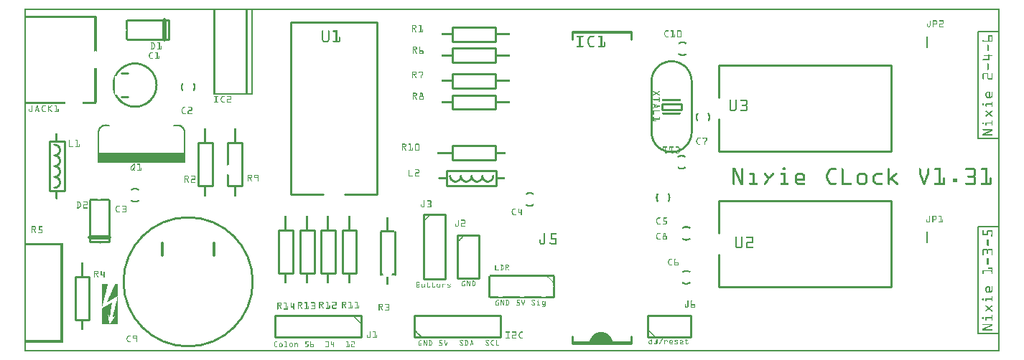
<source format=gto>
G04 MADE WITH FRITZING*
G04 WWW.FRITZING.ORG*
G04 DOUBLE SIDED*
G04 HOLES PLATED*
G04 CONTOUR ON CENTER OF CONTOUR VECTOR*
%ASAXBY*%
%FSLAX23Y23*%
%MOIN*%
%OFA0B0*%
%SFA1.0B1.0*%
%ADD10C,0.610000X0.59*%
%ADD11R,0.096457X0.038714X0.076772X0.019029*%
%ADD12C,0.009843*%
%ADD13R,0.400000X0.040000*%
%ADD14R,0.080000X0.240000X0.060000X0.220000*%
%ADD15C,0.010000*%
%ADD16R,0.240000X0.080000X0.220000X0.060000*%
%ADD17C,0.008000*%
%ADD18C,0.020000*%
%ADD19C,0.011000*%
%ADD20R,0.001000X0.001000*%
%LNSILK1*%
G90*
G70*
G54D10*
X760Y325D03*
G54D12*
X2961Y1152D02*
X3048Y1152D01*
X3048Y1123D01*
X2961Y1123D01*
X2961Y1152D01*
D02*
G54D13*
X544Y902D03*
G54D15*
X115Y976D02*
X185Y976D01*
X185Y746D01*
X115Y746D01*
X115Y976D01*
D02*
X1961Y840D02*
X2191Y840D01*
X2191Y770D01*
X1961Y770D01*
X1961Y840D01*
D02*
X1562Y166D02*
X1162Y166D01*
D02*
X1162Y166D02*
X1162Y66D01*
D02*
X1162Y66D02*
X1562Y66D01*
D02*
X1562Y66D02*
X1562Y166D01*
D02*
X2894Y66D02*
X3094Y66D01*
D02*
X3094Y66D02*
X3094Y166D01*
D02*
X3094Y166D02*
X2894Y166D01*
D02*
X2894Y166D02*
X2894Y66D01*
D02*
X2010Y542D02*
X2010Y342D01*
D02*
X2010Y342D02*
X2110Y342D01*
D02*
X2110Y342D02*
X2110Y542D01*
D02*
X2110Y542D02*
X2010Y542D01*
D02*
X1852Y638D02*
X1852Y338D01*
D02*
X1852Y338D02*
X1952Y338D01*
D02*
X1952Y338D02*
X1952Y638D01*
D02*
X1952Y638D02*
X1852Y638D01*
D02*
X1986Y956D02*
X2186Y956D01*
D02*
X2186Y956D02*
X2186Y890D01*
D02*
X2186Y890D02*
X1986Y890D01*
D02*
X1986Y890D02*
X1986Y956D01*
D02*
X1010Y970D02*
X1010Y770D01*
D02*
X1010Y770D02*
X944Y770D01*
D02*
X944Y970D02*
X1010Y970D01*
G54D17*
D02*
X4189Y1463D02*
X4189Y1413D01*
D02*
X4425Y1486D02*
X4523Y1486D01*
D02*
X4523Y1486D02*
X4523Y990D01*
D02*
X4523Y990D02*
X4425Y990D01*
D02*
X4425Y990D02*
X4425Y1486D01*
D02*
X4189Y558D02*
X4189Y508D01*
D02*
X4425Y581D02*
X4523Y581D01*
D02*
X4523Y581D02*
X4523Y85D01*
D02*
X4523Y85D02*
X4425Y85D01*
D02*
X4425Y85D02*
X4425Y581D01*
G54D15*
D02*
X1810Y66D02*
X2210Y66D01*
D02*
X2210Y66D02*
X2210Y166D01*
D02*
X2210Y166D02*
X1810Y166D01*
D02*
X1810Y166D02*
X1810Y66D01*
D02*
X2727Y36D02*
X2815Y36D01*
D02*
X2815Y1486D02*
X2542Y1486D01*
D02*
X2542Y36D02*
X2627Y36D01*
D02*
X2542Y36D02*
X2542Y71D01*
D02*
X2815Y36D02*
X2815Y71D01*
D02*
X2815Y1486D02*
X2815Y1451D01*
D02*
X2542Y1486D02*
X2542Y1451D01*
D02*
X2627Y36D02*
X2727Y36D01*
G54D17*
D02*
X2632Y41D02*
X2722Y41D01*
D02*
X2722Y41D02*
X2632Y49D01*
D02*
X2632Y49D02*
X2722Y49D01*
D02*
X2722Y49D02*
X2635Y56D01*
D02*
X2635Y56D02*
X2720Y56D01*
D02*
X2720Y56D02*
X2640Y64D01*
D02*
X2640Y64D02*
X2717Y64D01*
D02*
X2717Y64D02*
X2645Y69D01*
D02*
X2645Y69D02*
X2710Y69D01*
D02*
X2710Y69D02*
X2650Y74D01*
D02*
X2650Y74D02*
X2705Y74D01*
D02*
X2705Y74D02*
X2657Y79D01*
D02*
X2657Y79D02*
X2692Y79D01*
D02*
X2545Y44D02*
X2812Y44D01*
D02*
X2545Y1479D02*
X2812Y1479D01*
D02*
X1057Y1197D02*
X1032Y1197D01*
D02*
X1032Y1197D02*
X882Y1197D01*
G54D15*
D02*
X1637Y731D02*
X1637Y1531D01*
D02*
X1637Y1531D02*
X1237Y1531D01*
D02*
X1237Y1531D02*
X1237Y731D01*
D02*
X1637Y731D02*
X1487Y731D01*
D02*
X1387Y731D02*
X1237Y731D01*
D02*
X3224Y302D02*
X4024Y302D01*
D02*
X4024Y302D02*
X4024Y702D01*
D02*
X4024Y702D02*
X3224Y702D01*
D02*
X3224Y302D02*
X3224Y452D01*
D02*
X3224Y552D02*
X3224Y702D01*
D02*
X3224Y932D02*
X4024Y932D01*
D02*
X4024Y932D02*
X4024Y1332D01*
D02*
X4024Y1332D02*
X3224Y1332D01*
D02*
X3224Y932D02*
X3224Y1082D01*
D02*
X3224Y1182D02*
X3224Y1332D01*
D02*
X670Y1449D02*
X475Y1449D01*
D02*
X475Y1539D02*
X670Y1539D01*
D02*
X670Y1539D02*
X670Y1449D01*
G54D18*
D02*
X650Y1539D02*
X650Y1449D01*
G54D17*
D02*
X744Y922D02*
X744Y1017D01*
D02*
X344Y922D02*
X344Y1017D01*
D02*
X344Y922D02*
X744Y922D01*
D02*
X744Y922D02*
X744Y882D01*
D02*
X744Y882D02*
X344Y882D01*
D02*
X344Y882D02*
X344Y922D01*
D02*
X709Y1052D02*
X694Y1052D01*
D02*
X379Y1052D02*
X394Y1052D01*
G54D15*
D02*
X1246Y564D02*
X1246Y364D01*
D02*
X1246Y364D02*
X1180Y364D01*
D02*
X1180Y364D02*
X1180Y564D01*
D02*
X1180Y564D02*
X1246Y564D01*
D02*
X1345Y564D02*
X1345Y364D01*
D02*
X1345Y364D02*
X1279Y364D01*
D02*
X1279Y364D02*
X1279Y564D01*
D02*
X1279Y564D02*
X1345Y564D01*
D02*
X1443Y564D02*
X1443Y364D01*
D02*
X1443Y364D02*
X1377Y364D01*
D02*
X1377Y364D02*
X1377Y564D01*
D02*
X1377Y564D02*
X1443Y564D01*
D02*
X1541Y564D02*
X1541Y364D01*
D02*
X1541Y364D02*
X1475Y364D01*
D02*
X1475Y364D02*
X1475Y564D01*
D02*
X1475Y564D02*
X1541Y564D01*
D02*
X2186Y1126D02*
X1986Y1126D01*
D02*
X1986Y1126D02*
X1986Y1192D01*
D02*
X1986Y1192D02*
X2186Y1192D01*
D02*
X2186Y1192D02*
X2186Y1126D01*
D02*
X2186Y1225D02*
X1986Y1225D01*
D02*
X1986Y1225D02*
X1986Y1291D01*
D02*
X1986Y1291D02*
X2186Y1291D01*
D02*
X2186Y1291D02*
X2186Y1225D01*
D02*
X2186Y1343D02*
X1986Y1343D01*
D02*
X1986Y1343D02*
X1986Y1409D01*
D02*
X1986Y1409D02*
X2186Y1409D01*
D02*
X2186Y1409D02*
X2186Y1343D01*
D02*
X2186Y1441D02*
X1986Y1441D01*
D02*
X1986Y1441D02*
X1986Y1507D01*
D02*
X1986Y1507D02*
X2186Y1507D01*
D02*
X2186Y1507D02*
X2186Y1441D01*
D02*
X872Y970D02*
X872Y770D01*
D02*
X872Y770D02*
X806Y770D01*
D02*
X806Y770D02*
X806Y970D01*
D02*
X806Y970D02*
X872Y970D01*
D02*
X302Y510D02*
X302Y705D01*
D02*
X392Y705D02*
X392Y510D01*
D02*
X392Y510D02*
X302Y510D01*
G54D18*
D02*
X392Y530D02*
X302Y530D01*
G54D15*
D02*
X1719Y558D02*
X1719Y358D01*
D02*
X1653Y358D02*
X1653Y558D01*
D02*
X301Y347D02*
X301Y147D01*
D02*
X301Y147D02*
X235Y147D01*
D02*
X235Y147D02*
X235Y347D01*
D02*
X235Y347D02*
X301Y347D01*
G36*
X359Y313D02*
X359Y203D01*
X359Y203D01*
X359Y206D01*
X360Y206D01*
X360Y209D01*
X361Y209D01*
X361Y211D01*
X362Y211D01*
X362Y213D01*
X362Y213D01*
X362Y214D01*
X362Y214D01*
X362Y214D01*
X362Y214D01*
X362Y217D01*
X363Y217D01*
X363Y219D01*
X364Y219D01*
X364Y223D01*
X365Y223D01*
X365Y225D01*
X365Y225D01*
X365Y225D01*
X365Y225D01*
X365Y226D01*
X365Y226D01*
X365Y228D01*
X366Y228D01*
X366Y232D01*
X367Y232D01*
X367Y233D01*
X367Y233D01*
X367Y234D01*
X367Y234D01*
X367Y235D01*
X367Y235D01*
X367Y236D01*
X368Y236D01*
X368Y237D01*
X367Y237D01*
X367Y238D01*
X368Y238D01*
X368Y239D01*
X369Y239D01*
X369Y240D01*
X368Y240D01*
X368Y241D01*
X369Y241D01*
X369Y242D01*
X370Y242D01*
X370Y243D01*
X369Y243D01*
X369Y243D01*
X370Y243D01*
X370Y246D01*
X370Y246D01*
X370Y249D01*
X371Y249D01*
X371Y251D01*
X372Y251D01*
X372Y254D01*
X373Y254D01*
X373Y257D01*
X373Y257D01*
X373Y260D01*
X374Y260D01*
X374Y263D01*
X375Y263D01*
X375Y266D01*
X375Y266D01*
X375Y269D01*
X376Y269D01*
X376Y272D01*
X377Y272D01*
X377Y275D01*
X378Y275D01*
X378Y278D01*
X378Y278D01*
X378Y281D01*
X379Y281D01*
X379Y283D01*
X380Y283D01*
X380Y286D01*
X381Y286D01*
X381Y288D01*
X381Y288D01*
X381Y289D01*
X381Y289D01*
X381Y289D01*
X381Y289D01*
X381Y291D01*
X382Y291D01*
X382Y294D01*
X383Y294D01*
X383Y297D01*
X383Y297D01*
X383Y300D01*
X384Y300D01*
X384Y303D01*
X385Y303D01*
X385Y306D01*
X386Y306D01*
X386Y309D01*
X386Y309D01*
X386Y312D01*
X387Y312D01*
X387Y313D01*
X359Y313D01*
G37*
D02*
G36*
X420Y313D02*
X420Y313D01*
X419Y313D01*
X419Y311D01*
X418Y311D01*
X418Y309D01*
X418Y309D01*
X418Y307D01*
X417Y307D01*
X417Y306D01*
X416Y306D01*
X416Y304D01*
X415Y304D01*
X415Y302D01*
X415Y302D01*
X415Y301D01*
X414Y301D01*
X414Y299D01*
X413Y299D01*
X413Y297D01*
X413Y297D01*
X413Y296D01*
X412Y296D01*
X412Y294D01*
X411Y294D01*
X411Y292D01*
X410Y292D01*
X410Y291D01*
X410Y291D01*
X410Y289D01*
X409Y289D01*
X409Y287D01*
X408Y287D01*
X408Y286D01*
X407Y286D01*
X407Y284D01*
X407Y284D01*
X407Y282D01*
X406Y282D01*
X406Y281D01*
X405Y281D01*
X405Y279D01*
X405Y279D01*
X405Y278D01*
X404Y278D01*
X404Y275D01*
X403Y275D01*
X403Y274D01*
X402Y274D01*
X402Y273D01*
X402Y273D01*
X402Y270D01*
X401Y270D01*
X401Y269D01*
X400Y269D01*
X400Y267D01*
X399Y267D01*
X399Y266D01*
X399Y266D01*
X399Y264D01*
X398Y264D01*
X398Y262D01*
X397Y262D01*
X397Y261D01*
X397Y261D01*
X397Y259D01*
X396Y259D01*
X396Y257D01*
X395Y257D01*
X395Y256D01*
X394Y256D01*
X394Y254D01*
X394Y254D01*
X394Y252D01*
X393Y252D01*
X393Y251D01*
X392Y251D01*
X392Y249D01*
X391Y249D01*
X391Y247D01*
X391Y247D01*
X391Y246D01*
X390Y246D01*
X390Y244D01*
X389Y244D01*
X389Y242D01*
X389Y242D01*
X389Y241D01*
X388Y241D01*
X388Y239D01*
X387Y239D01*
X387Y237D01*
X386Y237D01*
X386Y235D01*
X386Y235D01*
X386Y234D01*
X385Y234D01*
X385Y233D01*
X384Y233D01*
X384Y230D01*
X383Y230D01*
X383Y229D01*
X385Y229D01*
X385Y230D01*
X386Y230D01*
X386Y230D01*
X387Y230D01*
X387Y231D01*
X389Y231D01*
X389Y232D01*
X390Y232D01*
X390Y233D01*
X391Y233D01*
X391Y233D01*
X392Y233D01*
X392Y234D01*
X393Y234D01*
X393Y235D01*
X394Y235D01*
X394Y235D01*
X396Y235D01*
X396Y236D01*
X397Y236D01*
X397Y237D01*
X398Y237D01*
X398Y238D01*
X399Y238D01*
X399Y238D01*
X401Y238D01*
X401Y239D01*
X402Y239D01*
X402Y240D01*
X403Y240D01*
X403Y241D01*
X405Y241D01*
X405Y241D01*
X405Y241D01*
X405Y242D01*
X407Y242D01*
X407Y243D01*
X408Y243D01*
X408Y243D01*
X409Y243D01*
X409Y244D01*
X410Y244D01*
X410Y245D01*
X412Y245D01*
X412Y246D01*
X413Y246D01*
X413Y246D01*
X414Y246D01*
X414Y247D01*
X415Y247D01*
X415Y248D01*
X416Y248D01*
X416Y249D01*
X418Y249D01*
X418Y249D01*
X419Y249D01*
X419Y250D01*
X421Y250D01*
X421Y251D01*
X421Y251D01*
X421Y251D01*
X423Y251D01*
X423Y252D01*
X424Y252D01*
X424Y253D01*
X425Y253D01*
X425Y254D01*
X426Y254D01*
X426Y254D01*
X428Y254D01*
X428Y255D01*
X429Y255D01*
X429Y256D01*
X430Y256D01*
X430Y257D01*
X431Y257D01*
X431Y257D01*
X433Y257D01*
X433Y313D01*
X420Y313D01*
G37*
D02*
G36*
X432Y256D02*
X432Y253D01*
X431Y253D01*
X431Y250D01*
X431Y250D01*
X431Y247D01*
X430Y247D01*
X430Y244D01*
X429Y244D01*
X429Y241D01*
X429Y241D01*
X429Y238D01*
X428Y238D01*
X428Y235D01*
X427Y235D01*
X427Y233D01*
X426Y233D01*
X426Y230D01*
X426Y230D01*
X426Y227D01*
X425Y227D01*
X425Y224D01*
X424Y224D01*
X424Y221D01*
X423Y221D01*
X423Y218D01*
X423Y218D01*
X423Y215D01*
X422Y215D01*
X422Y212D01*
X421Y212D01*
X421Y209D01*
X421Y209D01*
X421Y207D01*
X420Y207D01*
X420Y206D01*
X421Y206D01*
X421Y206D01*
X420Y206D01*
X420Y204D01*
X419Y204D01*
X419Y201D01*
X418Y201D01*
X418Y198D01*
X418Y198D01*
X418Y198D01*
X418Y198D01*
X418Y197D01*
X418Y197D01*
X418Y195D01*
X417Y195D01*
X417Y193D01*
X416Y193D01*
X416Y190D01*
X415Y190D01*
X415Y187D01*
X415Y187D01*
X415Y184D01*
X414Y184D01*
X414Y181D01*
X413Y181D01*
X413Y178D01*
X413Y178D01*
X413Y175D01*
X412Y175D01*
X412Y172D01*
X411Y172D01*
X411Y169D01*
X410Y169D01*
X410Y166D01*
X421Y166D01*
X421Y165D01*
X421Y165D01*
X421Y163D01*
X420Y163D01*
X420Y163D01*
X419Y163D01*
X419Y161D01*
X418Y161D01*
X418Y161D01*
X418Y161D01*
X418Y159D01*
X417Y159D01*
X417Y158D01*
X416Y158D01*
X416Y157D01*
X415Y157D01*
X415Y156D01*
X415Y156D01*
X415Y155D01*
X414Y155D01*
X414Y154D01*
X413Y154D01*
X413Y153D01*
X413Y153D01*
X413Y152D01*
X412Y152D01*
X412Y150D01*
X411Y150D01*
X411Y149D01*
X410Y149D01*
X410Y148D01*
X410Y148D01*
X410Y147D01*
X409Y147D01*
X409Y146D01*
X408Y146D01*
X408Y145D01*
X407Y145D01*
X407Y144D01*
X407Y144D01*
X407Y142D01*
X406Y142D01*
X406Y142D01*
X405Y142D01*
X405Y140D01*
X405Y140D01*
X405Y139D01*
X404Y139D01*
X404Y138D01*
X403Y138D01*
X403Y137D01*
X402Y137D01*
X402Y136D01*
X402Y136D01*
X402Y135D01*
X401Y135D01*
X401Y134D01*
X400Y134D01*
X400Y133D01*
X399Y133D01*
X399Y131D01*
X399Y131D01*
X399Y131D01*
X398Y131D01*
X398Y129D01*
X397Y129D01*
X397Y129D01*
X397Y129D01*
X397Y128D01*
X396Y128D01*
X396Y127D01*
X433Y127D01*
X433Y256D01*
X432Y256D01*
G37*
D02*
G36*
X410Y166D02*
X410Y163D01*
X409Y163D01*
X409Y161D01*
X408Y161D01*
X408Y159D01*
X410Y159D01*
X410Y160D01*
X411Y160D01*
X411Y161D01*
X412Y161D01*
X412Y161D01*
X413Y161D01*
X413Y162D01*
X415Y162D01*
X415Y163D01*
X415Y163D01*
X415Y163D01*
X417Y163D01*
X417Y164D01*
X418Y164D01*
X418Y165D01*
X420Y165D01*
X420Y166D01*
X421Y166D01*
X421Y166D01*
X410Y166D01*
G37*
D02*
G36*
X383Y229D02*
X383Y228D01*
X383Y228D01*
X383Y229D01*
X383Y229D01*
G37*
D02*
G36*
X405Y227D02*
X405Y227D01*
X404Y227D01*
X404Y226D01*
X402Y226D01*
X402Y225D01*
X401Y225D01*
X401Y225D01*
X399Y225D01*
X399Y224D01*
X399Y224D01*
X399Y223D01*
X397Y223D01*
X397Y222D01*
X396Y222D01*
X396Y222D01*
X395Y222D01*
X395Y221D01*
X394Y221D01*
X394Y220D01*
X392Y220D01*
X392Y219D01*
X391Y219D01*
X391Y219D01*
X390Y219D01*
X390Y218D01*
X389Y218D01*
X389Y217D01*
X387Y217D01*
X387Y217D01*
X386Y217D01*
X386Y216D01*
X385Y216D01*
X385Y215D01*
X383Y215D01*
X383Y214D01*
X382Y214D01*
X382Y214D01*
X381Y214D01*
X381Y213D01*
X380Y213D01*
X380Y212D01*
X378Y212D01*
X378Y211D01*
X377Y211D01*
X377Y211D01*
X376Y211D01*
X376Y210D01*
X375Y210D01*
X375Y209D01*
X373Y209D01*
X373Y209D01*
X373Y209D01*
X373Y208D01*
X371Y208D01*
X371Y207D01*
X370Y207D01*
X370Y206D01*
X368Y206D01*
X368Y206D01*
X367Y206D01*
X367Y205D01*
X366Y205D01*
X366Y204D01*
X365Y204D01*
X365Y203D01*
X363Y203D01*
X363Y203D01*
X362Y203D01*
X362Y202D01*
X360Y202D01*
X360Y201D01*
X359Y201D01*
X359Y201D01*
X359Y201D01*
X359Y173D01*
X387Y173D01*
X387Y171D01*
X388Y171D01*
X388Y171D01*
X389Y171D01*
X389Y170D01*
X389Y170D01*
X389Y169D01*
X390Y169D01*
X390Y168D01*
X391Y168D01*
X391Y167D01*
X391Y167D01*
X391Y166D01*
X392Y166D01*
X392Y165D01*
X393Y165D01*
X393Y164D01*
X394Y164D01*
X394Y163D01*
X394Y163D01*
X394Y162D01*
X395Y162D01*
X395Y161D01*
X396Y161D01*
X396Y162D01*
X397Y162D01*
X397Y166D01*
X397Y166D01*
X397Y167D01*
X397Y167D01*
X397Y168D01*
X397Y168D01*
X397Y171D01*
X398Y171D01*
X398Y171D01*
X397Y171D01*
X397Y172D01*
X398Y172D01*
X398Y177D01*
X399Y177D01*
X399Y181D01*
X399Y181D01*
X399Y182D01*
X399Y182D01*
X399Y182D01*
X399Y182D01*
X399Y186D01*
X400Y186D01*
X400Y187D01*
X399Y187D01*
X399Y187D01*
X400Y187D01*
X400Y191D01*
X401Y191D01*
X401Y192D01*
X400Y192D01*
X400Y193D01*
X401Y193D01*
X401Y196D01*
X402Y196D01*
X402Y197D01*
X401Y197D01*
X401Y198D01*
X402Y198D01*
X402Y201D01*
X402Y201D01*
X402Y202D01*
X402Y202D01*
X402Y203D01*
X402Y203D01*
X402Y207D01*
X403Y207D01*
X403Y212D01*
X404Y212D01*
X404Y217D01*
X405Y217D01*
X405Y222D01*
X405Y222D01*
X405Y226D01*
X406Y226D01*
X406Y227D01*
X405Y227D01*
X405Y227D01*
X405Y227D01*
G37*
D02*
G36*
X359Y173D02*
X359Y127D01*
X395Y127D01*
X395Y131D01*
X394Y131D01*
X394Y134D01*
X394Y134D01*
X394Y138D01*
X393Y138D01*
X393Y142D01*
X392Y142D01*
X392Y145D01*
X391Y145D01*
X391Y147D01*
X391Y147D01*
X391Y148D01*
X391Y148D01*
X391Y149D01*
X391Y149D01*
X391Y153D01*
X390Y153D01*
X390Y155D01*
X389Y155D01*
X389Y155D01*
X390Y155D01*
X390Y156D01*
X389Y156D01*
X389Y158D01*
X389Y158D01*
X389Y159D01*
X389Y159D01*
X389Y160D01*
X389Y160D01*
X389Y163D01*
X388Y163D01*
X388Y166D01*
X387Y166D01*
X387Y170D01*
X386Y170D01*
X386Y173D01*
X359Y173D01*
G37*
D02*
G36*
X396Y161D02*
X396Y161D01*
X397Y161D01*
X397Y161D01*
X396Y161D01*
G37*
D02*
G54D19*
X448Y1293D02*
X478Y1293D01*
D02*
X448Y1183D02*
X478Y1183D01*
D02*
G54D20*
X0Y1594D02*
X4526Y1594D01*
X0Y1593D02*
X4526Y1593D01*
X0Y1592D02*
X4526Y1592D01*
X0Y1591D02*
X4526Y1591D01*
X0Y1590D02*
X4526Y1590D01*
X0Y1589D02*
X4526Y1589D01*
X0Y1588D02*
X4526Y1588D01*
X0Y1587D02*
X4526Y1587D01*
X0Y1586D02*
X7Y1586D01*
X878Y1586D02*
X885Y1586D01*
X1028Y1586D02*
X1035Y1586D01*
X1053Y1586D02*
X1060Y1586D01*
X4519Y1586D02*
X4526Y1586D01*
X0Y1585D02*
X7Y1585D01*
X878Y1585D02*
X885Y1585D01*
X1028Y1585D02*
X1035Y1585D01*
X1053Y1585D02*
X1060Y1585D01*
X4519Y1585D02*
X4526Y1585D01*
X0Y1584D02*
X7Y1584D01*
X878Y1584D02*
X885Y1584D01*
X1028Y1584D02*
X1035Y1584D01*
X1053Y1584D02*
X1060Y1584D01*
X4519Y1584D02*
X4526Y1584D01*
X0Y1583D02*
X7Y1583D01*
X878Y1583D02*
X885Y1583D01*
X1028Y1583D02*
X1035Y1583D01*
X1053Y1583D02*
X1060Y1583D01*
X4519Y1583D02*
X4526Y1583D01*
X0Y1582D02*
X7Y1582D01*
X878Y1582D02*
X885Y1582D01*
X1028Y1582D02*
X1035Y1582D01*
X1053Y1582D02*
X1060Y1582D01*
X4519Y1582D02*
X4526Y1582D01*
X0Y1581D02*
X7Y1581D01*
X878Y1581D02*
X885Y1581D01*
X1028Y1581D02*
X1035Y1581D01*
X1053Y1581D02*
X1060Y1581D01*
X4519Y1581D02*
X4526Y1581D01*
X0Y1580D02*
X7Y1580D01*
X878Y1580D02*
X885Y1580D01*
X1028Y1580D02*
X1035Y1580D01*
X1053Y1580D02*
X1060Y1580D01*
X4519Y1580D02*
X4526Y1580D01*
X0Y1579D02*
X7Y1579D01*
X878Y1579D02*
X885Y1579D01*
X1028Y1579D02*
X1035Y1579D01*
X1053Y1579D02*
X1060Y1579D01*
X4519Y1579D02*
X4526Y1579D01*
X0Y1578D02*
X7Y1578D01*
X878Y1578D02*
X885Y1578D01*
X1028Y1578D02*
X1035Y1578D01*
X1053Y1578D02*
X1060Y1578D01*
X4519Y1578D02*
X4526Y1578D01*
X0Y1577D02*
X7Y1577D01*
X878Y1577D02*
X885Y1577D01*
X1028Y1577D02*
X1035Y1577D01*
X1053Y1577D02*
X1060Y1577D01*
X4519Y1577D02*
X4526Y1577D01*
X0Y1576D02*
X7Y1576D01*
X878Y1576D02*
X885Y1576D01*
X1028Y1576D02*
X1035Y1576D01*
X1053Y1576D02*
X1060Y1576D01*
X4519Y1576D02*
X4526Y1576D01*
X0Y1575D02*
X7Y1575D01*
X878Y1575D02*
X885Y1575D01*
X1028Y1575D02*
X1035Y1575D01*
X1053Y1575D02*
X1060Y1575D01*
X4519Y1575D02*
X4526Y1575D01*
X0Y1574D02*
X7Y1574D01*
X878Y1574D02*
X885Y1574D01*
X1028Y1574D02*
X1035Y1574D01*
X1053Y1574D02*
X1060Y1574D01*
X4519Y1574D02*
X4526Y1574D01*
X0Y1573D02*
X7Y1573D01*
X878Y1573D02*
X885Y1573D01*
X1028Y1573D02*
X1035Y1573D01*
X1053Y1573D02*
X1060Y1573D01*
X4519Y1573D02*
X4526Y1573D01*
X0Y1572D02*
X7Y1572D01*
X878Y1572D02*
X885Y1572D01*
X1028Y1572D02*
X1035Y1572D01*
X1053Y1572D02*
X1060Y1572D01*
X4519Y1572D02*
X4526Y1572D01*
X0Y1571D02*
X7Y1571D01*
X878Y1571D02*
X885Y1571D01*
X1028Y1571D02*
X1035Y1571D01*
X1053Y1571D02*
X1060Y1571D01*
X4519Y1571D02*
X4526Y1571D01*
X0Y1570D02*
X7Y1570D01*
X878Y1570D02*
X885Y1570D01*
X1028Y1570D02*
X1035Y1570D01*
X1053Y1570D02*
X1060Y1570D01*
X4519Y1570D02*
X4526Y1570D01*
X0Y1569D02*
X7Y1569D01*
X878Y1569D02*
X885Y1569D01*
X1028Y1569D02*
X1035Y1569D01*
X1053Y1569D02*
X1060Y1569D01*
X4519Y1569D02*
X4526Y1569D01*
X0Y1568D02*
X7Y1568D01*
X878Y1568D02*
X885Y1568D01*
X1028Y1568D02*
X1035Y1568D01*
X1053Y1568D02*
X1060Y1568D01*
X4519Y1568D02*
X4526Y1568D01*
X0Y1567D02*
X7Y1567D01*
X878Y1567D02*
X885Y1567D01*
X1028Y1567D02*
X1035Y1567D01*
X1053Y1567D02*
X1060Y1567D01*
X4519Y1567D02*
X4526Y1567D01*
X0Y1566D02*
X7Y1566D01*
X878Y1566D02*
X885Y1566D01*
X1028Y1566D02*
X1035Y1566D01*
X1053Y1566D02*
X1060Y1566D01*
X4519Y1566D02*
X4526Y1566D01*
X0Y1565D02*
X7Y1565D01*
X878Y1565D02*
X885Y1565D01*
X1028Y1565D02*
X1035Y1565D01*
X1053Y1565D02*
X1060Y1565D01*
X4519Y1565D02*
X4526Y1565D01*
X0Y1564D02*
X7Y1564D01*
X878Y1564D02*
X885Y1564D01*
X1028Y1564D02*
X1035Y1564D01*
X1053Y1564D02*
X1060Y1564D01*
X4519Y1564D02*
X4526Y1564D01*
X0Y1563D02*
X7Y1563D01*
X878Y1563D02*
X885Y1563D01*
X1028Y1563D02*
X1035Y1563D01*
X1053Y1563D02*
X1060Y1563D01*
X4519Y1563D02*
X4526Y1563D01*
X0Y1562D02*
X7Y1562D01*
X878Y1562D02*
X885Y1562D01*
X1028Y1562D02*
X1035Y1562D01*
X1053Y1562D02*
X1060Y1562D01*
X4519Y1562D02*
X4526Y1562D01*
X0Y1561D02*
X331Y1561D01*
X878Y1561D02*
X885Y1561D01*
X1028Y1561D02*
X1035Y1561D01*
X1053Y1561D02*
X1060Y1561D01*
X4519Y1561D02*
X4526Y1561D01*
X0Y1560D02*
X333Y1560D01*
X878Y1560D02*
X885Y1560D01*
X1028Y1560D02*
X1035Y1560D01*
X1053Y1560D02*
X1060Y1560D01*
X4519Y1560D02*
X4526Y1560D01*
X0Y1559D02*
X334Y1559D01*
X878Y1559D02*
X885Y1559D01*
X1028Y1559D02*
X1035Y1559D01*
X1053Y1559D02*
X1060Y1559D01*
X4519Y1559D02*
X4526Y1559D01*
X0Y1558D02*
X334Y1558D01*
X878Y1558D02*
X885Y1558D01*
X1028Y1558D02*
X1035Y1558D01*
X1053Y1558D02*
X1060Y1558D01*
X4519Y1558D02*
X4526Y1558D01*
X0Y1557D02*
X334Y1557D01*
X878Y1557D02*
X885Y1557D01*
X1028Y1557D02*
X1035Y1557D01*
X1053Y1557D02*
X1060Y1557D01*
X4519Y1557D02*
X4526Y1557D01*
X0Y1556D02*
X335Y1556D01*
X878Y1556D02*
X885Y1556D01*
X1028Y1556D02*
X1035Y1556D01*
X1053Y1556D02*
X1060Y1556D01*
X4519Y1556D02*
X4526Y1556D01*
X0Y1555D02*
X335Y1555D01*
X878Y1555D02*
X885Y1555D01*
X1028Y1555D02*
X1035Y1555D01*
X1053Y1555D02*
X1060Y1555D01*
X4519Y1555D02*
X4526Y1555D01*
X0Y1554D02*
X335Y1554D01*
X878Y1554D02*
X885Y1554D01*
X1028Y1554D02*
X1035Y1554D01*
X1053Y1554D02*
X1060Y1554D01*
X4519Y1554D02*
X4526Y1554D01*
X0Y1553D02*
X335Y1553D01*
X878Y1553D02*
X885Y1553D01*
X1028Y1553D02*
X1035Y1553D01*
X1053Y1553D02*
X1060Y1553D01*
X4519Y1553D02*
X4526Y1553D01*
X0Y1552D02*
X335Y1552D01*
X878Y1552D02*
X885Y1552D01*
X1028Y1552D02*
X1035Y1552D01*
X1053Y1552D02*
X1060Y1552D01*
X4519Y1552D02*
X4526Y1552D01*
X0Y1551D02*
X7Y1551D01*
X325Y1551D02*
X335Y1551D01*
X878Y1551D02*
X885Y1551D01*
X1028Y1551D02*
X1035Y1551D01*
X1053Y1551D02*
X1060Y1551D01*
X4519Y1551D02*
X4526Y1551D01*
X0Y1550D02*
X7Y1550D01*
X325Y1550D02*
X335Y1550D01*
X878Y1550D02*
X885Y1550D01*
X1028Y1550D02*
X1035Y1550D01*
X1053Y1550D02*
X1060Y1550D01*
X4519Y1550D02*
X4526Y1550D01*
X0Y1549D02*
X7Y1549D01*
X325Y1549D02*
X335Y1549D01*
X878Y1549D02*
X885Y1549D01*
X1028Y1549D02*
X1035Y1549D01*
X1053Y1549D02*
X1060Y1549D01*
X4519Y1549D02*
X4526Y1549D01*
X0Y1548D02*
X7Y1548D01*
X325Y1548D02*
X335Y1548D01*
X878Y1548D02*
X885Y1548D01*
X1028Y1548D02*
X1035Y1548D01*
X1053Y1548D02*
X1060Y1548D01*
X4519Y1548D02*
X4526Y1548D01*
X0Y1547D02*
X7Y1547D01*
X325Y1547D02*
X335Y1547D01*
X878Y1547D02*
X885Y1547D01*
X1028Y1547D02*
X1035Y1547D01*
X1053Y1547D02*
X1060Y1547D01*
X4519Y1547D02*
X4526Y1547D01*
X0Y1546D02*
X7Y1546D01*
X325Y1546D02*
X335Y1546D01*
X878Y1546D02*
X885Y1546D01*
X1028Y1546D02*
X1035Y1546D01*
X1053Y1546D02*
X1060Y1546D01*
X4519Y1546D02*
X4526Y1546D01*
X0Y1545D02*
X7Y1545D01*
X325Y1545D02*
X335Y1545D01*
X878Y1545D02*
X885Y1545D01*
X1028Y1545D02*
X1035Y1545D01*
X1053Y1545D02*
X1060Y1545D01*
X4519Y1545D02*
X4526Y1545D01*
X0Y1544D02*
X7Y1544D01*
X325Y1544D02*
X335Y1544D01*
X878Y1544D02*
X885Y1544D01*
X1028Y1544D02*
X1035Y1544D01*
X1053Y1544D02*
X1060Y1544D01*
X4519Y1544D02*
X4526Y1544D01*
X0Y1543D02*
X7Y1543D01*
X325Y1543D02*
X335Y1543D01*
X878Y1543D02*
X885Y1543D01*
X1028Y1543D02*
X1035Y1543D01*
X1053Y1543D02*
X1060Y1543D01*
X4519Y1543D02*
X4526Y1543D01*
X0Y1542D02*
X7Y1542D01*
X325Y1542D02*
X335Y1542D01*
X878Y1542D02*
X885Y1542D01*
X1028Y1542D02*
X1035Y1542D01*
X1053Y1542D02*
X1060Y1542D01*
X4519Y1542D02*
X4526Y1542D01*
X0Y1541D02*
X7Y1541D01*
X325Y1541D02*
X335Y1541D01*
X878Y1541D02*
X885Y1541D01*
X1028Y1541D02*
X1035Y1541D01*
X1053Y1541D02*
X1060Y1541D01*
X4519Y1541D02*
X4526Y1541D01*
X0Y1540D02*
X7Y1540D01*
X325Y1540D02*
X335Y1540D01*
X878Y1540D02*
X885Y1540D01*
X1028Y1540D02*
X1035Y1540D01*
X1053Y1540D02*
X1060Y1540D01*
X4218Y1540D02*
X4230Y1540D01*
X4249Y1540D02*
X4262Y1540D01*
X4519Y1540D02*
X4526Y1540D01*
X0Y1539D02*
X7Y1539D01*
X325Y1539D02*
X335Y1539D01*
X470Y1539D02*
X478Y1539D01*
X878Y1539D02*
X885Y1539D01*
X1028Y1539D02*
X1035Y1539D01*
X1053Y1539D02*
X1060Y1539D01*
X4202Y1539D02*
X4204Y1539D01*
X4217Y1539D02*
X4234Y1539D01*
X4247Y1539D02*
X4265Y1539D01*
X4519Y1539D02*
X4526Y1539D01*
X0Y1538D02*
X7Y1538D01*
X325Y1538D02*
X335Y1538D01*
X470Y1538D02*
X479Y1538D01*
X878Y1538D02*
X885Y1538D01*
X1028Y1538D02*
X1035Y1538D01*
X1053Y1538D02*
X1060Y1538D01*
X4202Y1538D02*
X4205Y1538D01*
X4217Y1538D02*
X4235Y1538D01*
X4247Y1538D02*
X4266Y1538D01*
X4519Y1538D02*
X4526Y1538D01*
X0Y1537D02*
X7Y1537D01*
X325Y1537D02*
X335Y1537D01*
X470Y1537D02*
X479Y1537D01*
X878Y1537D02*
X885Y1537D01*
X1028Y1537D02*
X1035Y1537D01*
X1053Y1537D02*
X1060Y1537D01*
X4202Y1537D02*
X4205Y1537D01*
X4217Y1537D02*
X4236Y1537D01*
X4247Y1537D02*
X4267Y1537D01*
X4519Y1537D02*
X4526Y1537D01*
X0Y1536D02*
X7Y1536D01*
X325Y1536D02*
X335Y1536D01*
X470Y1536D02*
X479Y1536D01*
X878Y1536D02*
X885Y1536D01*
X1028Y1536D02*
X1035Y1536D01*
X1053Y1536D02*
X1060Y1536D01*
X4202Y1536D02*
X4205Y1536D01*
X4217Y1536D02*
X4236Y1536D01*
X4248Y1536D02*
X4267Y1536D01*
X4519Y1536D02*
X4526Y1536D01*
X0Y1535D02*
X7Y1535D01*
X325Y1535D02*
X335Y1535D01*
X470Y1535D02*
X479Y1535D01*
X878Y1535D02*
X885Y1535D01*
X1028Y1535D02*
X1035Y1535D01*
X1053Y1535D02*
X1060Y1535D01*
X4202Y1535D02*
X4205Y1535D01*
X4217Y1535D02*
X4220Y1535D01*
X4233Y1535D02*
X4237Y1535D01*
X4264Y1535D02*
X4267Y1535D01*
X4519Y1535D02*
X4526Y1535D01*
X0Y1534D02*
X7Y1534D01*
X325Y1534D02*
X335Y1534D01*
X470Y1534D02*
X479Y1534D01*
X878Y1534D02*
X885Y1534D01*
X1028Y1534D02*
X1035Y1534D01*
X1053Y1534D02*
X1060Y1534D01*
X4202Y1534D02*
X4205Y1534D01*
X4217Y1534D02*
X4220Y1534D01*
X4234Y1534D02*
X4237Y1534D01*
X4264Y1534D02*
X4267Y1534D01*
X4519Y1534D02*
X4526Y1534D01*
X0Y1533D02*
X7Y1533D01*
X325Y1533D02*
X335Y1533D01*
X470Y1533D02*
X479Y1533D01*
X878Y1533D02*
X885Y1533D01*
X1028Y1533D02*
X1035Y1533D01*
X1053Y1533D02*
X1060Y1533D01*
X4202Y1533D02*
X4205Y1533D01*
X4217Y1533D02*
X4220Y1533D01*
X4234Y1533D02*
X4237Y1533D01*
X4264Y1533D02*
X4267Y1533D01*
X4519Y1533D02*
X4526Y1533D01*
X0Y1532D02*
X7Y1532D01*
X325Y1532D02*
X335Y1532D01*
X470Y1532D02*
X479Y1532D01*
X878Y1532D02*
X885Y1532D01*
X1028Y1532D02*
X1035Y1532D01*
X1053Y1532D02*
X1060Y1532D01*
X4202Y1532D02*
X4205Y1532D01*
X4217Y1532D02*
X4220Y1532D01*
X4234Y1532D02*
X4237Y1532D01*
X4264Y1532D02*
X4267Y1532D01*
X4519Y1532D02*
X4526Y1532D01*
X0Y1531D02*
X7Y1531D01*
X325Y1531D02*
X335Y1531D01*
X470Y1531D02*
X479Y1531D01*
X878Y1531D02*
X885Y1531D01*
X1028Y1531D02*
X1035Y1531D01*
X1053Y1531D02*
X1060Y1531D01*
X4202Y1531D02*
X4205Y1531D01*
X4217Y1531D02*
X4220Y1531D01*
X4234Y1531D02*
X4237Y1531D01*
X4264Y1531D02*
X4267Y1531D01*
X4519Y1531D02*
X4526Y1531D01*
X0Y1530D02*
X7Y1530D01*
X325Y1530D02*
X335Y1530D01*
X470Y1530D02*
X479Y1530D01*
X878Y1530D02*
X885Y1530D01*
X1028Y1530D02*
X1035Y1530D01*
X1053Y1530D02*
X1060Y1530D01*
X4202Y1530D02*
X4205Y1530D01*
X4217Y1530D02*
X4220Y1530D01*
X4234Y1530D02*
X4237Y1530D01*
X4264Y1530D02*
X4267Y1530D01*
X4519Y1530D02*
X4526Y1530D01*
X0Y1529D02*
X7Y1529D01*
X325Y1529D02*
X335Y1529D01*
X470Y1529D02*
X479Y1529D01*
X878Y1529D02*
X885Y1529D01*
X1028Y1529D02*
X1035Y1529D01*
X1053Y1529D02*
X1060Y1529D01*
X4202Y1529D02*
X4205Y1529D01*
X4217Y1529D02*
X4220Y1529D01*
X4234Y1529D02*
X4237Y1529D01*
X4264Y1529D02*
X4267Y1529D01*
X4519Y1529D02*
X4526Y1529D01*
X0Y1528D02*
X7Y1528D01*
X325Y1528D02*
X335Y1528D01*
X470Y1528D02*
X479Y1528D01*
X878Y1528D02*
X885Y1528D01*
X1028Y1528D02*
X1035Y1528D01*
X1053Y1528D02*
X1060Y1528D01*
X4202Y1528D02*
X4205Y1528D01*
X4217Y1528D02*
X4220Y1528D01*
X4234Y1528D02*
X4237Y1528D01*
X4264Y1528D02*
X4267Y1528D01*
X4519Y1528D02*
X4526Y1528D01*
X0Y1527D02*
X7Y1527D01*
X325Y1527D02*
X335Y1527D01*
X470Y1527D02*
X479Y1527D01*
X878Y1527D02*
X885Y1527D01*
X1028Y1527D02*
X1035Y1527D01*
X1053Y1527D02*
X1060Y1527D01*
X4202Y1527D02*
X4205Y1527D01*
X4217Y1527D02*
X4220Y1527D01*
X4234Y1527D02*
X4237Y1527D01*
X4264Y1527D02*
X4267Y1527D01*
X4519Y1527D02*
X4526Y1527D01*
X0Y1526D02*
X7Y1526D01*
X325Y1526D02*
X335Y1526D01*
X470Y1526D02*
X479Y1526D01*
X878Y1526D02*
X885Y1526D01*
X1028Y1526D02*
X1035Y1526D01*
X1053Y1526D02*
X1060Y1526D01*
X4202Y1526D02*
X4205Y1526D01*
X4217Y1526D02*
X4220Y1526D01*
X4234Y1526D02*
X4237Y1526D01*
X4263Y1526D02*
X4267Y1526D01*
X4519Y1526D02*
X4526Y1526D01*
X0Y1525D02*
X7Y1525D01*
X325Y1525D02*
X335Y1525D01*
X470Y1525D02*
X479Y1525D01*
X878Y1525D02*
X885Y1525D01*
X1028Y1525D02*
X1035Y1525D01*
X1053Y1525D02*
X1060Y1525D01*
X4202Y1525D02*
X4205Y1525D01*
X4217Y1525D02*
X4220Y1525D01*
X4233Y1525D02*
X4237Y1525D01*
X4249Y1525D02*
X4267Y1525D01*
X4519Y1525D02*
X4526Y1525D01*
X0Y1524D02*
X7Y1524D01*
X325Y1524D02*
X335Y1524D01*
X470Y1524D02*
X479Y1524D01*
X878Y1524D02*
X885Y1524D01*
X1028Y1524D02*
X1035Y1524D01*
X1053Y1524D02*
X1060Y1524D01*
X4202Y1524D02*
X4205Y1524D01*
X4217Y1524D02*
X4236Y1524D01*
X4248Y1524D02*
X4266Y1524D01*
X4519Y1524D02*
X4526Y1524D01*
X0Y1523D02*
X7Y1523D01*
X325Y1523D02*
X335Y1523D01*
X470Y1523D02*
X479Y1523D01*
X878Y1523D02*
X885Y1523D01*
X1028Y1523D02*
X1035Y1523D01*
X1053Y1523D02*
X1060Y1523D01*
X4202Y1523D02*
X4205Y1523D01*
X4217Y1523D02*
X4236Y1523D01*
X4247Y1523D02*
X4266Y1523D01*
X4519Y1523D02*
X4526Y1523D01*
X0Y1522D02*
X7Y1522D01*
X325Y1522D02*
X335Y1522D01*
X470Y1522D02*
X479Y1522D01*
X878Y1522D02*
X885Y1522D01*
X1028Y1522D02*
X1035Y1522D01*
X1053Y1522D02*
X1060Y1522D01*
X4190Y1522D02*
X4191Y1522D01*
X4202Y1522D02*
X4205Y1522D01*
X4217Y1522D02*
X4235Y1522D01*
X4247Y1522D02*
X4264Y1522D01*
X4519Y1522D02*
X4526Y1522D01*
X0Y1521D02*
X7Y1521D01*
X325Y1521D02*
X335Y1521D01*
X470Y1521D02*
X479Y1521D01*
X878Y1521D02*
X885Y1521D01*
X1028Y1521D02*
X1035Y1521D01*
X1053Y1521D02*
X1060Y1521D01*
X4189Y1521D02*
X4192Y1521D01*
X4202Y1521D02*
X4205Y1521D01*
X4217Y1521D02*
X4234Y1521D01*
X4247Y1521D02*
X4250Y1521D01*
X4519Y1521D02*
X4526Y1521D01*
X0Y1520D02*
X7Y1520D01*
X325Y1520D02*
X335Y1520D01*
X470Y1520D02*
X479Y1520D01*
X878Y1520D02*
X885Y1520D01*
X1028Y1520D02*
X1035Y1520D01*
X1053Y1520D02*
X1060Y1520D01*
X4189Y1520D02*
X4192Y1520D01*
X4202Y1520D02*
X4205Y1520D01*
X4217Y1520D02*
X4232Y1520D01*
X4247Y1520D02*
X4250Y1520D01*
X4519Y1520D02*
X4526Y1520D01*
X0Y1519D02*
X7Y1519D01*
X325Y1519D02*
X335Y1519D01*
X470Y1519D02*
X479Y1519D01*
X878Y1519D02*
X885Y1519D01*
X1028Y1519D02*
X1035Y1519D01*
X1053Y1519D02*
X1060Y1519D01*
X4189Y1519D02*
X4192Y1519D01*
X4202Y1519D02*
X4205Y1519D01*
X4217Y1519D02*
X4220Y1519D01*
X4247Y1519D02*
X4250Y1519D01*
X4519Y1519D02*
X4526Y1519D01*
X0Y1518D02*
X7Y1518D01*
X325Y1518D02*
X335Y1518D01*
X470Y1518D02*
X479Y1518D01*
X878Y1518D02*
X885Y1518D01*
X1028Y1518D02*
X1035Y1518D01*
X1053Y1518D02*
X1060Y1518D01*
X4189Y1518D02*
X4192Y1518D01*
X4202Y1518D02*
X4205Y1518D01*
X4217Y1518D02*
X4220Y1518D01*
X4247Y1518D02*
X4250Y1518D01*
X4519Y1518D02*
X4526Y1518D01*
X0Y1517D02*
X7Y1517D01*
X325Y1517D02*
X335Y1517D01*
X470Y1517D02*
X479Y1517D01*
X878Y1517D02*
X885Y1517D01*
X1028Y1517D02*
X1035Y1517D01*
X1053Y1517D02*
X1060Y1517D01*
X4189Y1517D02*
X4192Y1517D01*
X4202Y1517D02*
X4205Y1517D01*
X4217Y1517D02*
X4220Y1517D01*
X4247Y1517D02*
X4250Y1517D01*
X4519Y1517D02*
X4526Y1517D01*
X0Y1516D02*
X7Y1516D01*
X325Y1516D02*
X335Y1516D01*
X470Y1516D02*
X479Y1516D01*
X878Y1516D02*
X885Y1516D01*
X1028Y1516D02*
X1035Y1516D01*
X1053Y1516D02*
X1060Y1516D01*
X1799Y1516D02*
X1815Y1516D01*
X1830Y1516D02*
X1841Y1516D01*
X4189Y1516D02*
X4192Y1516D01*
X4202Y1516D02*
X4205Y1516D01*
X4217Y1516D02*
X4220Y1516D01*
X4247Y1516D02*
X4250Y1516D01*
X4519Y1516D02*
X4526Y1516D01*
X0Y1515D02*
X7Y1515D01*
X325Y1515D02*
X335Y1515D01*
X470Y1515D02*
X479Y1515D01*
X878Y1515D02*
X885Y1515D01*
X1028Y1515D02*
X1035Y1515D01*
X1053Y1515D02*
X1060Y1515D01*
X1799Y1515D02*
X1816Y1515D01*
X1829Y1515D02*
X1841Y1515D01*
X4189Y1515D02*
X4192Y1515D01*
X4202Y1515D02*
X4205Y1515D01*
X4217Y1515D02*
X4220Y1515D01*
X4247Y1515D02*
X4250Y1515D01*
X4519Y1515D02*
X4526Y1515D01*
X0Y1514D02*
X7Y1514D01*
X325Y1514D02*
X335Y1514D01*
X470Y1514D02*
X479Y1514D01*
X878Y1514D02*
X885Y1514D01*
X1028Y1514D02*
X1035Y1514D01*
X1053Y1514D02*
X1060Y1514D01*
X1799Y1514D02*
X1817Y1514D01*
X1829Y1514D02*
X1841Y1514D01*
X4189Y1514D02*
X4192Y1514D01*
X4202Y1514D02*
X4205Y1514D01*
X4217Y1514D02*
X4220Y1514D01*
X4247Y1514D02*
X4250Y1514D01*
X4519Y1514D02*
X4526Y1514D01*
X0Y1513D02*
X7Y1513D01*
X325Y1513D02*
X335Y1513D01*
X470Y1513D02*
X479Y1513D01*
X878Y1513D02*
X885Y1513D01*
X1028Y1513D02*
X1035Y1513D01*
X1053Y1513D02*
X1060Y1513D01*
X1799Y1513D02*
X1818Y1513D01*
X1830Y1513D02*
X1841Y1513D01*
X4189Y1513D02*
X4193Y1513D01*
X4201Y1513D02*
X4205Y1513D01*
X4217Y1513D02*
X4220Y1513D01*
X4247Y1513D02*
X4250Y1513D01*
X4519Y1513D02*
X4526Y1513D01*
X0Y1512D02*
X7Y1512D01*
X325Y1512D02*
X335Y1512D01*
X470Y1512D02*
X479Y1512D01*
X878Y1512D02*
X885Y1512D01*
X1028Y1512D02*
X1035Y1512D01*
X1053Y1512D02*
X1060Y1512D01*
X1799Y1512D02*
X1802Y1512D01*
X1814Y1512D02*
X1819Y1512D01*
X1837Y1512D02*
X1841Y1512D01*
X4189Y1512D02*
X4193Y1512D01*
X4200Y1512D02*
X4204Y1512D01*
X4217Y1512D02*
X4220Y1512D01*
X4247Y1512D02*
X4250Y1512D01*
X4519Y1512D02*
X4526Y1512D01*
X0Y1511D02*
X7Y1511D01*
X325Y1511D02*
X335Y1511D01*
X470Y1511D02*
X479Y1511D01*
X878Y1511D02*
X885Y1511D01*
X1028Y1511D02*
X1035Y1511D01*
X1053Y1511D02*
X1060Y1511D01*
X1799Y1511D02*
X1802Y1511D01*
X1815Y1511D02*
X1819Y1511D01*
X1837Y1511D02*
X1841Y1511D01*
X4190Y1511D02*
X4204Y1511D01*
X4217Y1511D02*
X4220Y1511D01*
X4247Y1511D02*
X4266Y1511D01*
X4519Y1511D02*
X4526Y1511D01*
X0Y1510D02*
X7Y1510D01*
X325Y1510D02*
X335Y1510D01*
X470Y1510D02*
X479Y1510D01*
X878Y1510D02*
X885Y1510D01*
X1028Y1510D02*
X1035Y1510D01*
X1053Y1510D02*
X1060Y1510D01*
X1799Y1510D02*
X1802Y1510D01*
X1816Y1510D02*
X1819Y1510D01*
X1837Y1510D02*
X1841Y1510D01*
X4191Y1510D02*
X4203Y1510D01*
X4217Y1510D02*
X4220Y1510D01*
X4247Y1510D02*
X4267Y1510D01*
X4519Y1510D02*
X4526Y1510D01*
X0Y1509D02*
X7Y1509D01*
X325Y1509D02*
X335Y1509D01*
X470Y1509D02*
X479Y1509D01*
X878Y1509D02*
X885Y1509D01*
X1028Y1509D02*
X1035Y1509D01*
X1053Y1509D02*
X1060Y1509D01*
X1799Y1509D02*
X1802Y1509D01*
X1816Y1509D02*
X1819Y1509D01*
X1837Y1509D02*
X1841Y1509D01*
X4192Y1509D02*
X4202Y1509D01*
X4217Y1509D02*
X4220Y1509D01*
X4247Y1509D02*
X4267Y1509D01*
X4519Y1509D02*
X4526Y1509D01*
X0Y1508D02*
X7Y1508D01*
X325Y1508D02*
X335Y1508D01*
X470Y1508D02*
X479Y1508D01*
X878Y1508D02*
X885Y1508D01*
X1028Y1508D02*
X1035Y1508D01*
X1053Y1508D02*
X1060Y1508D01*
X1799Y1508D02*
X1802Y1508D01*
X1816Y1508D02*
X1819Y1508D01*
X1837Y1508D02*
X1841Y1508D01*
X4193Y1508D02*
X4201Y1508D01*
X4218Y1508D02*
X4219Y1508D01*
X4247Y1508D02*
X4266Y1508D01*
X4519Y1508D02*
X4526Y1508D01*
X0Y1507D02*
X7Y1507D01*
X325Y1507D02*
X335Y1507D01*
X470Y1507D02*
X479Y1507D01*
X878Y1507D02*
X885Y1507D01*
X1028Y1507D02*
X1035Y1507D01*
X1053Y1507D02*
X1060Y1507D01*
X1799Y1507D02*
X1802Y1507D01*
X1815Y1507D02*
X1819Y1507D01*
X1837Y1507D02*
X1841Y1507D01*
X4519Y1507D02*
X4526Y1507D01*
X0Y1506D02*
X7Y1506D01*
X325Y1506D02*
X335Y1506D01*
X470Y1506D02*
X479Y1506D01*
X878Y1506D02*
X885Y1506D01*
X1028Y1506D02*
X1035Y1506D01*
X1053Y1506D02*
X1060Y1506D01*
X1799Y1506D02*
X1803Y1506D01*
X1814Y1506D02*
X1818Y1506D01*
X1837Y1506D02*
X1841Y1506D01*
X4519Y1506D02*
X4526Y1506D01*
X0Y1505D02*
X7Y1505D01*
X325Y1505D02*
X335Y1505D01*
X470Y1505D02*
X479Y1505D01*
X878Y1505D02*
X885Y1505D01*
X1028Y1505D02*
X1035Y1505D01*
X1053Y1505D02*
X1060Y1505D01*
X1799Y1505D02*
X1818Y1505D01*
X1837Y1505D02*
X1841Y1505D01*
X4519Y1505D02*
X4526Y1505D01*
X0Y1504D02*
X7Y1504D01*
X325Y1504D02*
X335Y1504D01*
X471Y1504D02*
X479Y1504D01*
X878Y1504D02*
X885Y1504D01*
X1028Y1504D02*
X1035Y1504D01*
X1053Y1504D02*
X1060Y1504D01*
X1799Y1504D02*
X1817Y1504D01*
X1837Y1504D02*
X1841Y1504D01*
X4519Y1504D02*
X4526Y1504D01*
X0Y1503D02*
X7Y1503D01*
X325Y1503D02*
X335Y1503D01*
X471Y1503D02*
X479Y1503D01*
X878Y1503D02*
X885Y1503D01*
X1028Y1503D02*
X1035Y1503D01*
X1053Y1503D02*
X1060Y1503D01*
X1799Y1503D02*
X1816Y1503D01*
X1837Y1503D02*
X1841Y1503D01*
X4519Y1503D02*
X4526Y1503D01*
X0Y1502D02*
X7Y1502D01*
X325Y1502D02*
X335Y1502D01*
X471Y1502D02*
X479Y1502D01*
X878Y1502D02*
X885Y1502D01*
X1028Y1502D02*
X1035Y1502D01*
X1053Y1502D02*
X1060Y1502D01*
X1799Y1502D02*
X1814Y1502D01*
X1837Y1502D02*
X1841Y1502D01*
X4519Y1502D02*
X4526Y1502D01*
X0Y1501D02*
X7Y1501D01*
X325Y1501D02*
X335Y1501D01*
X471Y1501D02*
X479Y1501D01*
X878Y1501D02*
X885Y1501D01*
X1028Y1501D02*
X1035Y1501D01*
X1053Y1501D02*
X1060Y1501D01*
X1799Y1501D02*
X1802Y1501D01*
X1807Y1501D02*
X1810Y1501D01*
X1837Y1501D02*
X1841Y1501D01*
X4519Y1501D02*
X4526Y1501D01*
X0Y1500D02*
X7Y1500D01*
X325Y1500D02*
X335Y1500D01*
X471Y1500D02*
X479Y1500D01*
X878Y1500D02*
X885Y1500D01*
X1028Y1500D02*
X1035Y1500D01*
X1053Y1500D02*
X1060Y1500D01*
X1799Y1500D02*
X1802Y1500D01*
X1807Y1500D02*
X1811Y1500D01*
X1837Y1500D02*
X1841Y1500D01*
X4519Y1500D02*
X4526Y1500D01*
X0Y1499D02*
X7Y1499D01*
X325Y1499D02*
X335Y1499D01*
X471Y1499D02*
X479Y1499D01*
X670Y1499D02*
X677Y1499D01*
X878Y1499D02*
X885Y1499D01*
X1028Y1499D02*
X1035Y1499D01*
X1053Y1499D02*
X1060Y1499D01*
X1799Y1499D02*
X1802Y1499D01*
X1808Y1499D02*
X1812Y1499D01*
X1837Y1499D02*
X1841Y1499D01*
X4519Y1499D02*
X4526Y1499D01*
X0Y1498D02*
X7Y1498D01*
X325Y1498D02*
X335Y1498D01*
X472Y1498D02*
X479Y1498D01*
X670Y1498D02*
X677Y1498D01*
X878Y1498D02*
X885Y1498D01*
X1028Y1498D02*
X1035Y1498D01*
X1053Y1498D02*
X1060Y1498D01*
X1799Y1498D02*
X1802Y1498D01*
X1808Y1498D02*
X1812Y1498D01*
X1837Y1498D02*
X1841Y1498D01*
X1846Y1498D02*
X1848Y1498D01*
X4519Y1498D02*
X4526Y1498D01*
X0Y1497D02*
X7Y1497D01*
X325Y1497D02*
X335Y1497D01*
X472Y1497D02*
X479Y1497D01*
X670Y1497D02*
X677Y1497D01*
X878Y1497D02*
X885Y1497D01*
X1028Y1497D02*
X1035Y1497D01*
X1053Y1497D02*
X1060Y1497D01*
X1799Y1497D02*
X1802Y1497D01*
X1809Y1497D02*
X1813Y1497D01*
X1837Y1497D02*
X1841Y1497D01*
X1846Y1497D02*
X1849Y1497D01*
X4519Y1497D02*
X4526Y1497D01*
X0Y1496D02*
X7Y1496D01*
X325Y1496D02*
X335Y1496D01*
X472Y1496D02*
X479Y1496D01*
X670Y1496D02*
X677Y1496D01*
X878Y1496D02*
X885Y1496D01*
X1028Y1496D02*
X1035Y1496D01*
X1053Y1496D02*
X1060Y1496D01*
X1799Y1496D02*
X1802Y1496D01*
X1809Y1496D02*
X1813Y1496D01*
X1837Y1496D02*
X1841Y1496D01*
X1846Y1496D02*
X1849Y1496D01*
X4519Y1496D02*
X4526Y1496D01*
X0Y1495D02*
X7Y1495D01*
X325Y1495D02*
X335Y1495D01*
X472Y1495D02*
X479Y1495D01*
X670Y1495D02*
X677Y1495D01*
X878Y1495D02*
X885Y1495D01*
X1028Y1495D02*
X1035Y1495D01*
X1053Y1495D02*
X1060Y1495D01*
X1799Y1495D02*
X1802Y1495D01*
X1810Y1495D02*
X1814Y1495D01*
X1837Y1495D02*
X1841Y1495D01*
X1846Y1495D02*
X1849Y1495D01*
X4519Y1495D02*
X4526Y1495D01*
X0Y1494D02*
X7Y1494D01*
X325Y1494D02*
X335Y1494D01*
X472Y1494D02*
X479Y1494D01*
X670Y1494D02*
X677Y1494D01*
X878Y1494D02*
X885Y1494D01*
X1028Y1494D02*
X1035Y1494D01*
X1053Y1494D02*
X1060Y1494D01*
X1799Y1494D02*
X1802Y1494D01*
X1811Y1494D02*
X1815Y1494D01*
X1837Y1494D02*
X1841Y1494D01*
X1846Y1494D02*
X1849Y1494D01*
X4519Y1494D02*
X4526Y1494D01*
X0Y1493D02*
X7Y1493D01*
X325Y1493D02*
X335Y1493D01*
X472Y1493D02*
X479Y1493D01*
X670Y1493D02*
X677Y1493D01*
X878Y1493D02*
X885Y1493D01*
X1028Y1493D02*
X1035Y1493D01*
X1053Y1493D02*
X1060Y1493D01*
X1799Y1493D02*
X1802Y1493D01*
X1811Y1493D02*
X1815Y1493D01*
X1837Y1493D02*
X1841Y1493D01*
X1846Y1493D02*
X1849Y1493D01*
X4519Y1493D02*
X4526Y1493D01*
X0Y1492D02*
X7Y1492D01*
X325Y1492D02*
X335Y1492D01*
X472Y1492D02*
X479Y1492D01*
X670Y1492D02*
X677Y1492D01*
X878Y1492D02*
X885Y1492D01*
X1028Y1492D02*
X1035Y1492D01*
X1053Y1492D02*
X1060Y1492D01*
X1383Y1492D02*
X1385Y1492D01*
X1411Y1492D02*
X1413Y1492D01*
X1433Y1492D02*
X1451Y1492D01*
X1799Y1492D02*
X1802Y1492D01*
X1812Y1492D02*
X1816Y1492D01*
X1837Y1492D02*
X1841Y1492D01*
X1846Y1492D02*
X1849Y1492D01*
X2977Y1492D02*
X2988Y1492D01*
X3000Y1492D02*
X3011Y1492D01*
X3031Y1492D02*
X3047Y1492D01*
X4519Y1492D02*
X4526Y1492D01*
X0Y1491D02*
X7Y1491D01*
X325Y1491D02*
X335Y1491D01*
X472Y1491D02*
X479Y1491D01*
X670Y1491D02*
X677Y1491D01*
X878Y1491D02*
X885Y1491D01*
X1028Y1491D02*
X1035Y1491D01*
X1053Y1491D02*
X1060Y1491D01*
X1382Y1491D02*
X1386Y1491D01*
X1409Y1491D02*
X1414Y1491D01*
X1432Y1491D02*
X1451Y1491D01*
X1799Y1491D02*
X1802Y1491D01*
X1812Y1491D02*
X1816Y1491D01*
X1837Y1491D02*
X1841Y1491D01*
X1846Y1491D02*
X1849Y1491D01*
X2976Y1491D02*
X2989Y1491D01*
X2999Y1491D02*
X3011Y1491D01*
X3030Y1491D02*
X3048Y1491D01*
X4519Y1491D02*
X4526Y1491D01*
X0Y1490D02*
X7Y1490D01*
X325Y1490D02*
X335Y1490D01*
X472Y1490D02*
X479Y1490D01*
X670Y1490D02*
X677Y1490D01*
X878Y1490D02*
X885Y1490D01*
X1028Y1490D02*
X1035Y1490D01*
X1053Y1490D02*
X1060Y1490D01*
X1381Y1490D02*
X1387Y1490D01*
X1409Y1490D02*
X1415Y1490D01*
X1431Y1490D02*
X1451Y1490D01*
X1799Y1490D02*
X1802Y1490D01*
X1813Y1490D02*
X1817Y1490D01*
X1837Y1490D02*
X1841Y1490D01*
X1846Y1490D02*
X1849Y1490D01*
X2975Y1490D02*
X2989Y1490D01*
X2999Y1490D02*
X3011Y1490D01*
X3029Y1490D02*
X3048Y1490D01*
X4519Y1490D02*
X4526Y1490D01*
X0Y1489D02*
X7Y1489D01*
X325Y1489D02*
X335Y1489D01*
X471Y1489D02*
X479Y1489D01*
X878Y1489D02*
X885Y1489D01*
X1028Y1489D02*
X1035Y1489D01*
X1053Y1489D02*
X1060Y1489D01*
X1381Y1489D02*
X1387Y1489D01*
X1409Y1489D02*
X1415Y1489D01*
X1431Y1489D02*
X1451Y1489D01*
X1799Y1489D02*
X1802Y1489D01*
X1814Y1489D02*
X1817Y1489D01*
X1837Y1489D02*
X1841Y1489D01*
X1846Y1489D02*
X1849Y1489D01*
X2974Y1489D02*
X2988Y1489D01*
X3000Y1489D02*
X3011Y1489D01*
X3029Y1489D02*
X3049Y1489D01*
X4519Y1489D02*
X4526Y1489D01*
X0Y1488D02*
X7Y1488D01*
X325Y1488D02*
X335Y1488D01*
X471Y1488D02*
X479Y1488D01*
X878Y1488D02*
X885Y1488D01*
X1028Y1488D02*
X1035Y1488D01*
X1053Y1488D02*
X1060Y1488D01*
X1381Y1488D02*
X1387Y1488D01*
X1409Y1488D02*
X1415Y1488D01*
X1431Y1488D02*
X1451Y1488D01*
X1799Y1488D02*
X1802Y1488D01*
X1814Y1488D02*
X1818Y1488D01*
X1830Y1488D02*
X1849Y1488D01*
X2974Y1488D02*
X2978Y1488D01*
X3007Y1488D02*
X3011Y1488D01*
X3029Y1488D02*
X3032Y1488D01*
X3046Y1488D02*
X3049Y1488D01*
X4519Y1488D02*
X4526Y1488D01*
X0Y1487D02*
X7Y1487D01*
X325Y1487D02*
X335Y1487D01*
X471Y1487D02*
X479Y1487D01*
X878Y1487D02*
X885Y1487D01*
X1028Y1487D02*
X1035Y1487D01*
X1053Y1487D02*
X1060Y1487D01*
X1381Y1487D02*
X1387Y1487D01*
X1409Y1487D02*
X1415Y1487D01*
X1432Y1487D02*
X1451Y1487D01*
X1799Y1487D02*
X1802Y1487D01*
X1815Y1487D02*
X1819Y1487D01*
X1829Y1487D02*
X1849Y1487D01*
X2973Y1487D02*
X2977Y1487D01*
X3007Y1487D02*
X3011Y1487D01*
X3029Y1487D02*
X3032Y1487D01*
X3046Y1487D02*
X3049Y1487D01*
X4519Y1487D02*
X4526Y1487D01*
X0Y1486D02*
X7Y1486D01*
X325Y1486D02*
X335Y1486D01*
X471Y1486D02*
X479Y1486D01*
X878Y1486D02*
X885Y1486D01*
X1028Y1486D02*
X1035Y1486D01*
X1053Y1486D02*
X1060Y1486D01*
X1381Y1486D02*
X1387Y1486D01*
X1409Y1486D02*
X1415Y1486D01*
X1433Y1486D02*
X1451Y1486D01*
X1799Y1486D02*
X1802Y1486D01*
X1815Y1486D02*
X1819Y1486D01*
X1829Y1486D02*
X1849Y1486D01*
X2973Y1486D02*
X2976Y1486D01*
X3007Y1486D02*
X3011Y1486D01*
X3029Y1486D02*
X3032Y1486D01*
X3046Y1486D02*
X3049Y1486D01*
X4519Y1486D02*
X4526Y1486D01*
X0Y1485D02*
X7Y1485D01*
X325Y1485D02*
X335Y1485D01*
X471Y1485D02*
X479Y1485D01*
X878Y1485D02*
X885Y1485D01*
X1028Y1485D02*
X1035Y1485D01*
X1053Y1485D02*
X1060Y1485D01*
X1381Y1485D02*
X1387Y1485D01*
X1409Y1485D02*
X1415Y1485D01*
X1445Y1485D02*
X1451Y1485D01*
X1799Y1485D02*
X1802Y1485D01*
X1816Y1485D02*
X1818Y1485D01*
X1829Y1485D02*
X1848Y1485D01*
X2972Y1485D02*
X2976Y1485D01*
X3007Y1485D02*
X3011Y1485D01*
X3029Y1485D02*
X3032Y1485D01*
X3046Y1485D02*
X3049Y1485D01*
X4519Y1485D02*
X4526Y1485D01*
X0Y1484D02*
X7Y1484D01*
X325Y1484D02*
X335Y1484D01*
X471Y1484D02*
X479Y1484D01*
X878Y1484D02*
X885Y1484D01*
X1028Y1484D02*
X1035Y1484D01*
X1053Y1484D02*
X1060Y1484D01*
X1381Y1484D02*
X1387Y1484D01*
X1409Y1484D02*
X1415Y1484D01*
X1445Y1484D02*
X1451Y1484D01*
X2972Y1484D02*
X2975Y1484D01*
X3007Y1484D02*
X3011Y1484D01*
X3029Y1484D02*
X3032Y1484D01*
X3046Y1484D02*
X3049Y1484D01*
X4519Y1484D02*
X4526Y1484D01*
X0Y1483D02*
X7Y1483D01*
X325Y1483D02*
X335Y1483D01*
X470Y1483D02*
X479Y1483D01*
X878Y1483D02*
X885Y1483D01*
X1028Y1483D02*
X1035Y1483D01*
X1053Y1483D02*
X1060Y1483D01*
X1381Y1483D02*
X1387Y1483D01*
X1409Y1483D02*
X1415Y1483D01*
X1445Y1483D02*
X1451Y1483D01*
X2971Y1483D02*
X2975Y1483D01*
X3007Y1483D02*
X3011Y1483D01*
X3029Y1483D02*
X3032Y1483D01*
X3046Y1483D02*
X3049Y1483D01*
X4519Y1483D02*
X4526Y1483D01*
X0Y1482D02*
X7Y1482D01*
X325Y1482D02*
X335Y1482D01*
X470Y1482D02*
X479Y1482D01*
X878Y1482D02*
X885Y1482D01*
X1028Y1482D02*
X1035Y1482D01*
X1053Y1482D02*
X1060Y1482D01*
X1381Y1482D02*
X1387Y1482D01*
X1409Y1482D02*
X1415Y1482D01*
X1445Y1482D02*
X1451Y1482D01*
X2971Y1482D02*
X2974Y1482D01*
X3007Y1482D02*
X3011Y1482D01*
X3029Y1482D02*
X3032Y1482D01*
X3046Y1482D02*
X3049Y1482D01*
X4519Y1482D02*
X4526Y1482D01*
X0Y1481D02*
X7Y1481D01*
X325Y1481D02*
X335Y1481D01*
X470Y1481D02*
X479Y1481D01*
X878Y1481D02*
X885Y1481D01*
X1028Y1481D02*
X1035Y1481D01*
X1053Y1481D02*
X1060Y1481D01*
X1381Y1481D02*
X1387Y1481D01*
X1409Y1481D02*
X1415Y1481D01*
X1445Y1481D02*
X1451Y1481D01*
X2970Y1481D02*
X2974Y1481D01*
X3007Y1481D02*
X3011Y1481D01*
X3029Y1481D02*
X3032Y1481D01*
X3046Y1481D02*
X3049Y1481D01*
X4519Y1481D02*
X4526Y1481D01*
X0Y1480D02*
X7Y1480D01*
X325Y1480D02*
X335Y1480D01*
X470Y1480D02*
X479Y1480D01*
X878Y1480D02*
X885Y1480D01*
X1028Y1480D02*
X1035Y1480D01*
X1053Y1480D02*
X1060Y1480D01*
X1381Y1480D02*
X1387Y1480D01*
X1409Y1480D02*
X1415Y1480D01*
X1445Y1480D02*
X1451Y1480D01*
X2970Y1480D02*
X2973Y1480D01*
X3007Y1480D02*
X3011Y1480D01*
X3029Y1480D02*
X3032Y1480D01*
X3046Y1480D02*
X3049Y1480D01*
X4519Y1480D02*
X4526Y1480D01*
X0Y1479D02*
X7Y1479D01*
X325Y1479D02*
X335Y1479D01*
X470Y1479D02*
X479Y1479D01*
X878Y1479D02*
X885Y1479D01*
X1028Y1479D02*
X1035Y1479D01*
X1053Y1479D02*
X1060Y1479D01*
X1381Y1479D02*
X1387Y1479D01*
X1409Y1479D02*
X1415Y1479D01*
X1445Y1479D02*
X1451Y1479D01*
X1938Y1479D02*
X1985Y1479D01*
X2186Y1479D02*
X2252Y1479D01*
X2969Y1479D02*
X2973Y1479D01*
X3007Y1479D02*
X3011Y1479D01*
X3029Y1479D02*
X3032Y1479D01*
X3046Y1479D02*
X3049Y1479D01*
X4519Y1479D02*
X4526Y1479D01*
X0Y1478D02*
X7Y1478D01*
X325Y1478D02*
X335Y1478D01*
X470Y1478D02*
X479Y1478D01*
X878Y1478D02*
X885Y1478D01*
X1028Y1478D02*
X1035Y1478D01*
X1053Y1478D02*
X1060Y1478D01*
X1381Y1478D02*
X1387Y1478D01*
X1409Y1478D02*
X1415Y1478D01*
X1445Y1478D02*
X1451Y1478D01*
X1938Y1478D02*
X1985Y1478D01*
X2186Y1478D02*
X2252Y1478D01*
X2969Y1478D02*
X2973Y1478D01*
X3007Y1478D02*
X3011Y1478D01*
X3029Y1478D02*
X3032Y1478D01*
X3046Y1478D02*
X3049Y1478D01*
X4519Y1478D02*
X4526Y1478D01*
X0Y1477D02*
X7Y1477D01*
X325Y1477D02*
X335Y1477D01*
X470Y1477D02*
X479Y1477D01*
X878Y1477D02*
X885Y1477D01*
X1028Y1477D02*
X1035Y1477D01*
X1053Y1477D02*
X1060Y1477D01*
X1381Y1477D02*
X1387Y1477D01*
X1409Y1477D02*
X1415Y1477D01*
X1445Y1477D02*
X1451Y1477D01*
X1938Y1477D02*
X1985Y1477D01*
X2186Y1477D02*
X2252Y1477D01*
X2969Y1477D02*
X2972Y1477D01*
X3007Y1477D02*
X3011Y1477D01*
X3029Y1477D02*
X3032Y1477D01*
X3046Y1477D02*
X3049Y1477D01*
X4519Y1477D02*
X4526Y1477D01*
X0Y1476D02*
X7Y1476D01*
X325Y1476D02*
X335Y1476D01*
X470Y1476D02*
X479Y1476D01*
X878Y1476D02*
X885Y1476D01*
X1028Y1476D02*
X1035Y1476D01*
X1053Y1476D02*
X1060Y1476D01*
X1381Y1476D02*
X1387Y1476D01*
X1409Y1476D02*
X1415Y1476D01*
X1445Y1476D02*
X1451Y1476D01*
X1938Y1476D02*
X1985Y1476D01*
X2186Y1476D02*
X2252Y1476D01*
X2969Y1476D02*
X2972Y1476D01*
X3007Y1476D02*
X3011Y1476D01*
X3029Y1476D02*
X3032Y1476D01*
X3046Y1476D02*
X3049Y1476D01*
X4519Y1476D02*
X4526Y1476D01*
X0Y1475D02*
X7Y1475D01*
X325Y1475D02*
X335Y1475D01*
X470Y1475D02*
X479Y1475D01*
X878Y1475D02*
X885Y1475D01*
X1028Y1475D02*
X1035Y1475D01*
X1053Y1475D02*
X1060Y1475D01*
X1381Y1475D02*
X1387Y1475D01*
X1409Y1475D02*
X1415Y1475D01*
X1445Y1475D02*
X1451Y1475D01*
X1938Y1475D02*
X1985Y1475D01*
X2186Y1475D02*
X2252Y1475D01*
X2969Y1475D02*
X2973Y1475D01*
X3007Y1475D02*
X3011Y1475D01*
X3017Y1475D02*
X3017Y1475D01*
X3029Y1475D02*
X3032Y1475D01*
X3046Y1475D02*
X3049Y1475D01*
X4519Y1475D02*
X4526Y1475D01*
X0Y1474D02*
X7Y1474D01*
X325Y1474D02*
X335Y1474D01*
X470Y1474D02*
X479Y1474D01*
X878Y1474D02*
X885Y1474D01*
X1028Y1474D02*
X1035Y1474D01*
X1053Y1474D02*
X1060Y1474D01*
X1381Y1474D02*
X1387Y1474D01*
X1409Y1474D02*
X1415Y1474D01*
X1445Y1474D02*
X1451Y1474D01*
X1938Y1474D02*
X1985Y1474D01*
X2186Y1474D02*
X2252Y1474D01*
X2969Y1474D02*
X2973Y1474D01*
X3007Y1474D02*
X3011Y1474D01*
X3016Y1474D02*
X3019Y1474D01*
X3029Y1474D02*
X3032Y1474D01*
X3046Y1474D02*
X3049Y1474D01*
X4519Y1474D02*
X4526Y1474D01*
X0Y1473D02*
X7Y1473D01*
X325Y1473D02*
X335Y1473D01*
X470Y1473D02*
X479Y1473D01*
X878Y1473D02*
X885Y1473D01*
X1028Y1473D02*
X1035Y1473D01*
X1053Y1473D02*
X1060Y1473D01*
X1381Y1473D02*
X1387Y1473D01*
X1409Y1473D02*
X1415Y1473D01*
X1445Y1473D02*
X1451Y1473D01*
X1938Y1473D02*
X1985Y1473D01*
X2186Y1473D02*
X2252Y1473D01*
X2970Y1473D02*
X2973Y1473D01*
X3007Y1473D02*
X3011Y1473D01*
X3016Y1473D02*
X3019Y1473D01*
X3029Y1473D02*
X3032Y1473D01*
X3046Y1473D02*
X3049Y1473D01*
X4519Y1473D02*
X4526Y1473D01*
X0Y1472D02*
X7Y1472D01*
X325Y1472D02*
X335Y1472D01*
X470Y1472D02*
X479Y1472D01*
X878Y1472D02*
X885Y1472D01*
X1028Y1472D02*
X1035Y1472D01*
X1053Y1472D02*
X1060Y1472D01*
X1381Y1472D02*
X1387Y1472D01*
X1409Y1472D02*
X1415Y1472D01*
X1445Y1472D02*
X1451Y1472D01*
X1938Y1472D02*
X1985Y1472D01*
X2186Y1472D02*
X2252Y1472D01*
X2970Y1472D02*
X2974Y1472D01*
X3007Y1472D02*
X3011Y1472D01*
X3016Y1472D02*
X3019Y1472D01*
X3029Y1472D02*
X3032Y1472D01*
X3046Y1472D02*
X3049Y1472D01*
X4519Y1472D02*
X4526Y1472D01*
X0Y1471D02*
X7Y1471D01*
X325Y1471D02*
X335Y1471D01*
X470Y1471D02*
X479Y1471D01*
X878Y1471D02*
X885Y1471D01*
X1028Y1471D02*
X1035Y1471D01*
X1053Y1471D02*
X1060Y1471D01*
X1381Y1471D02*
X1387Y1471D01*
X1409Y1471D02*
X1415Y1471D01*
X1445Y1471D02*
X1451Y1471D01*
X1938Y1471D02*
X1985Y1471D01*
X2186Y1471D02*
X2252Y1471D01*
X2971Y1471D02*
X2974Y1471D01*
X3007Y1471D02*
X3011Y1471D01*
X3016Y1471D02*
X3019Y1471D01*
X3029Y1471D02*
X3032Y1471D01*
X3046Y1471D02*
X3049Y1471D01*
X4519Y1471D02*
X4526Y1471D01*
X0Y1470D02*
X7Y1470D01*
X325Y1470D02*
X335Y1470D01*
X470Y1470D02*
X479Y1470D01*
X878Y1470D02*
X885Y1470D01*
X1028Y1470D02*
X1035Y1470D01*
X1053Y1470D02*
X1060Y1470D01*
X1381Y1470D02*
X1387Y1470D01*
X1409Y1470D02*
X1415Y1470D01*
X1445Y1470D02*
X1451Y1470D01*
X1938Y1470D02*
X1985Y1470D01*
X2186Y1470D02*
X2252Y1470D01*
X2971Y1470D02*
X2975Y1470D01*
X3007Y1470D02*
X3011Y1470D01*
X3016Y1470D02*
X3019Y1470D01*
X3029Y1470D02*
X3032Y1470D01*
X3046Y1470D02*
X3049Y1470D01*
X4519Y1470D02*
X4526Y1470D01*
X0Y1469D02*
X7Y1469D01*
X325Y1469D02*
X335Y1469D01*
X470Y1469D02*
X479Y1469D01*
X878Y1469D02*
X885Y1469D01*
X1028Y1469D02*
X1035Y1469D01*
X1053Y1469D02*
X1060Y1469D01*
X1381Y1469D02*
X1387Y1469D01*
X1409Y1469D02*
X1415Y1469D01*
X1445Y1469D02*
X1451Y1469D01*
X2972Y1469D02*
X2975Y1469D01*
X3007Y1469D02*
X3011Y1469D01*
X3016Y1469D02*
X3019Y1469D01*
X3029Y1469D02*
X3032Y1469D01*
X3046Y1469D02*
X3049Y1469D01*
X4475Y1469D02*
X4493Y1469D01*
X4519Y1469D02*
X4526Y1469D01*
X0Y1468D02*
X7Y1468D01*
X325Y1468D02*
X335Y1468D01*
X470Y1468D02*
X479Y1468D01*
X878Y1468D02*
X885Y1468D01*
X1028Y1468D02*
X1035Y1468D01*
X1053Y1468D02*
X1060Y1468D01*
X1381Y1468D02*
X1387Y1468D01*
X1409Y1468D02*
X1415Y1468D01*
X1445Y1468D02*
X1451Y1468D01*
X2563Y1468D02*
X2594Y1468D01*
X2625Y1468D02*
X2644Y1468D01*
X2663Y1468D02*
X2681Y1468D01*
X2972Y1468D02*
X2976Y1468D01*
X3007Y1468D02*
X3011Y1468D01*
X3016Y1468D02*
X3019Y1468D01*
X3029Y1468D02*
X3032Y1468D01*
X3046Y1468D02*
X3049Y1468D01*
X4474Y1468D02*
X4494Y1468D01*
X4519Y1468D02*
X4526Y1468D01*
X0Y1467D02*
X7Y1467D01*
X325Y1467D02*
X335Y1467D01*
X470Y1467D02*
X479Y1467D01*
X878Y1467D02*
X885Y1467D01*
X1028Y1467D02*
X1035Y1467D01*
X1053Y1467D02*
X1060Y1467D01*
X1381Y1467D02*
X1387Y1467D01*
X1409Y1467D02*
X1415Y1467D01*
X1445Y1467D02*
X1451Y1467D01*
X2562Y1467D02*
X2595Y1467D01*
X2624Y1467D02*
X2645Y1467D01*
X2662Y1467D02*
X2681Y1467D01*
X2973Y1467D02*
X2976Y1467D01*
X3007Y1467D02*
X3011Y1467D01*
X3016Y1467D02*
X3019Y1467D01*
X3029Y1467D02*
X3032Y1467D01*
X3046Y1467D02*
X3049Y1467D01*
X4474Y1467D02*
X4494Y1467D01*
X4519Y1467D02*
X4526Y1467D01*
X0Y1466D02*
X7Y1466D01*
X325Y1466D02*
X335Y1466D01*
X470Y1466D02*
X479Y1466D01*
X878Y1466D02*
X885Y1466D01*
X1028Y1466D02*
X1035Y1466D01*
X1053Y1466D02*
X1060Y1466D01*
X1381Y1466D02*
X1387Y1466D01*
X1409Y1466D02*
X1415Y1466D01*
X1445Y1466D02*
X1451Y1466D01*
X2562Y1466D02*
X2595Y1466D01*
X2622Y1466D02*
X2645Y1466D01*
X2662Y1466D02*
X2681Y1466D01*
X2973Y1466D02*
X2977Y1466D01*
X3007Y1466D02*
X3011Y1466D01*
X3016Y1466D02*
X3019Y1466D01*
X3029Y1466D02*
X3032Y1466D01*
X3046Y1466D02*
X3049Y1466D01*
X4474Y1466D02*
X4494Y1466D01*
X4519Y1466D02*
X4526Y1466D01*
X0Y1465D02*
X7Y1465D01*
X325Y1465D02*
X335Y1465D01*
X470Y1465D02*
X479Y1465D01*
X878Y1465D02*
X885Y1465D01*
X1028Y1465D02*
X1035Y1465D01*
X1053Y1465D02*
X1060Y1465D01*
X1381Y1465D02*
X1387Y1465D01*
X1409Y1465D02*
X1415Y1465D01*
X1445Y1465D02*
X1451Y1465D01*
X2562Y1465D02*
X2595Y1465D01*
X2621Y1465D02*
X2645Y1465D01*
X2662Y1465D02*
X2681Y1465D01*
X2974Y1465D02*
X2978Y1465D01*
X3007Y1465D02*
X3011Y1465D01*
X3016Y1465D02*
X3019Y1465D01*
X3029Y1465D02*
X3032Y1465D01*
X3046Y1465D02*
X3049Y1465D01*
X4474Y1465D02*
X4494Y1465D01*
X4519Y1465D02*
X4526Y1465D01*
X0Y1464D02*
X7Y1464D01*
X325Y1464D02*
X335Y1464D01*
X470Y1464D02*
X479Y1464D01*
X878Y1464D02*
X885Y1464D01*
X1028Y1464D02*
X1035Y1464D01*
X1053Y1464D02*
X1060Y1464D01*
X1381Y1464D02*
X1387Y1464D01*
X1409Y1464D02*
X1415Y1464D01*
X1445Y1464D02*
X1451Y1464D01*
X2562Y1464D02*
X2595Y1464D01*
X2621Y1464D02*
X2645Y1464D01*
X2662Y1464D02*
X2681Y1464D01*
X2974Y1464D02*
X2988Y1464D01*
X3000Y1464D02*
X3019Y1464D01*
X3029Y1464D02*
X3049Y1464D01*
X4474Y1464D02*
X4494Y1464D01*
X4519Y1464D02*
X4526Y1464D01*
X0Y1463D02*
X7Y1463D01*
X325Y1463D02*
X335Y1463D01*
X470Y1463D02*
X479Y1463D01*
X878Y1463D02*
X885Y1463D01*
X1028Y1463D02*
X1035Y1463D01*
X1053Y1463D02*
X1060Y1463D01*
X1381Y1463D02*
X1387Y1463D01*
X1409Y1463D02*
X1415Y1463D01*
X1445Y1463D02*
X1451Y1463D01*
X2563Y1463D02*
X2594Y1463D01*
X2620Y1463D02*
X2644Y1463D01*
X2663Y1463D02*
X2681Y1463D01*
X2975Y1463D02*
X2989Y1463D01*
X2999Y1463D02*
X3019Y1463D01*
X3029Y1463D02*
X3048Y1463D01*
X4474Y1463D02*
X4479Y1463D01*
X4489Y1463D02*
X4494Y1463D01*
X4519Y1463D02*
X4526Y1463D01*
X0Y1462D02*
X7Y1462D01*
X325Y1462D02*
X335Y1462D01*
X470Y1462D02*
X479Y1462D01*
X878Y1462D02*
X885Y1462D01*
X1028Y1462D02*
X1035Y1462D01*
X1053Y1462D02*
X1060Y1462D01*
X1381Y1462D02*
X1387Y1462D01*
X1409Y1462D02*
X1415Y1462D01*
X1445Y1462D02*
X1451Y1462D01*
X1460Y1462D02*
X1464Y1462D01*
X2564Y1462D02*
X2592Y1462D01*
X2620Y1462D02*
X2642Y1462D01*
X2664Y1462D02*
X2681Y1462D01*
X2976Y1462D02*
X2989Y1462D01*
X2999Y1462D02*
X3019Y1462D01*
X3030Y1462D02*
X3048Y1462D01*
X4474Y1462D02*
X4479Y1462D01*
X4489Y1462D02*
X4494Y1462D01*
X4519Y1462D02*
X4526Y1462D01*
X0Y1461D02*
X7Y1461D01*
X325Y1461D02*
X335Y1461D01*
X470Y1461D02*
X479Y1461D01*
X878Y1461D02*
X885Y1461D01*
X1028Y1461D02*
X1035Y1461D01*
X1053Y1461D02*
X1060Y1461D01*
X1381Y1461D02*
X1387Y1461D01*
X1409Y1461D02*
X1415Y1461D01*
X1445Y1461D02*
X1451Y1461D01*
X1459Y1461D02*
X1464Y1461D01*
X2575Y1461D02*
X2581Y1461D01*
X2619Y1461D02*
X2626Y1461D01*
X2675Y1461D02*
X2681Y1461D01*
X2977Y1461D02*
X2988Y1461D01*
X3000Y1461D02*
X3018Y1461D01*
X3031Y1461D02*
X3047Y1461D01*
X4474Y1461D02*
X4479Y1461D01*
X4489Y1461D02*
X4494Y1461D01*
X4519Y1461D02*
X4526Y1461D01*
X0Y1460D02*
X7Y1460D01*
X325Y1460D02*
X335Y1460D01*
X470Y1460D02*
X479Y1460D01*
X878Y1460D02*
X885Y1460D01*
X1028Y1460D02*
X1035Y1460D01*
X1053Y1460D02*
X1060Y1460D01*
X1381Y1460D02*
X1387Y1460D01*
X1409Y1460D02*
X1415Y1460D01*
X1445Y1460D02*
X1451Y1460D01*
X1459Y1460D02*
X1465Y1460D01*
X2575Y1460D02*
X2581Y1460D01*
X2619Y1460D02*
X2626Y1460D01*
X2675Y1460D02*
X2681Y1460D01*
X4474Y1460D02*
X4479Y1460D01*
X4489Y1460D02*
X4494Y1460D01*
X4519Y1460D02*
X4526Y1460D01*
X0Y1459D02*
X7Y1459D01*
X325Y1459D02*
X335Y1459D01*
X470Y1459D02*
X479Y1459D01*
X878Y1459D02*
X885Y1459D01*
X1028Y1459D02*
X1035Y1459D01*
X1053Y1459D02*
X1060Y1459D01*
X1381Y1459D02*
X1387Y1459D01*
X1409Y1459D02*
X1415Y1459D01*
X1445Y1459D02*
X1451Y1459D01*
X1459Y1459D02*
X1465Y1459D01*
X2575Y1459D02*
X2581Y1459D01*
X2618Y1459D02*
X2625Y1459D01*
X2675Y1459D02*
X2681Y1459D01*
X4474Y1459D02*
X4479Y1459D01*
X4489Y1459D02*
X4494Y1459D01*
X4519Y1459D02*
X4526Y1459D01*
X0Y1458D02*
X7Y1458D01*
X325Y1458D02*
X335Y1458D01*
X470Y1458D02*
X479Y1458D01*
X878Y1458D02*
X885Y1458D01*
X1028Y1458D02*
X1035Y1458D01*
X1053Y1458D02*
X1060Y1458D01*
X1381Y1458D02*
X1387Y1458D01*
X1409Y1458D02*
X1415Y1458D01*
X1445Y1458D02*
X1451Y1458D01*
X1459Y1458D02*
X1465Y1458D01*
X2575Y1458D02*
X2581Y1458D01*
X2618Y1458D02*
X2625Y1458D01*
X2675Y1458D02*
X2681Y1458D01*
X4474Y1458D02*
X4479Y1458D01*
X4489Y1458D02*
X4494Y1458D01*
X4519Y1458D02*
X4526Y1458D01*
X0Y1457D02*
X7Y1457D01*
X325Y1457D02*
X335Y1457D01*
X470Y1457D02*
X479Y1457D01*
X878Y1457D02*
X885Y1457D01*
X1028Y1457D02*
X1035Y1457D01*
X1053Y1457D02*
X1060Y1457D01*
X1381Y1457D02*
X1387Y1457D01*
X1409Y1457D02*
X1415Y1457D01*
X1445Y1457D02*
X1451Y1457D01*
X1459Y1457D02*
X1465Y1457D01*
X2575Y1457D02*
X2581Y1457D01*
X2617Y1457D02*
X2624Y1457D01*
X2675Y1457D02*
X2681Y1457D01*
X4474Y1457D02*
X4479Y1457D01*
X4489Y1457D02*
X4494Y1457D01*
X4519Y1457D02*
X4526Y1457D01*
X0Y1456D02*
X7Y1456D01*
X325Y1456D02*
X335Y1456D01*
X470Y1456D02*
X479Y1456D01*
X878Y1456D02*
X885Y1456D01*
X1028Y1456D02*
X1035Y1456D01*
X1053Y1456D02*
X1060Y1456D01*
X1381Y1456D02*
X1387Y1456D01*
X1409Y1456D02*
X1415Y1456D01*
X1445Y1456D02*
X1451Y1456D01*
X1459Y1456D02*
X1465Y1456D01*
X2575Y1456D02*
X2581Y1456D01*
X2617Y1456D02*
X2624Y1456D01*
X2675Y1456D02*
X2681Y1456D01*
X4474Y1456D02*
X4479Y1456D01*
X4489Y1456D02*
X4494Y1456D01*
X4519Y1456D02*
X4526Y1456D01*
X0Y1455D02*
X7Y1455D01*
X325Y1455D02*
X335Y1455D01*
X470Y1455D02*
X479Y1455D01*
X878Y1455D02*
X885Y1455D01*
X1028Y1455D02*
X1035Y1455D01*
X1053Y1455D02*
X1060Y1455D01*
X1381Y1455D02*
X1387Y1455D01*
X1409Y1455D02*
X1415Y1455D01*
X1445Y1455D02*
X1451Y1455D01*
X1459Y1455D02*
X1465Y1455D01*
X2575Y1455D02*
X2581Y1455D01*
X2616Y1455D02*
X2623Y1455D01*
X2675Y1455D02*
X2681Y1455D01*
X4474Y1455D02*
X4479Y1455D01*
X4489Y1455D02*
X4494Y1455D01*
X4519Y1455D02*
X4526Y1455D01*
X0Y1454D02*
X7Y1454D01*
X325Y1454D02*
X335Y1454D01*
X470Y1454D02*
X479Y1454D01*
X878Y1454D02*
X885Y1454D01*
X1028Y1454D02*
X1035Y1454D01*
X1053Y1454D02*
X1060Y1454D01*
X1381Y1454D02*
X1387Y1454D01*
X1409Y1454D02*
X1415Y1454D01*
X1445Y1454D02*
X1451Y1454D01*
X1459Y1454D02*
X1465Y1454D01*
X2575Y1454D02*
X2581Y1454D01*
X2616Y1454D02*
X2623Y1454D01*
X2675Y1454D02*
X2681Y1454D01*
X4474Y1454D02*
X4479Y1454D01*
X4489Y1454D02*
X4494Y1454D01*
X4519Y1454D02*
X4526Y1454D01*
X0Y1453D02*
X7Y1453D01*
X325Y1453D02*
X335Y1453D01*
X470Y1453D02*
X479Y1453D01*
X878Y1453D02*
X885Y1453D01*
X1028Y1453D02*
X1035Y1453D01*
X1053Y1453D02*
X1060Y1453D01*
X1381Y1453D02*
X1387Y1453D01*
X1409Y1453D02*
X1415Y1453D01*
X1445Y1453D02*
X1451Y1453D01*
X1459Y1453D02*
X1465Y1453D01*
X2575Y1453D02*
X2581Y1453D01*
X2615Y1453D02*
X2622Y1453D01*
X2675Y1453D02*
X2681Y1453D01*
X4474Y1453D02*
X4479Y1453D01*
X4489Y1453D02*
X4494Y1453D01*
X4519Y1453D02*
X4526Y1453D01*
X0Y1452D02*
X7Y1452D01*
X325Y1452D02*
X335Y1452D01*
X470Y1452D02*
X479Y1452D01*
X878Y1452D02*
X885Y1452D01*
X1028Y1452D02*
X1035Y1452D01*
X1053Y1452D02*
X1060Y1452D01*
X1381Y1452D02*
X1387Y1452D01*
X1409Y1452D02*
X1415Y1452D01*
X1445Y1452D02*
X1451Y1452D01*
X1459Y1452D02*
X1465Y1452D01*
X2575Y1452D02*
X2581Y1452D01*
X2615Y1452D02*
X2622Y1452D01*
X2675Y1452D02*
X2681Y1452D01*
X4474Y1452D02*
X4479Y1452D01*
X4489Y1452D02*
X4494Y1452D01*
X4519Y1452D02*
X4526Y1452D01*
X0Y1451D02*
X7Y1451D01*
X325Y1451D02*
X335Y1451D01*
X470Y1451D02*
X479Y1451D01*
X878Y1451D02*
X885Y1451D01*
X1028Y1451D02*
X1035Y1451D01*
X1053Y1451D02*
X1060Y1451D01*
X1381Y1451D02*
X1387Y1451D01*
X1409Y1451D02*
X1415Y1451D01*
X1445Y1451D02*
X1451Y1451D01*
X1459Y1451D02*
X1465Y1451D01*
X2575Y1451D02*
X2581Y1451D01*
X2614Y1451D02*
X2621Y1451D01*
X2675Y1451D02*
X2681Y1451D01*
X4474Y1451D02*
X4479Y1451D01*
X4489Y1451D02*
X4494Y1451D01*
X4519Y1451D02*
X4526Y1451D01*
X0Y1450D02*
X7Y1450D01*
X325Y1450D02*
X335Y1450D01*
X470Y1450D02*
X479Y1450D01*
X878Y1450D02*
X885Y1450D01*
X1028Y1450D02*
X1035Y1450D01*
X1053Y1450D02*
X1060Y1450D01*
X1381Y1450D02*
X1387Y1450D01*
X1409Y1450D02*
X1415Y1450D01*
X1445Y1450D02*
X1451Y1450D01*
X1459Y1450D02*
X1465Y1450D01*
X2575Y1450D02*
X2581Y1450D01*
X2614Y1450D02*
X2621Y1450D01*
X2675Y1450D02*
X2681Y1450D01*
X4474Y1450D02*
X4479Y1450D01*
X4489Y1450D02*
X4494Y1450D01*
X4519Y1450D02*
X4526Y1450D01*
X0Y1449D02*
X7Y1449D01*
X325Y1449D02*
X335Y1449D01*
X878Y1449D02*
X885Y1449D01*
X1028Y1449D02*
X1035Y1449D01*
X1053Y1449D02*
X1060Y1449D01*
X1381Y1449D02*
X1387Y1449D01*
X1409Y1449D02*
X1415Y1449D01*
X1445Y1449D02*
X1451Y1449D01*
X1459Y1449D02*
X1465Y1449D01*
X2575Y1449D02*
X2581Y1449D01*
X2613Y1449D02*
X2620Y1449D01*
X2675Y1449D02*
X2681Y1449D01*
X4474Y1449D02*
X4479Y1449D01*
X4489Y1449D02*
X4494Y1449D01*
X4519Y1449D02*
X4526Y1449D01*
X0Y1448D02*
X7Y1448D01*
X325Y1448D02*
X335Y1448D01*
X878Y1448D02*
X885Y1448D01*
X1028Y1448D02*
X1035Y1448D01*
X1053Y1448D02*
X1060Y1448D01*
X1381Y1448D02*
X1387Y1448D01*
X1409Y1448D02*
X1415Y1448D01*
X1445Y1448D02*
X1451Y1448D01*
X1459Y1448D02*
X1465Y1448D01*
X2575Y1448D02*
X2581Y1448D01*
X2613Y1448D02*
X2620Y1448D01*
X2675Y1448D02*
X2681Y1448D01*
X4449Y1448D02*
X4452Y1448D01*
X4474Y1448D02*
X4479Y1448D01*
X4489Y1448D02*
X4494Y1448D01*
X4519Y1448D02*
X4526Y1448D01*
X0Y1447D02*
X7Y1447D01*
X325Y1447D02*
X335Y1447D01*
X878Y1447D02*
X885Y1447D01*
X1028Y1447D02*
X1035Y1447D01*
X1053Y1447D02*
X1060Y1447D01*
X1381Y1447D02*
X1388Y1447D01*
X1408Y1447D02*
X1415Y1447D01*
X1445Y1447D02*
X1451Y1447D01*
X1459Y1447D02*
X1465Y1447D01*
X2575Y1447D02*
X2581Y1447D01*
X2612Y1447D02*
X2619Y1447D01*
X2675Y1447D02*
X2681Y1447D01*
X4448Y1447D02*
X4453Y1447D01*
X4474Y1447D02*
X4479Y1447D01*
X4489Y1447D02*
X4494Y1447D01*
X4519Y1447D02*
X4526Y1447D01*
X0Y1446D02*
X7Y1446D01*
X325Y1446D02*
X335Y1446D01*
X878Y1446D02*
X885Y1446D01*
X1028Y1446D02*
X1035Y1446D01*
X1053Y1446D02*
X1060Y1446D01*
X1382Y1446D02*
X1389Y1446D01*
X1407Y1446D02*
X1414Y1446D01*
X1445Y1446D02*
X1451Y1446D01*
X1459Y1446D02*
X1465Y1446D01*
X2575Y1446D02*
X2581Y1446D01*
X2612Y1446D02*
X2619Y1446D01*
X2675Y1446D02*
X2681Y1446D01*
X4448Y1446D02*
X4453Y1446D01*
X4474Y1446D02*
X4479Y1446D01*
X4489Y1446D02*
X4494Y1446D01*
X4519Y1446D02*
X4526Y1446D01*
X0Y1445D02*
X7Y1445D01*
X325Y1445D02*
X335Y1445D01*
X878Y1445D02*
X885Y1445D01*
X1028Y1445D02*
X1035Y1445D01*
X1053Y1445D02*
X1060Y1445D01*
X1382Y1445D02*
X1414Y1445D01*
X1433Y1445D02*
X1465Y1445D01*
X2575Y1445D02*
X2581Y1445D01*
X2612Y1445D02*
X2618Y1445D01*
X2675Y1445D02*
X2681Y1445D01*
X4448Y1445D02*
X4494Y1445D01*
X4519Y1445D02*
X4526Y1445D01*
X0Y1444D02*
X7Y1444D01*
X325Y1444D02*
X335Y1444D01*
X878Y1444D02*
X885Y1444D01*
X1028Y1444D02*
X1035Y1444D01*
X1053Y1444D02*
X1060Y1444D01*
X1382Y1444D02*
X1414Y1444D01*
X1432Y1444D02*
X1465Y1444D01*
X2575Y1444D02*
X2581Y1444D01*
X2612Y1444D02*
X2618Y1444D01*
X2675Y1444D02*
X2681Y1444D01*
X4448Y1444D02*
X4494Y1444D01*
X4519Y1444D02*
X4526Y1444D01*
X0Y1443D02*
X7Y1443D01*
X325Y1443D02*
X335Y1443D01*
X878Y1443D02*
X885Y1443D01*
X1028Y1443D02*
X1035Y1443D01*
X1053Y1443D02*
X1060Y1443D01*
X1383Y1443D02*
X1413Y1443D01*
X1431Y1443D02*
X1465Y1443D01*
X2575Y1443D02*
X2581Y1443D01*
X2612Y1443D02*
X2618Y1443D01*
X2675Y1443D02*
X2681Y1443D01*
X4448Y1443D02*
X4494Y1443D01*
X4519Y1443D02*
X4526Y1443D01*
X0Y1442D02*
X7Y1442D01*
X325Y1442D02*
X335Y1442D01*
X878Y1442D02*
X885Y1442D01*
X1028Y1442D02*
X1035Y1442D01*
X1053Y1442D02*
X1060Y1442D01*
X1384Y1442D02*
X1412Y1442D01*
X1431Y1442D02*
X1465Y1442D01*
X2575Y1442D02*
X2581Y1442D01*
X2612Y1442D02*
X2618Y1442D01*
X2675Y1442D02*
X2681Y1442D01*
X4448Y1442D02*
X4494Y1442D01*
X4519Y1442D02*
X4526Y1442D01*
X0Y1441D02*
X7Y1441D01*
X325Y1441D02*
X335Y1441D01*
X878Y1441D02*
X885Y1441D01*
X1028Y1441D02*
X1035Y1441D01*
X1053Y1441D02*
X1060Y1441D01*
X1385Y1441D02*
X1411Y1441D01*
X1431Y1441D02*
X1465Y1441D01*
X2575Y1441D02*
X2581Y1441D01*
X2612Y1441D02*
X2618Y1441D01*
X2675Y1441D02*
X2681Y1441D01*
X3050Y1441D02*
X3057Y1441D01*
X4449Y1441D02*
X4494Y1441D01*
X4519Y1441D02*
X4526Y1441D01*
X0Y1440D02*
X7Y1440D01*
X325Y1440D02*
X335Y1440D01*
X878Y1440D02*
X885Y1440D01*
X1028Y1440D02*
X1035Y1440D01*
X1053Y1440D02*
X1060Y1440D01*
X1386Y1440D02*
X1410Y1440D01*
X1432Y1440D02*
X1464Y1440D01*
X2575Y1440D02*
X2581Y1440D01*
X2612Y1440D02*
X2618Y1440D01*
X2675Y1440D02*
X2681Y1440D01*
X3045Y1440D02*
X3062Y1440D01*
X4450Y1440D02*
X4493Y1440D01*
X4519Y1440D02*
X4526Y1440D01*
X0Y1439D02*
X7Y1439D01*
X325Y1439D02*
X335Y1439D01*
X878Y1439D02*
X885Y1439D01*
X1028Y1439D02*
X1035Y1439D01*
X1053Y1439D02*
X1060Y1439D01*
X1388Y1439D02*
X1408Y1439D01*
X1433Y1439D02*
X1463Y1439D01*
X2575Y1439D02*
X2581Y1439D01*
X2612Y1439D02*
X2618Y1439D01*
X2675Y1439D02*
X2681Y1439D01*
X2691Y1439D02*
X2693Y1439D01*
X3042Y1439D02*
X3065Y1439D01*
X4519Y1439D02*
X4526Y1439D01*
X0Y1438D02*
X7Y1438D01*
X325Y1438D02*
X335Y1438D01*
X878Y1438D02*
X885Y1438D01*
X1028Y1438D02*
X1035Y1438D01*
X1053Y1438D02*
X1060Y1438D01*
X2575Y1438D02*
X2581Y1438D01*
X2612Y1438D02*
X2618Y1438D01*
X2675Y1438D02*
X2681Y1438D01*
X2690Y1438D02*
X2694Y1438D01*
X3040Y1438D02*
X3068Y1438D01*
X4519Y1438D02*
X4526Y1438D01*
X0Y1437D02*
X7Y1437D01*
X325Y1437D02*
X335Y1437D01*
X878Y1437D02*
X885Y1437D01*
X1028Y1437D02*
X1035Y1437D01*
X1053Y1437D02*
X1060Y1437D01*
X2575Y1437D02*
X2581Y1437D01*
X2612Y1437D02*
X2619Y1437D01*
X2675Y1437D02*
X2681Y1437D01*
X2689Y1437D02*
X2695Y1437D01*
X3038Y1437D02*
X3070Y1437D01*
X4519Y1437D02*
X4526Y1437D01*
X0Y1436D02*
X7Y1436D01*
X325Y1436D02*
X335Y1436D01*
X588Y1436D02*
X599Y1436D01*
X618Y1436D02*
X629Y1436D01*
X878Y1436D02*
X885Y1436D01*
X1028Y1436D02*
X1035Y1436D01*
X1053Y1436D02*
X1060Y1436D01*
X2575Y1436D02*
X2581Y1436D01*
X2613Y1436D02*
X2619Y1436D01*
X2675Y1436D02*
X2681Y1436D01*
X2689Y1436D02*
X2695Y1436D01*
X3036Y1436D02*
X3071Y1436D01*
X4519Y1436D02*
X4526Y1436D01*
X0Y1435D02*
X7Y1435D01*
X325Y1435D02*
X335Y1435D01*
X587Y1435D02*
X600Y1435D01*
X617Y1435D02*
X629Y1435D01*
X878Y1435D02*
X885Y1435D01*
X1028Y1435D02*
X1035Y1435D01*
X1053Y1435D02*
X1060Y1435D01*
X2575Y1435D02*
X2581Y1435D01*
X2613Y1435D02*
X2620Y1435D01*
X2675Y1435D02*
X2681Y1435D01*
X2689Y1435D02*
X2695Y1435D01*
X3035Y1435D02*
X3073Y1435D01*
X4519Y1435D02*
X4526Y1435D01*
X0Y1434D02*
X7Y1434D01*
X325Y1434D02*
X335Y1434D01*
X587Y1434D02*
X601Y1434D01*
X617Y1434D02*
X629Y1434D01*
X878Y1434D02*
X885Y1434D01*
X1028Y1434D02*
X1035Y1434D01*
X1053Y1434D02*
X1060Y1434D01*
X2575Y1434D02*
X2581Y1434D01*
X2614Y1434D02*
X2620Y1434D01*
X2675Y1434D02*
X2681Y1434D01*
X2689Y1434D02*
X2695Y1434D01*
X3034Y1434D02*
X3074Y1434D01*
X4519Y1434D02*
X4526Y1434D01*
X0Y1433D02*
X7Y1433D01*
X325Y1433D02*
X335Y1433D01*
X588Y1433D02*
X602Y1433D01*
X618Y1433D02*
X629Y1433D01*
X878Y1433D02*
X885Y1433D01*
X1028Y1433D02*
X1035Y1433D01*
X1053Y1433D02*
X1060Y1433D01*
X2575Y1433D02*
X2581Y1433D01*
X2614Y1433D02*
X2621Y1433D01*
X2675Y1433D02*
X2681Y1433D01*
X2689Y1433D02*
X2695Y1433D01*
X3035Y1433D02*
X3048Y1433D01*
X3060Y1433D02*
X3073Y1433D01*
X4519Y1433D02*
X4526Y1433D01*
X0Y1432D02*
X7Y1432D01*
X325Y1432D02*
X335Y1432D01*
X591Y1432D02*
X594Y1432D01*
X598Y1432D02*
X602Y1432D01*
X625Y1432D02*
X629Y1432D01*
X878Y1432D02*
X885Y1432D01*
X1028Y1432D02*
X1035Y1432D01*
X1053Y1432D02*
X1060Y1432D01*
X2575Y1432D02*
X2581Y1432D01*
X2615Y1432D02*
X2621Y1432D01*
X2675Y1432D02*
X2681Y1432D01*
X2689Y1432D02*
X2695Y1432D01*
X3036Y1432D02*
X3045Y1432D01*
X3063Y1432D02*
X3072Y1432D01*
X4519Y1432D02*
X4526Y1432D01*
X0Y1431D02*
X7Y1431D01*
X325Y1431D02*
X335Y1431D01*
X591Y1431D02*
X594Y1431D01*
X599Y1431D02*
X603Y1431D01*
X625Y1431D02*
X629Y1431D01*
X878Y1431D02*
X885Y1431D01*
X1028Y1431D02*
X1035Y1431D01*
X1053Y1431D02*
X1060Y1431D01*
X2575Y1431D02*
X2581Y1431D01*
X2615Y1431D02*
X2622Y1431D01*
X2675Y1431D02*
X2681Y1431D01*
X2689Y1431D02*
X2695Y1431D01*
X3036Y1431D02*
X3042Y1431D01*
X3065Y1431D02*
X3071Y1431D01*
X4519Y1431D02*
X4526Y1431D01*
X0Y1430D02*
X7Y1430D01*
X325Y1430D02*
X335Y1430D01*
X591Y1430D02*
X594Y1430D01*
X599Y1430D02*
X603Y1430D01*
X625Y1430D02*
X629Y1430D01*
X878Y1430D02*
X885Y1430D01*
X1028Y1430D02*
X1035Y1430D01*
X1053Y1430D02*
X1060Y1430D01*
X2575Y1430D02*
X2581Y1430D01*
X2616Y1430D02*
X2622Y1430D01*
X2675Y1430D02*
X2681Y1430D01*
X2689Y1430D02*
X2695Y1430D01*
X3037Y1430D02*
X3041Y1430D01*
X3067Y1430D02*
X3070Y1430D01*
X4519Y1430D02*
X4526Y1430D01*
X0Y1429D02*
X7Y1429D01*
X325Y1429D02*
X335Y1429D01*
X591Y1429D02*
X594Y1429D01*
X600Y1429D02*
X604Y1429D01*
X625Y1429D02*
X629Y1429D01*
X878Y1429D02*
X885Y1429D01*
X1028Y1429D02*
X1035Y1429D01*
X1053Y1429D02*
X1060Y1429D01*
X2575Y1429D02*
X2581Y1429D01*
X2616Y1429D02*
X2623Y1429D01*
X2675Y1429D02*
X2681Y1429D01*
X2689Y1429D02*
X2695Y1429D01*
X3038Y1429D02*
X3039Y1429D01*
X3068Y1429D02*
X3070Y1429D01*
X4519Y1429D02*
X4526Y1429D01*
X0Y1428D02*
X7Y1428D01*
X325Y1428D02*
X335Y1428D01*
X591Y1428D02*
X594Y1428D01*
X600Y1428D02*
X604Y1428D01*
X625Y1428D02*
X629Y1428D01*
X878Y1428D02*
X885Y1428D01*
X1028Y1428D02*
X1035Y1428D01*
X1053Y1428D02*
X1060Y1428D01*
X2575Y1428D02*
X2581Y1428D01*
X2617Y1428D02*
X2623Y1428D01*
X2675Y1428D02*
X2681Y1428D01*
X2689Y1428D02*
X2695Y1428D01*
X4519Y1428D02*
X4526Y1428D01*
X0Y1427D02*
X7Y1427D01*
X325Y1427D02*
X335Y1427D01*
X591Y1427D02*
X594Y1427D01*
X601Y1427D02*
X605Y1427D01*
X625Y1427D02*
X629Y1427D01*
X878Y1427D02*
X885Y1427D01*
X1028Y1427D02*
X1035Y1427D01*
X1053Y1427D02*
X1060Y1427D01*
X2575Y1427D02*
X2581Y1427D01*
X2617Y1427D02*
X2624Y1427D01*
X2675Y1427D02*
X2681Y1427D01*
X2689Y1427D02*
X2695Y1427D01*
X4519Y1427D02*
X4526Y1427D01*
X0Y1426D02*
X7Y1426D01*
X325Y1426D02*
X335Y1426D01*
X591Y1426D02*
X594Y1426D01*
X601Y1426D02*
X605Y1426D01*
X625Y1426D02*
X629Y1426D01*
X878Y1426D02*
X885Y1426D01*
X1028Y1426D02*
X1035Y1426D01*
X1053Y1426D02*
X1060Y1426D01*
X2575Y1426D02*
X2581Y1426D01*
X2618Y1426D02*
X2624Y1426D01*
X2675Y1426D02*
X2681Y1426D01*
X2689Y1426D02*
X2695Y1426D01*
X4471Y1426D02*
X4474Y1426D01*
X4519Y1426D02*
X4526Y1426D01*
X0Y1425D02*
X7Y1425D01*
X325Y1425D02*
X335Y1425D01*
X591Y1425D02*
X594Y1425D01*
X602Y1425D02*
X606Y1425D01*
X625Y1425D02*
X629Y1425D01*
X878Y1425D02*
X885Y1425D01*
X1028Y1425D02*
X1035Y1425D01*
X1053Y1425D02*
X1060Y1425D01*
X2575Y1425D02*
X2581Y1425D01*
X2618Y1425D02*
X2625Y1425D01*
X2675Y1425D02*
X2681Y1425D01*
X2689Y1425D02*
X2695Y1425D01*
X4469Y1425D02*
X4476Y1425D01*
X4519Y1425D02*
X4526Y1425D01*
X0Y1424D02*
X7Y1424D01*
X325Y1424D02*
X335Y1424D01*
X591Y1424D02*
X594Y1424D01*
X602Y1424D02*
X606Y1424D01*
X625Y1424D02*
X629Y1424D01*
X878Y1424D02*
X885Y1424D01*
X1028Y1424D02*
X1035Y1424D01*
X1053Y1424D02*
X1060Y1424D01*
X2575Y1424D02*
X2581Y1424D01*
X2619Y1424D02*
X2625Y1424D01*
X2675Y1424D02*
X2681Y1424D01*
X2689Y1424D02*
X2695Y1424D01*
X4469Y1424D02*
X4476Y1424D01*
X4519Y1424D02*
X4526Y1424D01*
X0Y1423D02*
X7Y1423D01*
X325Y1423D02*
X335Y1423D01*
X591Y1423D02*
X594Y1423D01*
X603Y1423D02*
X606Y1423D01*
X625Y1423D02*
X629Y1423D01*
X878Y1423D02*
X885Y1423D01*
X1028Y1423D02*
X1035Y1423D01*
X1053Y1423D02*
X1060Y1423D01*
X2575Y1423D02*
X2581Y1423D01*
X2619Y1423D02*
X2626Y1423D01*
X2675Y1423D02*
X2681Y1423D01*
X2689Y1423D02*
X2695Y1423D01*
X4469Y1423D02*
X4476Y1423D01*
X4519Y1423D02*
X4526Y1423D01*
X0Y1422D02*
X7Y1422D01*
X325Y1422D02*
X335Y1422D01*
X591Y1422D02*
X594Y1422D01*
X603Y1422D02*
X607Y1422D01*
X625Y1422D02*
X629Y1422D01*
X878Y1422D02*
X885Y1422D01*
X1028Y1422D02*
X1035Y1422D01*
X1053Y1422D02*
X1060Y1422D01*
X2575Y1422D02*
X2581Y1422D01*
X2620Y1422D02*
X2627Y1422D01*
X2675Y1422D02*
X2681Y1422D01*
X2689Y1422D02*
X2695Y1422D01*
X4469Y1422D02*
X4476Y1422D01*
X4519Y1422D02*
X4526Y1422D01*
X0Y1421D02*
X7Y1421D01*
X325Y1421D02*
X335Y1421D01*
X591Y1421D02*
X594Y1421D01*
X604Y1421D02*
X607Y1421D01*
X625Y1421D02*
X629Y1421D01*
X878Y1421D02*
X885Y1421D01*
X1028Y1421D02*
X1035Y1421D01*
X1053Y1421D02*
X1060Y1421D01*
X2563Y1421D02*
X2594Y1421D01*
X2620Y1421D02*
X2644Y1421D01*
X2663Y1421D02*
X2695Y1421D01*
X4469Y1421D02*
X4476Y1421D01*
X4519Y1421D02*
X4526Y1421D01*
X0Y1420D02*
X7Y1420D01*
X325Y1420D02*
X335Y1420D01*
X591Y1420D02*
X594Y1420D01*
X604Y1420D02*
X607Y1420D01*
X625Y1420D02*
X629Y1420D01*
X878Y1420D02*
X885Y1420D01*
X1028Y1420D02*
X1035Y1420D01*
X1053Y1420D02*
X1060Y1420D01*
X2562Y1420D02*
X2595Y1420D01*
X2621Y1420D02*
X2645Y1420D01*
X2662Y1420D02*
X2695Y1420D01*
X4469Y1420D02*
X4476Y1420D01*
X4519Y1420D02*
X4526Y1420D01*
X0Y1419D02*
X7Y1419D01*
X325Y1419D02*
X335Y1419D01*
X591Y1419D02*
X594Y1419D01*
X603Y1419D02*
X607Y1419D01*
X625Y1419D02*
X629Y1419D01*
X635Y1419D02*
X635Y1419D01*
X878Y1419D02*
X885Y1419D01*
X1028Y1419D02*
X1035Y1419D01*
X1053Y1419D02*
X1060Y1419D01*
X2562Y1419D02*
X2595Y1419D01*
X2621Y1419D02*
X2645Y1419D01*
X2662Y1419D02*
X2695Y1419D01*
X4469Y1419D02*
X4476Y1419D01*
X4519Y1419D02*
X4526Y1419D01*
X0Y1418D02*
X7Y1418D01*
X325Y1418D02*
X335Y1418D01*
X591Y1418D02*
X594Y1418D01*
X603Y1418D02*
X606Y1418D01*
X625Y1418D02*
X629Y1418D01*
X634Y1418D02*
X637Y1418D01*
X878Y1418D02*
X885Y1418D01*
X1028Y1418D02*
X1035Y1418D01*
X1053Y1418D02*
X1060Y1418D01*
X2562Y1418D02*
X2595Y1418D01*
X2622Y1418D02*
X2645Y1418D01*
X2662Y1418D02*
X2695Y1418D01*
X4469Y1418D02*
X4476Y1418D01*
X4519Y1418D02*
X4526Y1418D01*
X0Y1417D02*
X7Y1417D01*
X325Y1417D02*
X335Y1417D01*
X591Y1417D02*
X594Y1417D01*
X602Y1417D02*
X606Y1417D01*
X625Y1417D02*
X629Y1417D01*
X634Y1417D02*
X637Y1417D01*
X878Y1417D02*
X885Y1417D01*
X1028Y1417D02*
X1035Y1417D01*
X1053Y1417D02*
X1060Y1417D01*
X1802Y1417D02*
X1816Y1417D01*
X1833Y1417D02*
X1835Y1417D01*
X2562Y1417D02*
X2595Y1417D01*
X2623Y1417D02*
X2645Y1417D01*
X2662Y1417D02*
X2695Y1417D01*
X4469Y1417D02*
X4476Y1417D01*
X4519Y1417D02*
X4526Y1417D01*
X0Y1416D02*
X7Y1416D01*
X325Y1416D02*
X335Y1416D01*
X591Y1416D02*
X594Y1416D01*
X602Y1416D02*
X606Y1416D01*
X625Y1416D02*
X629Y1416D01*
X634Y1416D02*
X637Y1416D01*
X878Y1416D02*
X885Y1416D01*
X1028Y1416D02*
X1035Y1416D01*
X1053Y1416D02*
X1060Y1416D01*
X1802Y1416D02*
X1818Y1416D01*
X1832Y1416D02*
X1837Y1416D01*
X2562Y1416D02*
X2594Y1416D01*
X2625Y1416D02*
X2644Y1416D01*
X2662Y1416D02*
X2694Y1416D01*
X4469Y1416D02*
X4476Y1416D01*
X4519Y1416D02*
X4526Y1416D01*
X0Y1415D02*
X7Y1415D01*
X325Y1415D02*
X335Y1415D01*
X591Y1415D02*
X594Y1415D01*
X601Y1415D02*
X605Y1415D01*
X625Y1415D02*
X629Y1415D01*
X634Y1415D02*
X637Y1415D01*
X878Y1415D02*
X885Y1415D01*
X1028Y1415D02*
X1035Y1415D01*
X1053Y1415D02*
X1060Y1415D01*
X1802Y1415D02*
X1820Y1415D01*
X1832Y1415D02*
X1837Y1415D01*
X2564Y1415D02*
X2593Y1415D01*
X2628Y1415D02*
X2643Y1415D01*
X2664Y1415D02*
X2693Y1415D01*
X4469Y1415D02*
X4476Y1415D01*
X4519Y1415D02*
X4526Y1415D01*
X0Y1414D02*
X7Y1414D01*
X325Y1414D02*
X335Y1414D01*
X591Y1414D02*
X594Y1414D01*
X601Y1414D02*
X605Y1414D01*
X625Y1414D02*
X629Y1414D01*
X634Y1414D02*
X637Y1414D01*
X878Y1414D02*
X885Y1414D01*
X1028Y1414D02*
X1035Y1414D01*
X1053Y1414D02*
X1060Y1414D01*
X1802Y1414D02*
X1820Y1414D01*
X1832Y1414D02*
X1837Y1414D01*
X4469Y1414D02*
X4476Y1414D01*
X4519Y1414D02*
X4526Y1414D01*
X0Y1413D02*
X7Y1413D01*
X325Y1413D02*
X335Y1413D01*
X591Y1413D02*
X594Y1413D01*
X600Y1413D02*
X604Y1413D01*
X625Y1413D02*
X629Y1413D01*
X634Y1413D02*
X637Y1413D01*
X878Y1413D02*
X885Y1413D01*
X1028Y1413D02*
X1035Y1413D01*
X1053Y1413D02*
X1060Y1413D01*
X1802Y1413D02*
X1821Y1413D01*
X1832Y1413D02*
X1835Y1413D01*
X4469Y1413D02*
X4476Y1413D01*
X4519Y1413D02*
X4526Y1413D01*
X0Y1412D02*
X7Y1412D01*
X325Y1412D02*
X335Y1412D01*
X591Y1412D02*
X594Y1412D01*
X600Y1412D02*
X604Y1412D01*
X625Y1412D02*
X629Y1412D01*
X634Y1412D02*
X637Y1412D01*
X878Y1412D02*
X885Y1412D01*
X1028Y1412D02*
X1035Y1412D01*
X1053Y1412D02*
X1060Y1412D01*
X1802Y1412D02*
X1805Y1412D01*
X1818Y1412D02*
X1821Y1412D01*
X1832Y1412D02*
X1835Y1412D01*
X4469Y1412D02*
X4476Y1412D01*
X4519Y1412D02*
X4526Y1412D01*
X0Y1411D02*
X7Y1411D01*
X325Y1411D02*
X335Y1411D01*
X591Y1411D02*
X594Y1411D01*
X599Y1411D02*
X603Y1411D01*
X625Y1411D02*
X629Y1411D01*
X634Y1411D02*
X637Y1411D01*
X878Y1411D02*
X885Y1411D01*
X1028Y1411D02*
X1035Y1411D01*
X1053Y1411D02*
X1060Y1411D01*
X1802Y1411D02*
X1805Y1411D01*
X1818Y1411D02*
X1821Y1411D01*
X1832Y1411D02*
X1835Y1411D01*
X4469Y1411D02*
X4476Y1411D01*
X4519Y1411D02*
X4526Y1411D01*
X0Y1410D02*
X7Y1410D01*
X325Y1410D02*
X335Y1410D01*
X591Y1410D02*
X594Y1410D01*
X599Y1410D02*
X603Y1410D01*
X625Y1410D02*
X629Y1410D01*
X634Y1410D02*
X637Y1410D01*
X878Y1410D02*
X885Y1410D01*
X1028Y1410D02*
X1035Y1410D01*
X1053Y1410D02*
X1060Y1410D01*
X1802Y1410D02*
X1805Y1410D01*
X1818Y1410D02*
X1821Y1410D01*
X1832Y1410D02*
X1835Y1410D01*
X4469Y1410D02*
X4476Y1410D01*
X4519Y1410D02*
X4526Y1410D01*
X0Y1409D02*
X7Y1409D01*
X325Y1409D02*
X335Y1409D01*
X591Y1409D02*
X594Y1409D01*
X598Y1409D02*
X602Y1409D01*
X625Y1409D02*
X629Y1409D01*
X634Y1409D02*
X637Y1409D01*
X878Y1409D02*
X885Y1409D01*
X1028Y1409D02*
X1035Y1409D01*
X1053Y1409D02*
X1060Y1409D01*
X1802Y1409D02*
X1805Y1409D01*
X1818Y1409D02*
X1821Y1409D01*
X1832Y1409D02*
X1835Y1409D01*
X4469Y1409D02*
X4476Y1409D01*
X4519Y1409D02*
X4526Y1409D01*
X0Y1408D02*
X7Y1408D01*
X325Y1408D02*
X335Y1408D01*
X588Y1408D02*
X602Y1408D01*
X618Y1408D02*
X637Y1408D01*
X878Y1408D02*
X885Y1408D01*
X1028Y1408D02*
X1035Y1408D01*
X1053Y1408D02*
X1060Y1408D01*
X1802Y1408D02*
X1805Y1408D01*
X1818Y1408D02*
X1821Y1408D01*
X1832Y1408D02*
X1835Y1408D01*
X4469Y1408D02*
X4476Y1408D01*
X4519Y1408D02*
X4526Y1408D01*
X0Y1407D02*
X7Y1407D01*
X325Y1407D02*
X335Y1407D01*
X587Y1407D02*
X601Y1407D01*
X617Y1407D02*
X637Y1407D01*
X878Y1407D02*
X885Y1407D01*
X1028Y1407D02*
X1035Y1407D01*
X1053Y1407D02*
X1060Y1407D01*
X1802Y1407D02*
X1805Y1407D01*
X1817Y1407D02*
X1821Y1407D01*
X1832Y1407D02*
X1835Y1407D01*
X4469Y1407D02*
X4476Y1407D01*
X4519Y1407D02*
X4526Y1407D01*
X0Y1406D02*
X7Y1406D01*
X325Y1406D02*
X335Y1406D01*
X587Y1406D02*
X600Y1406D01*
X617Y1406D02*
X637Y1406D01*
X878Y1406D02*
X885Y1406D01*
X1028Y1406D02*
X1035Y1406D01*
X1053Y1406D02*
X1060Y1406D01*
X1802Y1406D02*
X1821Y1406D01*
X1832Y1406D02*
X1835Y1406D01*
X4469Y1406D02*
X4476Y1406D01*
X4519Y1406D02*
X4526Y1406D01*
X0Y1405D02*
X7Y1405D01*
X325Y1405D02*
X335Y1405D01*
X588Y1405D02*
X599Y1405D01*
X618Y1405D02*
X636Y1405D01*
X878Y1405D02*
X885Y1405D01*
X1028Y1405D02*
X1035Y1405D01*
X1053Y1405D02*
X1060Y1405D01*
X1802Y1405D02*
X1820Y1405D01*
X1832Y1405D02*
X1835Y1405D01*
X4469Y1405D02*
X4476Y1405D01*
X4519Y1405D02*
X4526Y1405D01*
X0Y1404D02*
X7Y1404D01*
X325Y1404D02*
X335Y1404D01*
X878Y1404D02*
X885Y1404D01*
X1028Y1404D02*
X1035Y1404D01*
X1053Y1404D02*
X1060Y1404D01*
X1802Y1404D02*
X1819Y1404D01*
X1832Y1404D02*
X1835Y1404D01*
X4469Y1404D02*
X4476Y1404D01*
X4519Y1404D02*
X4526Y1404D01*
X0Y1403D02*
X7Y1403D01*
X325Y1403D02*
X335Y1403D01*
X878Y1403D02*
X885Y1403D01*
X1028Y1403D02*
X1035Y1403D01*
X1053Y1403D02*
X1060Y1403D01*
X1802Y1403D02*
X1818Y1403D01*
X1832Y1403D02*
X1835Y1403D01*
X4469Y1403D02*
X4476Y1403D01*
X4519Y1403D02*
X4526Y1403D01*
X0Y1402D02*
X7Y1402D01*
X325Y1402D02*
X335Y1402D01*
X878Y1402D02*
X885Y1402D01*
X1028Y1402D02*
X1035Y1402D01*
X1053Y1402D02*
X1060Y1402D01*
X1802Y1402D02*
X1805Y1402D01*
X1809Y1402D02*
X1813Y1402D01*
X1832Y1402D02*
X1835Y1402D01*
X4469Y1402D02*
X4476Y1402D01*
X4519Y1402D02*
X4526Y1402D01*
X0Y1401D02*
X7Y1401D01*
X325Y1401D02*
X335Y1401D01*
X878Y1401D02*
X885Y1401D01*
X1028Y1401D02*
X1035Y1401D01*
X1053Y1401D02*
X1060Y1401D01*
X1802Y1401D02*
X1805Y1401D01*
X1809Y1401D02*
X1813Y1401D01*
X1832Y1401D02*
X1835Y1401D01*
X4469Y1401D02*
X4476Y1401D01*
X4519Y1401D02*
X4526Y1401D01*
X0Y1400D02*
X7Y1400D01*
X325Y1400D02*
X335Y1400D01*
X878Y1400D02*
X885Y1400D01*
X1028Y1400D02*
X1035Y1400D01*
X1053Y1400D02*
X1060Y1400D01*
X1802Y1400D02*
X1805Y1400D01*
X1810Y1400D02*
X1814Y1400D01*
X1832Y1400D02*
X1835Y1400D01*
X4469Y1400D02*
X4476Y1400D01*
X4519Y1400D02*
X4526Y1400D01*
X0Y1399D02*
X7Y1399D01*
X325Y1399D02*
X335Y1399D01*
X878Y1399D02*
X885Y1399D01*
X1028Y1399D02*
X1035Y1399D01*
X1053Y1399D02*
X1060Y1399D01*
X1802Y1399D02*
X1805Y1399D01*
X1811Y1399D02*
X1815Y1399D01*
X1832Y1399D02*
X1850Y1399D01*
X4469Y1399D02*
X4476Y1399D01*
X4519Y1399D02*
X4526Y1399D01*
X0Y1398D02*
X7Y1398D01*
X325Y1398D02*
X335Y1398D01*
X878Y1398D02*
X885Y1398D01*
X1028Y1398D02*
X1035Y1398D01*
X1053Y1398D02*
X1060Y1398D01*
X1802Y1398D02*
X1805Y1398D01*
X1811Y1398D02*
X1815Y1398D01*
X1832Y1398D02*
X1851Y1398D01*
X4469Y1398D02*
X4476Y1398D01*
X4519Y1398D02*
X4526Y1398D01*
X0Y1397D02*
X7Y1397D01*
X325Y1397D02*
X335Y1397D01*
X878Y1397D02*
X885Y1397D01*
X1028Y1397D02*
X1035Y1397D01*
X1053Y1397D02*
X1060Y1397D01*
X1802Y1397D02*
X1805Y1397D01*
X1812Y1397D02*
X1816Y1397D01*
X1832Y1397D02*
X1851Y1397D01*
X4470Y1397D02*
X4475Y1397D01*
X4519Y1397D02*
X4526Y1397D01*
X0Y1396D02*
X7Y1396D01*
X325Y1396D02*
X325Y1396D01*
X335Y1396D02*
X335Y1396D01*
X878Y1396D02*
X885Y1396D01*
X1028Y1396D02*
X1035Y1396D01*
X1053Y1396D02*
X1060Y1396D01*
X1802Y1396D02*
X1805Y1396D01*
X1812Y1396D02*
X1816Y1396D01*
X1832Y1396D02*
X1851Y1396D01*
X4519Y1396D02*
X4526Y1396D01*
X0Y1395D02*
X7Y1395D01*
X878Y1395D02*
X885Y1395D01*
X1028Y1395D02*
X1035Y1395D01*
X1053Y1395D02*
X1060Y1395D01*
X1802Y1395D02*
X1805Y1395D01*
X1813Y1395D02*
X1817Y1395D01*
X1832Y1395D02*
X1835Y1395D01*
X1848Y1395D02*
X1851Y1395D01*
X4519Y1395D02*
X4526Y1395D01*
X0Y1394D02*
X7Y1394D01*
X878Y1394D02*
X885Y1394D01*
X1028Y1394D02*
X1035Y1394D01*
X1053Y1394D02*
X1060Y1394D01*
X1802Y1394D02*
X1805Y1394D01*
X1814Y1394D02*
X1817Y1394D01*
X1832Y1394D02*
X1835Y1394D01*
X1848Y1394D02*
X1851Y1394D01*
X4519Y1394D02*
X4526Y1394D01*
X0Y1393D02*
X7Y1393D01*
X878Y1393D02*
X885Y1393D01*
X1028Y1393D02*
X1035Y1393D01*
X1053Y1393D02*
X1060Y1393D01*
X1802Y1393D02*
X1805Y1393D01*
X1814Y1393D02*
X1818Y1393D01*
X1832Y1393D02*
X1835Y1393D01*
X1848Y1393D02*
X1851Y1393D01*
X4519Y1393D02*
X4526Y1393D01*
X0Y1392D02*
X7Y1392D01*
X878Y1392D02*
X885Y1392D01*
X1028Y1392D02*
X1035Y1392D01*
X1053Y1392D02*
X1060Y1392D01*
X1802Y1392D02*
X1805Y1392D01*
X1815Y1392D02*
X1819Y1392D01*
X1832Y1392D02*
X1835Y1392D01*
X1848Y1392D02*
X1851Y1392D01*
X4519Y1392D02*
X4526Y1392D01*
X0Y1391D02*
X7Y1391D01*
X586Y1391D02*
X596Y1391D01*
X608Y1391D02*
X619Y1391D01*
X878Y1391D02*
X885Y1391D01*
X1028Y1391D02*
X1035Y1391D01*
X1053Y1391D02*
X1060Y1391D01*
X1802Y1391D02*
X1805Y1391D01*
X1815Y1391D02*
X1819Y1391D01*
X1832Y1391D02*
X1835Y1391D01*
X1848Y1391D02*
X1851Y1391D01*
X4519Y1391D02*
X4526Y1391D01*
X0Y1390D02*
X7Y1390D01*
X584Y1390D02*
X597Y1390D01*
X607Y1390D02*
X619Y1390D01*
X878Y1390D02*
X885Y1390D01*
X1028Y1390D02*
X1035Y1390D01*
X1053Y1390D02*
X1060Y1390D01*
X1802Y1390D02*
X1805Y1390D01*
X1816Y1390D02*
X1820Y1390D01*
X1832Y1390D02*
X1835Y1390D01*
X1848Y1390D02*
X1851Y1390D01*
X4519Y1390D02*
X4526Y1390D01*
X0Y1389D02*
X7Y1389D01*
X583Y1389D02*
X597Y1389D01*
X607Y1389D02*
X619Y1389D01*
X878Y1389D02*
X885Y1389D01*
X1028Y1389D02*
X1035Y1389D01*
X1053Y1389D02*
X1060Y1389D01*
X1802Y1389D02*
X1805Y1389D01*
X1816Y1389D02*
X1820Y1389D01*
X1832Y1389D02*
X1835Y1389D01*
X1848Y1389D02*
X1851Y1389D01*
X4519Y1389D02*
X4526Y1389D01*
X0Y1388D02*
X7Y1388D01*
X582Y1388D02*
X596Y1388D01*
X608Y1388D02*
X619Y1388D01*
X878Y1388D02*
X885Y1388D01*
X1028Y1388D02*
X1035Y1388D01*
X1053Y1388D02*
X1060Y1388D01*
X1802Y1388D02*
X1805Y1388D01*
X1817Y1388D02*
X1821Y1388D01*
X1832Y1388D02*
X1851Y1388D01*
X4519Y1388D02*
X4526Y1388D01*
X0Y1387D02*
X7Y1387D01*
X582Y1387D02*
X586Y1387D01*
X615Y1387D02*
X619Y1387D01*
X878Y1387D02*
X885Y1387D01*
X1028Y1387D02*
X1035Y1387D01*
X1053Y1387D02*
X1060Y1387D01*
X1802Y1387D02*
X1805Y1387D01*
X1818Y1387D02*
X1821Y1387D01*
X1832Y1387D02*
X1851Y1387D01*
X4519Y1387D02*
X4526Y1387D01*
X0Y1386D02*
X7Y1386D01*
X581Y1386D02*
X585Y1386D01*
X615Y1386D02*
X619Y1386D01*
X878Y1386D02*
X885Y1386D01*
X1028Y1386D02*
X1035Y1386D01*
X1053Y1386D02*
X1060Y1386D01*
X1802Y1386D02*
X1805Y1386D01*
X1818Y1386D02*
X1821Y1386D01*
X1832Y1386D02*
X1851Y1386D01*
X3038Y1386D02*
X3039Y1386D01*
X3069Y1386D02*
X3070Y1386D01*
X4519Y1386D02*
X4526Y1386D01*
X0Y1385D02*
X7Y1385D01*
X581Y1385D02*
X585Y1385D01*
X615Y1385D02*
X619Y1385D01*
X878Y1385D02*
X885Y1385D01*
X1028Y1385D02*
X1035Y1385D01*
X1053Y1385D02*
X1060Y1385D01*
X1803Y1385D02*
X1804Y1385D01*
X1819Y1385D02*
X1820Y1385D01*
X1833Y1385D02*
X1850Y1385D01*
X3037Y1385D02*
X3041Y1385D01*
X3067Y1385D02*
X3070Y1385D01*
X4519Y1385D02*
X4526Y1385D01*
X0Y1384D02*
X7Y1384D01*
X580Y1384D02*
X584Y1384D01*
X615Y1384D02*
X619Y1384D01*
X878Y1384D02*
X885Y1384D01*
X1028Y1384D02*
X1035Y1384D01*
X1053Y1384D02*
X1060Y1384D01*
X3036Y1384D02*
X3042Y1384D01*
X3065Y1384D02*
X3071Y1384D01*
X4519Y1384D02*
X4526Y1384D01*
X0Y1383D02*
X7Y1383D01*
X580Y1383D02*
X584Y1383D01*
X615Y1383D02*
X619Y1383D01*
X878Y1383D02*
X885Y1383D01*
X1028Y1383D02*
X1035Y1383D01*
X1053Y1383D02*
X1060Y1383D01*
X3036Y1383D02*
X3045Y1383D01*
X3063Y1383D02*
X3072Y1383D01*
X4519Y1383D02*
X4526Y1383D01*
X0Y1382D02*
X7Y1382D01*
X579Y1382D02*
X583Y1382D01*
X615Y1382D02*
X619Y1382D01*
X878Y1382D02*
X885Y1382D01*
X1028Y1382D02*
X1035Y1382D01*
X1053Y1382D02*
X1060Y1382D01*
X3035Y1382D02*
X3048Y1382D01*
X3060Y1382D02*
X3073Y1382D01*
X4519Y1382D02*
X4526Y1382D01*
X0Y1381D02*
X7Y1381D01*
X579Y1381D02*
X583Y1381D01*
X615Y1381D02*
X619Y1381D01*
X878Y1381D02*
X885Y1381D01*
X1028Y1381D02*
X1035Y1381D01*
X1053Y1381D02*
X1060Y1381D01*
X3034Y1381D02*
X3073Y1381D01*
X4476Y1381D02*
X4477Y1381D01*
X4519Y1381D02*
X4526Y1381D01*
X0Y1380D02*
X7Y1380D01*
X578Y1380D02*
X582Y1380D01*
X615Y1380D02*
X619Y1380D01*
X878Y1380D02*
X885Y1380D01*
X1028Y1380D02*
X1035Y1380D01*
X1053Y1380D02*
X1060Y1380D01*
X1938Y1380D02*
X1985Y1380D01*
X2186Y1380D02*
X2252Y1380D01*
X3035Y1380D02*
X3073Y1380D01*
X4475Y1380D02*
X4478Y1380D01*
X4519Y1380D02*
X4526Y1380D01*
X0Y1379D02*
X7Y1379D01*
X578Y1379D02*
X582Y1379D01*
X615Y1379D02*
X619Y1379D01*
X878Y1379D02*
X885Y1379D01*
X1028Y1379D02*
X1035Y1379D01*
X1053Y1379D02*
X1060Y1379D01*
X1938Y1379D02*
X1985Y1379D01*
X2186Y1379D02*
X2252Y1379D01*
X3036Y1379D02*
X3071Y1379D01*
X4474Y1379D02*
X4479Y1379D01*
X4519Y1379D02*
X4526Y1379D01*
X0Y1378D02*
X7Y1378D01*
X578Y1378D02*
X581Y1378D01*
X615Y1378D02*
X619Y1378D01*
X878Y1378D02*
X885Y1378D01*
X1028Y1378D02*
X1035Y1378D01*
X1053Y1378D02*
X1060Y1378D01*
X1938Y1378D02*
X1985Y1378D01*
X2186Y1378D02*
X2252Y1378D01*
X3038Y1378D02*
X3070Y1378D01*
X4456Y1378D02*
X4492Y1378D01*
X4519Y1378D02*
X4526Y1378D01*
X0Y1377D02*
X7Y1377D01*
X577Y1377D02*
X581Y1377D01*
X615Y1377D02*
X619Y1377D01*
X878Y1377D02*
X885Y1377D01*
X1028Y1377D02*
X1035Y1377D01*
X1053Y1377D02*
X1060Y1377D01*
X1938Y1377D02*
X1985Y1377D01*
X2186Y1377D02*
X2252Y1377D01*
X3040Y1377D02*
X3068Y1377D01*
X4454Y1377D02*
X4494Y1377D01*
X4519Y1377D02*
X4526Y1377D01*
X0Y1376D02*
X7Y1376D01*
X577Y1376D02*
X581Y1376D01*
X615Y1376D02*
X619Y1376D01*
X878Y1376D02*
X885Y1376D01*
X1028Y1376D02*
X1035Y1376D01*
X1053Y1376D02*
X1060Y1376D01*
X1938Y1376D02*
X1985Y1376D01*
X2186Y1376D02*
X2252Y1376D01*
X3042Y1376D02*
X3066Y1376D01*
X4454Y1376D02*
X4494Y1376D01*
X4519Y1376D02*
X4526Y1376D01*
X0Y1375D02*
X7Y1375D01*
X577Y1375D02*
X580Y1375D01*
X615Y1375D02*
X619Y1375D01*
X878Y1375D02*
X885Y1375D01*
X1028Y1375D02*
X1035Y1375D01*
X1053Y1375D02*
X1060Y1375D01*
X1938Y1375D02*
X1985Y1375D01*
X2186Y1375D02*
X2252Y1375D01*
X3045Y1375D02*
X3063Y1375D01*
X4453Y1375D02*
X4494Y1375D01*
X4519Y1375D02*
X4526Y1375D01*
X0Y1374D02*
X7Y1374D01*
X577Y1374D02*
X581Y1374D01*
X615Y1374D02*
X619Y1374D01*
X878Y1374D02*
X885Y1374D01*
X1028Y1374D02*
X1035Y1374D01*
X1053Y1374D02*
X1060Y1374D01*
X1938Y1374D02*
X1985Y1374D01*
X2186Y1374D02*
X2252Y1374D01*
X3050Y1374D02*
X3058Y1374D01*
X4454Y1374D02*
X4494Y1374D01*
X4519Y1374D02*
X4526Y1374D01*
X0Y1373D02*
X7Y1373D01*
X578Y1373D02*
X581Y1373D01*
X615Y1373D02*
X619Y1373D01*
X624Y1373D02*
X626Y1373D01*
X878Y1373D02*
X885Y1373D01*
X1028Y1373D02*
X1035Y1373D01*
X1053Y1373D02*
X1060Y1373D01*
X1938Y1373D02*
X1985Y1373D01*
X2186Y1373D02*
X2252Y1373D01*
X4454Y1373D02*
X4494Y1373D01*
X4519Y1373D02*
X4526Y1373D01*
X0Y1372D02*
X7Y1372D01*
X578Y1372D02*
X581Y1372D01*
X615Y1372D02*
X619Y1372D01*
X624Y1372D02*
X627Y1372D01*
X878Y1372D02*
X885Y1372D01*
X1028Y1372D02*
X1035Y1372D01*
X1053Y1372D02*
X1060Y1372D01*
X1938Y1372D02*
X1985Y1372D01*
X2186Y1372D02*
X2252Y1372D01*
X4473Y1372D02*
X4479Y1372D01*
X4519Y1372D02*
X4526Y1372D01*
X0Y1371D02*
X7Y1371D01*
X578Y1371D02*
X582Y1371D01*
X615Y1371D02*
X619Y1371D01*
X624Y1371D02*
X627Y1371D01*
X878Y1371D02*
X885Y1371D01*
X1028Y1371D02*
X1035Y1371D01*
X1053Y1371D02*
X1060Y1371D01*
X1938Y1371D02*
X1985Y1371D01*
X2187Y1371D02*
X2252Y1371D01*
X4474Y1371D02*
X4479Y1371D01*
X4519Y1371D02*
X4526Y1371D01*
X0Y1370D02*
X7Y1370D01*
X579Y1370D02*
X582Y1370D01*
X615Y1370D02*
X619Y1370D01*
X624Y1370D02*
X627Y1370D01*
X878Y1370D02*
X885Y1370D01*
X1028Y1370D02*
X1035Y1370D01*
X1053Y1370D02*
X1060Y1370D01*
X4474Y1370D02*
X4479Y1370D01*
X4519Y1370D02*
X4526Y1370D01*
X0Y1369D02*
X7Y1369D01*
X579Y1369D02*
X583Y1369D01*
X615Y1369D02*
X619Y1369D01*
X624Y1369D02*
X627Y1369D01*
X878Y1369D02*
X885Y1369D01*
X1028Y1369D02*
X1035Y1369D01*
X1053Y1369D02*
X1060Y1369D01*
X4474Y1369D02*
X4479Y1369D01*
X4519Y1369D02*
X4526Y1369D01*
X0Y1368D02*
X7Y1368D01*
X580Y1368D02*
X583Y1368D01*
X615Y1368D02*
X619Y1368D01*
X624Y1368D02*
X627Y1368D01*
X878Y1368D02*
X885Y1368D01*
X1028Y1368D02*
X1035Y1368D01*
X1053Y1368D02*
X1060Y1368D01*
X4474Y1368D02*
X4479Y1368D01*
X4519Y1368D02*
X4526Y1368D01*
X0Y1367D02*
X7Y1367D01*
X580Y1367D02*
X584Y1367D01*
X615Y1367D02*
X619Y1367D01*
X624Y1367D02*
X627Y1367D01*
X878Y1367D02*
X885Y1367D01*
X1028Y1367D02*
X1035Y1367D01*
X1053Y1367D02*
X1060Y1367D01*
X4474Y1367D02*
X4479Y1367D01*
X4519Y1367D02*
X4526Y1367D01*
X0Y1366D02*
X7Y1366D01*
X581Y1366D02*
X584Y1366D01*
X615Y1366D02*
X619Y1366D01*
X624Y1366D02*
X627Y1366D01*
X878Y1366D02*
X885Y1366D01*
X1028Y1366D02*
X1035Y1366D01*
X1053Y1366D02*
X1060Y1366D01*
X4474Y1366D02*
X4479Y1366D01*
X4519Y1366D02*
X4526Y1366D01*
X0Y1365D02*
X7Y1365D01*
X581Y1365D02*
X585Y1365D01*
X615Y1365D02*
X619Y1365D01*
X624Y1365D02*
X627Y1365D01*
X878Y1365D02*
X885Y1365D01*
X1028Y1365D02*
X1035Y1365D01*
X1053Y1365D02*
X1060Y1365D01*
X4474Y1365D02*
X4479Y1365D01*
X4519Y1365D02*
X4526Y1365D01*
X0Y1364D02*
X7Y1364D01*
X582Y1364D02*
X586Y1364D01*
X615Y1364D02*
X619Y1364D01*
X624Y1364D02*
X627Y1364D01*
X878Y1364D02*
X885Y1364D01*
X1028Y1364D02*
X1035Y1364D01*
X1053Y1364D02*
X1060Y1364D01*
X4474Y1364D02*
X4479Y1364D01*
X4519Y1364D02*
X4526Y1364D01*
X0Y1363D02*
X7Y1363D01*
X582Y1363D02*
X596Y1363D01*
X608Y1363D02*
X627Y1363D01*
X878Y1363D02*
X885Y1363D01*
X1028Y1363D02*
X1035Y1363D01*
X1053Y1363D02*
X1060Y1363D01*
X4474Y1363D02*
X4479Y1363D01*
X4519Y1363D02*
X4526Y1363D01*
X0Y1362D02*
X7Y1362D01*
X583Y1362D02*
X597Y1362D01*
X607Y1362D02*
X627Y1362D01*
X878Y1362D02*
X885Y1362D01*
X1028Y1362D02*
X1035Y1362D01*
X1053Y1362D02*
X1060Y1362D01*
X4474Y1362D02*
X4479Y1362D01*
X4519Y1362D02*
X4526Y1362D01*
X0Y1361D02*
X7Y1361D01*
X584Y1361D02*
X597Y1361D01*
X607Y1361D02*
X627Y1361D01*
X878Y1361D02*
X885Y1361D01*
X1028Y1361D02*
X1035Y1361D01*
X1053Y1361D02*
X1060Y1361D01*
X4474Y1361D02*
X4479Y1361D01*
X4519Y1361D02*
X4526Y1361D01*
X0Y1360D02*
X7Y1360D01*
X585Y1360D02*
X597Y1360D01*
X608Y1360D02*
X627Y1360D01*
X878Y1360D02*
X885Y1360D01*
X1028Y1360D02*
X1035Y1360D01*
X1053Y1360D02*
X1060Y1360D01*
X4451Y1360D02*
X4479Y1360D01*
X4519Y1360D02*
X4526Y1360D01*
X0Y1359D02*
X7Y1359D01*
X878Y1359D02*
X885Y1359D01*
X1028Y1359D02*
X1035Y1359D01*
X1053Y1359D02*
X1060Y1359D01*
X4449Y1359D02*
X4479Y1359D01*
X4519Y1359D02*
X4526Y1359D01*
X0Y1358D02*
X7Y1358D01*
X878Y1358D02*
X885Y1358D01*
X1028Y1358D02*
X1035Y1358D01*
X1053Y1358D02*
X1060Y1358D01*
X4448Y1358D02*
X4479Y1358D01*
X4519Y1358D02*
X4526Y1358D01*
X0Y1357D02*
X7Y1357D01*
X878Y1357D02*
X885Y1357D01*
X1028Y1357D02*
X1035Y1357D01*
X1053Y1357D02*
X1060Y1357D01*
X4448Y1357D02*
X4479Y1357D01*
X4519Y1357D02*
X4526Y1357D01*
X0Y1356D02*
X7Y1356D01*
X878Y1356D02*
X885Y1356D01*
X1028Y1356D02*
X1035Y1356D01*
X1053Y1356D02*
X1060Y1356D01*
X4448Y1356D02*
X4479Y1356D01*
X4519Y1356D02*
X4526Y1356D01*
X0Y1355D02*
X7Y1355D01*
X878Y1355D02*
X885Y1355D01*
X1028Y1355D02*
X1035Y1355D01*
X1053Y1355D02*
X1060Y1355D01*
X4449Y1355D02*
X4479Y1355D01*
X4519Y1355D02*
X4526Y1355D01*
X0Y1354D02*
X7Y1354D01*
X878Y1354D02*
X885Y1354D01*
X1028Y1354D02*
X1035Y1354D01*
X1053Y1354D02*
X1060Y1354D01*
X4451Y1354D02*
X4479Y1354D01*
X4519Y1354D02*
X4526Y1354D01*
X0Y1353D02*
X7Y1353D01*
X878Y1353D02*
X885Y1353D01*
X1028Y1353D02*
X1035Y1353D01*
X1053Y1353D02*
X1060Y1353D01*
X2994Y1353D02*
X3013Y1353D01*
X4519Y1353D02*
X4526Y1353D01*
X0Y1352D02*
X7Y1352D01*
X878Y1352D02*
X885Y1352D01*
X1028Y1352D02*
X1035Y1352D01*
X1053Y1352D02*
X1060Y1352D01*
X2987Y1352D02*
X3020Y1352D01*
X4519Y1352D02*
X4526Y1352D01*
X0Y1351D02*
X7Y1351D01*
X878Y1351D02*
X885Y1351D01*
X1028Y1351D02*
X1035Y1351D01*
X1053Y1351D02*
X1060Y1351D01*
X2982Y1351D02*
X3025Y1351D01*
X4519Y1351D02*
X4526Y1351D01*
X0Y1350D02*
X7Y1350D01*
X878Y1350D02*
X885Y1350D01*
X1028Y1350D02*
X1035Y1350D01*
X1053Y1350D02*
X1060Y1350D01*
X2978Y1350D02*
X3029Y1350D01*
X4519Y1350D02*
X4526Y1350D01*
X0Y1349D02*
X7Y1349D01*
X878Y1349D02*
X885Y1349D01*
X1028Y1349D02*
X1035Y1349D01*
X1053Y1349D02*
X1060Y1349D01*
X2975Y1349D02*
X3032Y1349D01*
X4519Y1349D02*
X4526Y1349D01*
X0Y1348D02*
X7Y1348D01*
X878Y1348D02*
X885Y1348D01*
X1028Y1348D02*
X1035Y1348D01*
X1053Y1348D02*
X1060Y1348D01*
X2972Y1348D02*
X3035Y1348D01*
X4519Y1348D02*
X4526Y1348D01*
X0Y1347D02*
X7Y1347D01*
X878Y1347D02*
X885Y1347D01*
X1028Y1347D02*
X1035Y1347D01*
X1053Y1347D02*
X1060Y1347D01*
X2969Y1347D02*
X3038Y1347D01*
X4519Y1347D02*
X4526Y1347D01*
X0Y1346D02*
X7Y1346D01*
X878Y1346D02*
X885Y1346D01*
X1028Y1346D02*
X1035Y1346D01*
X1053Y1346D02*
X1060Y1346D01*
X2966Y1346D02*
X3041Y1346D01*
X4519Y1346D02*
X4526Y1346D01*
X0Y1345D02*
X7Y1345D01*
X878Y1345D02*
X885Y1345D01*
X1028Y1345D02*
X1035Y1345D01*
X1053Y1345D02*
X1060Y1345D01*
X2964Y1345D02*
X3043Y1345D01*
X4519Y1345D02*
X4526Y1345D01*
X0Y1344D02*
X7Y1344D01*
X878Y1344D02*
X885Y1344D01*
X1028Y1344D02*
X1035Y1344D01*
X1053Y1344D02*
X1060Y1344D01*
X2962Y1344D02*
X3045Y1344D01*
X4519Y1344D02*
X4526Y1344D01*
X0Y1343D02*
X7Y1343D01*
X508Y1343D02*
X518Y1343D01*
X878Y1343D02*
X885Y1343D01*
X1028Y1343D02*
X1035Y1343D01*
X1053Y1343D02*
X1060Y1343D01*
X2960Y1343D02*
X2992Y1343D01*
X3015Y1343D02*
X3047Y1343D01*
X4519Y1343D02*
X4526Y1343D01*
X0Y1342D02*
X7Y1342D01*
X498Y1342D02*
X528Y1342D01*
X878Y1342D02*
X885Y1342D01*
X1028Y1342D02*
X1035Y1342D01*
X1053Y1342D02*
X1060Y1342D01*
X2958Y1342D02*
X2986Y1342D01*
X3022Y1342D02*
X3049Y1342D01*
X4519Y1342D02*
X4526Y1342D01*
X0Y1341D02*
X7Y1341D01*
X492Y1341D02*
X534Y1341D01*
X878Y1341D02*
X885Y1341D01*
X1028Y1341D02*
X1035Y1341D01*
X1053Y1341D02*
X1060Y1341D01*
X2956Y1341D02*
X2982Y1341D01*
X3026Y1341D02*
X3051Y1341D01*
X4519Y1341D02*
X4526Y1341D01*
X0Y1340D02*
X7Y1340D01*
X488Y1340D02*
X538Y1340D01*
X878Y1340D02*
X885Y1340D01*
X1028Y1340D02*
X1035Y1340D01*
X1053Y1340D02*
X1060Y1340D01*
X2954Y1340D02*
X2978Y1340D01*
X3030Y1340D02*
X3053Y1340D01*
X4519Y1340D02*
X4526Y1340D01*
X0Y1339D02*
X7Y1339D01*
X484Y1339D02*
X542Y1339D01*
X878Y1339D02*
X885Y1339D01*
X1028Y1339D02*
X1035Y1339D01*
X1053Y1339D02*
X1060Y1339D01*
X2953Y1339D02*
X2975Y1339D01*
X3033Y1339D02*
X3054Y1339D01*
X4471Y1339D02*
X4474Y1339D01*
X4519Y1339D02*
X4526Y1339D01*
X0Y1338D02*
X7Y1338D01*
X481Y1338D02*
X545Y1338D01*
X878Y1338D02*
X885Y1338D01*
X1028Y1338D02*
X1035Y1338D01*
X1053Y1338D02*
X1060Y1338D01*
X2951Y1338D02*
X2972Y1338D01*
X3036Y1338D02*
X3056Y1338D01*
X4470Y1338D02*
X4476Y1338D01*
X4519Y1338D02*
X4526Y1338D01*
X0Y1337D02*
X7Y1337D01*
X478Y1337D02*
X548Y1337D01*
X878Y1337D02*
X885Y1337D01*
X1028Y1337D02*
X1035Y1337D01*
X1053Y1337D02*
X1060Y1337D01*
X2949Y1337D02*
X2969Y1337D01*
X3038Y1337D02*
X3058Y1337D01*
X4469Y1337D02*
X4476Y1337D01*
X4519Y1337D02*
X4526Y1337D01*
X0Y1336D02*
X7Y1336D01*
X476Y1336D02*
X550Y1336D01*
X878Y1336D02*
X885Y1336D01*
X1028Y1336D02*
X1035Y1336D01*
X1053Y1336D02*
X1060Y1336D01*
X2948Y1336D02*
X2967Y1336D01*
X3040Y1336D02*
X3059Y1336D01*
X4469Y1336D02*
X4476Y1336D01*
X4519Y1336D02*
X4526Y1336D01*
X0Y1335D02*
X7Y1335D01*
X473Y1335D02*
X553Y1335D01*
X878Y1335D02*
X885Y1335D01*
X1028Y1335D02*
X1035Y1335D01*
X1053Y1335D02*
X1060Y1335D01*
X2947Y1335D02*
X2965Y1335D01*
X3043Y1335D02*
X3061Y1335D01*
X4469Y1335D02*
X4476Y1335D01*
X4519Y1335D02*
X4526Y1335D01*
X0Y1334D02*
X7Y1334D01*
X471Y1334D02*
X555Y1334D01*
X878Y1334D02*
X885Y1334D01*
X1028Y1334D02*
X1035Y1334D01*
X1053Y1334D02*
X1060Y1334D01*
X2945Y1334D02*
X2963Y1334D01*
X3045Y1334D02*
X3062Y1334D01*
X4469Y1334D02*
X4476Y1334D01*
X4519Y1334D02*
X4526Y1334D01*
X0Y1333D02*
X7Y1333D01*
X469Y1333D02*
X507Y1333D01*
X519Y1333D02*
X557Y1333D01*
X878Y1333D02*
X885Y1333D01*
X1028Y1333D02*
X1035Y1333D01*
X1053Y1333D02*
X1060Y1333D01*
X2944Y1333D02*
X2961Y1333D01*
X3047Y1333D02*
X3063Y1333D01*
X4469Y1333D02*
X4476Y1333D01*
X4519Y1333D02*
X4526Y1333D01*
X0Y1332D02*
X7Y1332D01*
X467Y1332D02*
X497Y1332D01*
X529Y1332D02*
X559Y1332D01*
X878Y1332D02*
X885Y1332D01*
X1028Y1332D02*
X1035Y1332D01*
X1053Y1332D02*
X1060Y1332D01*
X2943Y1332D02*
X2959Y1332D01*
X3048Y1332D02*
X3065Y1332D01*
X4469Y1332D02*
X4476Y1332D01*
X4519Y1332D02*
X4526Y1332D01*
X0Y1331D02*
X7Y1331D01*
X465Y1331D02*
X492Y1331D01*
X534Y1331D02*
X561Y1331D01*
X878Y1331D02*
X885Y1331D01*
X1028Y1331D02*
X1035Y1331D01*
X1053Y1331D02*
X1060Y1331D01*
X2941Y1331D02*
X2957Y1331D01*
X3050Y1331D02*
X3066Y1331D01*
X4469Y1331D02*
X4476Y1331D01*
X4519Y1331D02*
X4526Y1331D01*
X0Y1330D02*
X7Y1330D01*
X463Y1330D02*
X488Y1330D01*
X538Y1330D02*
X563Y1330D01*
X878Y1330D02*
X885Y1330D01*
X1028Y1330D02*
X1035Y1330D01*
X1053Y1330D02*
X1060Y1330D01*
X2940Y1330D02*
X2956Y1330D01*
X3052Y1330D02*
X3067Y1330D01*
X4469Y1330D02*
X4476Y1330D01*
X4519Y1330D02*
X4526Y1330D01*
X0Y1329D02*
X7Y1329D01*
X461Y1329D02*
X484Y1329D01*
X542Y1329D02*
X565Y1329D01*
X878Y1329D02*
X885Y1329D01*
X1028Y1329D02*
X1035Y1329D01*
X1053Y1329D02*
X1060Y1329D01*
X2939Y1329D02*
X2954Y1329D01*
X3053Y1329D02*
X3068Y1329D01*
X4469Y1329D02*
X4476Y1329D01*
X4519Y1329D02*
X4526Y1329D01*
X0Y1328D02*
X7Y1328D01*
X460Y1328D02*
X482Y1328D01*
X545Y1328D02*
X567Y1328D01*
X878Y1328D02*
X885Y1328D01*
X1028Y1328D02*
X1035Y1328D01*
X1053Y1328D02*
X1060Y1328D01*
X2938Y1328D02*
X2953Y1328D01*
X3055Y1328D02*
X3069Y1328D01*
X4469Y1328D02*
X4476Y1328D01*
X4519Y1328D02*
X4526Y1328D01*
X0Y1327D02*
X7Y1327D01*
X458Y1327D02*
X479Y1327D01*
X547Y1327D02*
X568Y1327D01*
X878Y1327D02*
X885Y1327D01*
X1028Y1327D02*
X1035Y1327D01*
X1053Y1327D02*
X1060Y1327D01*
X2937Y1327D02*
X2951Y1327D01*
X3056Y1327D02*
X3070Y1327D01*
X4469Y1327D02*
X4476Y1327D01*
X4519Y1327D02*
X4526Y1327D01*
X0Y1326D02*
X7Y1326D01*
X456Y1326D02*
X476Y1326D01*
X550Y1326D02*
X570Y1326D01*
X878Y1326D02*
X885Y1326D01*
X1028Y1326D02*
X1035Y1326D01*
X1053Y1326D02*
X1060Y1326D01*
X2936Y1326D02*
X2950Y1326D01*
X3057Y1326D02*
X3072Y1326D01*
X4469Y1326D02*
X4476Y1326D01*
X4519Y1326D02*
X4526Y1326D01*
X0Y1325D02*
X7Y1325D01*
X455Y1325D02*
X474Y1325D01*
X552Y1325D02*
X571Y1325D01*
X878Y1325D02*
X885Y1325D01*
X1028Y1325D02*
X1035Y1325D01*
X1053Y1325D02*
X1060Y1325D01*
X2935Y1325D02*
X2949Y1325D01*
X3059Y1325D02*
X3073Y1325D01*
X4469Y1325D02*
X4476Y1325D01*
X4519Y1325D02*
X4526Y1325D01*
X0Y1324D02*
X7Y1324D01*
X453Y1324D02*
X472Y1324D01*
X554Y1324D02*
X573Y1324D01*
X878Y1324D02*
X885Y1324D01*
X1028Y1324D02*
X1035Y1324D01*
X1053Y1324D02*
X1060Y1324D01*
X2934Y1324D02*
X2947Y1324D01*
X3060Y1324D02*
X3073Y1324D01*
X4469Y1324D02*
X4476Y1324D01*
X4519Y1324D02*
X4526Y1324D01*
X0Y1323D02*
X7Y1323D01*
X452Y1323D02*
X470Y1323D01*
X556Y1323D02*
X574Y1323D01*
X878Y1323D02*
X885Y1323D01*
X1028Y1323D02*
X1035Y1323D01*
X1053Y1323D02*
X1060Y1323D01*
X2933Y1323D02*
X2946Y1323D01*
X3061Y1323D02*
X3074Y1323D01*
X4469Y1323D02*
X4476Y1323D01*
X4519Y1323D02*
X4526Y1323D01*
X0Y1322D02*
X7Y1322D01*
X451Y1322D02*
X468Y1322D01*
X558Y1322D02*
X576Y1322D01*
X878Y1322D02*
X885Y1322D01*
X1028Y1322D02*
X1035Y1322D01*
X1053Y1322D02*
X1060Y1322D01*
X2932Y1322D02*
X2945Y1322D01*
X3062Y1322D02*
X3075Y1322D01*
X4469Y1322D02*
X4476Y1322D01*
X4519Y1322D02*
X4526Y1322D01*
X0Y1321D02*
X7Y1321D01*
X449Y1321D02*
X466Y1321D01*
X560Y1321D02*
X577Y1321D01*
X878Y1321D02*
X885Y1321D01*
X1028Y1321D02*
X1035Y1321D01*
X1053Y1321D02*
X1060Y1321D01*
X2931Y1321D02*
X2944Y1321D01*
X3063Y1321D02*
X3076Y1321D01*
X4469Y1321D02*
X4476Y1321D01*
X4519Y1321D02*
X4526Y1321D01*
X0Y1320D02*
X7Y1320D01*
X448Y1320D02*
X464Y1320D01*
X562Y1320D02*
X578Y1320D01*
X878Y1320D02*
X885Y1320D01*
X1028Y1320D02*
X1035Y1320D01*
X1053Y1320D02*
X1060Y1320D01*
X2930Y1320D02*
X2943Y1320D01*
X3065Y1320D02*
X3077Y1320D01*
X4469Y1320D02*
X4476Y1320D01*
X4519Y1320D02*
X4526Y1320D01*
X0Y1319D02*
X7Y1319D01*
X447Y1319D02*
X463Y1319D01*
X563Y1319D02*
X580Y1319D01*
X878Y1319D02*
X885Y1319D01*
X1028Y1319D02*
X1035Y1319D01*
X1053Y1319D02*
X1060Y1319D01*
X2929Y1319D02*
X2942Y1319D01*
X3066Y1319D02*
X3078Y1319D01*
X4469Y1319D02*
X4476Y1319D01*
X4519Y1319D02*
X4526Y1319D01*
X0Y1318D02*
X7Y1318D01*
X445Y1318D02*
X461Y1318D01*
X565Y1318D02*
X581Y1318D01*
X878Y1318D02*
X885Y1318D01*
X1028Y1318D02*
X1035Y1318D01*
X1053Y1318D02*
X1060Y1318D01*
X2928Y1318D02*
X2941Y1318D01*
X3067Y1318D02*
X3079Y1318D01*
X4469Y1318D02*
X4476Y1318D01*
X4519Y1318D02*
X4526Y1318D01*
X0Y1317D02*
X7Y1317D01*
X444Y1317D02*
X459Y1317D01*
X567Y1317D02*
X582Y1317D01*
X878Y1317D02*
X885Y1317D01*
X1028Y1317D02*
X1035Y1317D01*
X1053Y1317D02*
X1060Y1317D01*
X2928Y1317D02*
X2940Y1317D01*
X3068Y1317D02*
X3080Y1317D01*
X4469Y1317D02*
X4476Y1317D01*
X4519Y1317D02*
X4526Y1317D01*
X0Y1316D02*
X7Y1316D01*
X325Y1316D02*
X335Y1316D01*
X443Y1316D02*
X458Y1316D01*
X568Y1316D02*
X583Y1316D01*
X878Y1316D02*
X885Y1316D01*
X1028Y1316D02*
X1035Y1316D01*
X1053Y1316D02*
X1060Y1316D01*
X2927Y1316D02*
X2939Y1316D01*
X3069Y1316D02*
X3080Y1316D01*
X4469Y1316D02*
X4476Y1316D01*
X4519Y1316D02*
X4526Y1316D01*
X0Y1315D02*
X7Y1315D01*
X325Y1315D02*
X335Y1315D01*
X442Y1315D02*
X457Y1315D01*
X569Y1315D02*
X584Y1315D01*
X878Y1315D02*
X885Y1315D01*
X1028Y1315D02*
X1035Y1315D01*
X1053Y1315D02*
X1060Y1315D01*
X2926Y1315D02*
X2938Y1315D01*
X3069Y1315D02*
X3081Y1315D01*
X4469Y1315D02*
X4476Y1315D01*
X4519Y1315D02*
X4526Y1315D01*
X0Y1314D02*
X7Y1314D01*
X325Y1314D02*
X335Y1314D01*
X441Y1314D02*
X455Y1314D01*
X571Y1314D02*
X585Y1314D01*
X878Y1314D02*
X885Y1314D01*
X1028Y1314D02*
X1035Y1314D01*
X1053Y1314D02*
X1060Y1314D01*
X2925Y1314D02*
X2937Y1314D01*
X3070Y1314D02*
X3082Y1314D01*
X4469Y1314D02*
X4476Y1314D01*
X4519Y1314D02*
X4526Y1314D01*
X0Y1313D02*
X7Y1313D01*
X325Y1313D02*
X335Y1313D01*
X440Y1313D02*
X454Y1313D01*
X572Y1313D02*
X586Y1313D01*
X878Y1313D02*
X885Y1313D01*
X1028Y1313D02*
X1035Y1313D01*
X1053Y1313D02*
X1060Y1313D01*
X2925Y1313D02*
X2936Y1313D01*
X3071Y1313D02*
X3083Y1313D01*
X4469Y1313D02*
X4476Y1313D01*
X4519Y1313D02*
X4526Y1313D01*
X0Y1312D02*
X7Y1312D01*
X325Y1312D02*
X335Y1312D01*
X439Y1312D02*
X453Y1312D01*
X573Y1312D02*
X587Y1312D01*
X878Y1312D02*
X885Y1312D01*
X1028Y1312D02*
X1035Y1312D01*
X1053Y1312D02*
X1060Y1312D01*
X2924Y1312D02*
X2935Y1312D01*
X3072Y1312D02*
X3083Y1312D01*
X4469Y1312D02*
X4476Y1312D01*
X4519Y1312D02*
X4526Y1312D01*
X0Y1311D02*
X7Y1311D01*
X325Y1311D02*
X335Y1311D01*
X438Y1311D02*
X452Y1311D01*
X575Y1311D02*
X588Y1311D01*
X878Y1311D02*
X885Y1311D01*
X1028Y1311D02*
X1035Y1311D01*
X1053Y1311D02*
X1060Y1311D01*
X2923Y1311D02*
X2934Y1311D01*
X3073Y1311D02*
X3084Y1311D01*
X4469Y1311D02*
X4476Y1311D01*
X4519Y1311D02*
X4526Y1311D01*
X0Y1310D02*
X7Y1310D01*
X325Y1310D02*
X335Y1310D01*
X437Y1310D02*
X450Y1310D01*
X576Y1310D02*
X589Y1310D01*
X878Y1310D02*
X885Y1310D01*
X1028Y1310D02*
X1035Y1310D01*
X1053Y1310D02*
X1060Y1310D01*
X2923Y1310D02*
X2934Y1310D01*
X3074Y1310D02*
X3085Y1310D01*
X4470Y1310D02*
X4476Y1310D01*
X4519Y1310D02*
X4526Y1310D01*
X0Y1309D02*
X7Y1309D01*
X325Y1309D02*
X335Y1309D01*
X436Y1309D02*
X449Y1309D01*
X577Y1309D02*
X590Y1309D01*
X878Y1309D02*
X885Y1309D01*
X1028Y1309D02*
X1035Y1309D01*
X1053Y1309D02*
X1060Y1309D01*
X2922Y1309D02*
X2933Y1309D01*
X3074Y1309D02*
X3085Y1309D01*
X4471Y1309D02*
X4474Y1309D01*
X4519Y1309D02*
X4526Y1309D01*
X0Y1308D02*
X7Y1308D01*
X325Y1308D02*
X335Y1308D01*
X435Y1308D02*
X448Y1308D01*
X578Y1308D02*
X591Y1308D01*
X878Y1308D02*
X885Y1308D01*
X1028Y1308D02*
X1035Y1308D01*
X1053Y1308D02*
X1060Y1308D01*
X2921Y1308D02*
X2932Y1308D01*
X3075Y1308D02*
X3086Y1308D01*
X4519Y1308D02*
X4526Y1308D01*
X0Y1307D02*
X7Y1307D01*
X325Y1307D02*
X335Y1307D01*
X434Y1307D02*
X447Y1307D01*
X579Y1307D02*
X592Y1307D01*
X878Y1307D02*
X885Y1307D01*
X1028Y1307D02*
X1035Y1307D01*
X1053Y1307D02*
X1060Y1307D01*
X2921Y1307D02*
X2931Y1307D01*
X3076Y1307D02*
X3087Y1307D01*
X4519Y1307D02*
X4526Y1307D01*
X0Y1306D02*
X7Y1306D01*
X325Y1306D02*
X335Y1306D01*
X433Y1306D02*
X446Y1306D01*
X580Y1306D02*
X593Y1306D01*
X878Y1306D02*
X885Y1306D01*
X1028Y1306D02*
X1035Y1306D01*
X1053Y1306D02*
X1060Y1306D01*
X2920Y1306D02*
X2931Y1306D01*
X3077Y1306D02*
X3087Y1306D01*
X4519Y1306D02*
X4526Y1306D01*
X0Y1305D02*
X7Y1305D01*
X325Y1305D02*
X335Y1305D01*
X433Y1305D02*
X445Y1305D01*
X581Y1305D02*
X593Y1305D01*
X878Y1305D02*
X885Y1305D01*
X1028Y1305D02*
X1035Y1305D01*
X1053Y1305D02*
X1060Y1305D01*
X2919Y1305D02*
X2930Y1305D01*
X3077Y1305D02*
X3088Y1305D01*
X4519Y1305D02*
X4526Y1305D01*
X0Y1304D02*
X7Y1304D01*
X325Y1304D02*
X335Y1304D01*
X432Y1304D02*
X444Y1304D01*
X582Y1304D02*
X594Y1304D01*
X878Y1304D02*
X885Y1304D01*
X1028Y1304D02*
X1035Y1304D01*
X1053Y1304D02*
X1060Y1304D01*
X2919Y1304D02*
X2929Y1304D01*
X3078Y1304D02*
X3088Y1304D01*
X4519Y1304D02*
X4526Y1304D01*
X0Y1303D02*
X7Y1303D01*
X325Y1303D02*
X335Y1303D01*
X431Y1303D02*
X443Y1303D01*
X583Y1303D02*
X595Y1303D01*
X878Y1303D02*
X885Y1303D01*
X1028Y1303D02*
X1035Y1303D01*
X1053Y1303D02*
X1060Y1303D01*
X2918Y1303D02*
X2929Y1303D01*
X3079Y1303D02*
X3089Y1303D01*
X4519Y1303D02*
X4526Y1303D01*
X0Y1302D02*
X7Y1302D01*
X325Y1302D02*
X335Y1302D01*
X430Y1302D02*
X442Y1302D01*
X584Y1302D02*
X596Y1302D01*
X878Y1302D02*
X885Y1302D01*
X1028Y1302D02*
X1035Y1302D01*
X1053Y1302D02*
X1060Y1302D01*
X2918Y1302D02*
X2928Y1302D01*
X3079Y1302D02*
X3089Y1302D01*
X4519Y1302D02*
X4526Y1302D01*
X0Y1301D02*
X7Y1301D01*
X325Y1301D02*
X335Y1301D01*
X430Y1301D02*
X441Y1301D01*
X585Y1301D02*
X596Y1301D01*
X878Y1301D02*
X885Y1301D01*
X1028Y1301D02*
X1035Y1301D01*
X1053Y1301D02*
X1060Y1301D01*
X1801Y1301D02*
X1816Y1301D01*
X1831Y1301D02*
X1850Y1301D01*
X2917Y1301D02*
X2927Y1301D01*
X3080Y1301D02*
X3090Y1301D01*
X4519Y1301D02*
X4526Y1301D01*
X0Y1300D02*
X7Y1300D01*
X325Y1300D02*
X335Y1300D01*
X429Y1300D02*
X440Y1300D01*
X586Y1300D02*
X597Y1300D01*
X878Y1300D02*
X885Y1300D01*
X1028Y1300D02*
X1035Y1300D01*
X1053Y1300D02*
X1060Y1300D01*
X1800Y1300D02*
X1818Y1300D01*
X1831Y1300D02*
X1850Y1300D01*
X2917Y1300D02*
X2927Y1300D01*
X3081Y1300D02*
X3090Y1300D01*
X4519Y1300D02*
X4526Y1300D01*
X0Y1299D02*
X7Y1299D01*
X325Y1299D02*
X335Y1299D01*
X428Y1299D02*
X440Y1299D01*
X587Y1299D02*
X598Y1299D01*
X878Y1299D02*
X885Y1299D01*
X1028Y1299D02*
X1035Y1299D01*
X1053Y1299D02*
X1060Y1299D01*
X1800Y1299D02*
X1819Y1299D01*
X1830Y1299D02*
X1850Y1299D01*
X2916Y1299D02*
X2926Y1299D01*
X3081Y1299D02*
X3091Y1299D01*
X4519Y1299D02*
X4526Y1299D01*
X0Y1298D02*
X7Y1298D01*
X325Y1298D02*
X335Y1298D01*
X427Y1298D02*
X439Y1298D01*
X587Y1298D02*
X599Y1298D01*
X878Y1298D02*
X885Y1298D01*
X1028Y1298D02*
X1035Y1298D01*
X1053Y1298D02*
X1060Y1298D01*
X1800Y1298D02*
X1819Y1298D01*
X1830Y1298D02*
X1850Y1298D01*
X2916Y1298D02*
X2926Y1298D01*
X3082Y1298D02*
X3091Y1298D01*
X4519Y1298D02*
X4526Y1298D01*
X0Y1297D02*
X7Y1297D01*
X325Y1297D02*
X335Y1297D01*
X427Y1297D02*
X438Y1297D01*
X588Y1297D02*
X599Y1297D01*
X878Y1297D02*
X885Y1297D01*
X1028Y1297D02*
X1035Y1297D01*
X1053Y1297D02*
X1060Y1297D01*
X1800Y1297D02*
X1804Y1297D01*
X1816Y1297D02*
X1820Y1297D01*
X1831Y1297D02*
X1834Y1297D01*
X1847Y1297D02*
X1850Y1297D01*
X2915Y1297D02*
X2925Y1297D01*
X3082Y1297D02*
X3092Y1297D01*
X4519Y1297D02*
X4526Y1297D01*
X0Y1296D02*
X7Y1296D01*
X325Y1296D02*
X335Y1296D01*
X426Y1296D02*
X437Y1296D01*
X589Y1296D02*
X600Y1296D01*
X878Y1296D02*
X885Y1296D01*
X1028Y1296D02*
X1035Y1296D01*
X1053Y1296D02*
X1060Y1296D01*
X1800Y1296D02*
X1804Y1296D01*
X1817Y1296D02*
X1820Y1296D01*
X1831Y1296D02*
X1833Y1296D01*
X1847Y1296D02*
X1850Y1296D01*
X2915Y1296D02*
X2925Y1296D01*
X3083Y1296D02*
X3092Y1296D01*
X4519Y1296D02*
X4526Y1296D01*
X0Y1295D02*
X7Y1295D01*
X325Y1295D02*
X335Y1295D01*
X425Y1295D02*
X436Y1295D01*
X590Y1295D02*
X601Y1295D01*
X878Y1295D02*
X885Y1295D01*
X1028Y1295D02*
X1035Y1295D01*
X1053Y1295D02*
X1060Y1295D01*
X1800Y1295D02*
X1804Y1295D01*
X1817Y1295D02*
X1820Y1295D01*
X1847Y1295D02*
X1850Y1295D01*
X2914Y1295D02*
X2924Y1295D01*
X3083Y1295D02*
X3093Y1295D01*
X4452Y1295D02*
X4470Y1295D01*
X4491Y1295D02*
X4493Y1295D01*
X4519Y1295D02*
X4526Y1295D01*
X0Y1294D02*
X7Y1294D01*
X325Y1294D02*
X335Y1294D01*
X425Y1294D02*
X436Y1294D01*
X590Y1294D02*
X601Y1294D01*
X878Y1294D02*
X885Y1294D01*
X1028Y1294D02*
X1035Y1294D01*
X1053Y1294D02*
X1060Y1294D01*
X1800Y1294D02*
X1804Y1294D01*
X1817Y1294D02*
X1820Y1294D01*
X1847Y1294D02*
X1850Y1294D01*
X2914Y1294D02*
X2924Y1294D01*
X3084Y1294D02*
X3093Y1294D01*
X4451Y1294D02*
X4472Y1294D01*
X4490Y1294D02*
X4494Y1294D01*
X4519Y1294D02*
X4526Y1294D01*
X0Y1293D02*
X7Y1293D01*
X325Y1293D02*
X335Y1293D01*
X424Y1293D02*
X435Y1293D01*
X591Y1293D02*
X602Y1293D01*
X878Y1293D02*
X885Y1293D01*
X1028Y1293D02*
X1035Y1293D01*
X1053Y1293D02*
X1060Y1293D01*
X1800Y1293D02*
X1804Y1293D01*
X1817Y1293D02*
X1820Y1293D01*
X1847Y1293D02*
X1850Y1293D01*
X2914Y1293D02*
X2923Y1293D01*
X3084Y1293D02*
X3094Y1293D01*
X4450Y1293D02*
X4472Y1293D01*
X4489Y1293D02*
X4494Y1293D01*
X4519Y1293D02*
X4526Y1293D01*
X0Y1292D02*
X7Y1292D01*
X325Y1292D02*
X335Y1292D01*
X424Y1292D02*
X434Y1292D01*
X592Y1292D02*
X602Y1292D01*
X878Y1292D02*
X885Y1292D01*
X1028Y1292D02*
X1035Y1292D01*
X1053Y1292D02*
X1060Y1292D01*
X1800Y1292D02*
X1804Y1292D01*
X1817Y1292D02*
X1820Y1292D01*
X1847Y1292D02*
X1850Y1292D01*
X2913Y1292D02*
X2923Y1292D01*
X3085Y1292D02*
X3094Y1292D01*
X4449Y1292D02*
X4473Y1292D01*
X4489Y1292D02*
X4494Y1292D01*
X4519Y1292D02*
X4526Y1292D01*
X0Y1291D02*
X7Y1291D01*
X325Y1291D02*
X335Y1291D01*
X423Y1291D02*
X434Y1291D01*
X593Y1291D02*
X603Y1291D01*
X878Y1291D02*
X885Y1291D01*
X1028Y1291D02*
X1035Y1291D01*
X1053Y1291D02*
X1060Y1291D01*
X1800Y1291D02*
X1804Y1291D01*
X1816Y1291D02*
X1820Y1291D01*
X1847Y1291D02*
X1850Y1291D01*
X2913Y1291D02*
X2922Y1291D01*
X3085Y1291D02*
X3094Y1291D01*
X4448Y1291D02*
X4474Y1291D01*
X4489Y1291D02*
X4494Y1291D01*
X4519Y1291D02*
X4526Y1291D01*
X0Y1290D02*
X7Y1290D01*
X325Y1290D02*
X335Y1290D01*
X422Y1290D02*
X433Y1290D01*
X593Y1290D02*
X604Y1290D01*
X878Y1290D02*
X885Y1290D01*
X1028Y1290D02*
X1035Y1290D01*
X1053Y1290D02*
X1060Y1290D01*
X1800Y1290D02*
X1819Y1290D01*
X1847Y1290D02*
X1850Y1290D01*
X2913Y1290D02*
X2922Y1290D01*
X3085Y1290D02*
X3095Y1290D01*
X4448Y1290D02*
X4474Y1290D01*
X4489Y1290D02*
X4494Y1290D01*
X4519Y1290D02*
X4526Y1290D01*
X0Y1289D02*
X7Y1289D01*
X325Y1289D02*
X335Y1289D01*
X422Y1289D02*
X432Y1289D01*
X594Y1289D02*
X604Y1289D01*
X878Y1289D02*
X885Y1289D01*
X1028Y1289D02*
X1035Y1289D01*
X1053Y1289D02*
X1060Y1289D01*
X1800Y1289D02*
X1819Y1289D01*
X1846Y1289D02*
X1850Y1289D01*
X2912Y1289D02*
X2921Y1289D01*
X3086Y1289D02*
X3095Y1289D01*
X4448Y1289D02*
X4453Y1289D01*
X4469Y1289D02*
X4474Y1289D01*
X4489Y1289D02*
X4494Y1289D01*
X4519Y1289D02*
X4526Y1289D01*
X0Y1288D02*
X7Y1288D01*
X325Y1288D02*
X335Y1288D01*
X421Y1288D02*
X432Y1288D01*
X594Y1288D02*
X605Y1288D01*
X878Y1288D02*
X885Y1288D01*
X1028Y1288D02*
X1035Y1288D01*
X1053Y1288D02*
X1060Y1288D01*
X1800Y1288D02*
X1818Y1288D01*
X1845Y1288D02*
X1850Y1288D01*
X2912Y1288D02*
X2921Y1288D01*
X3086Y1288D02*
X3096Y1288D01*
X4448Y1288D02*
X4453Y1288D01*
X4469Y1288D02*
X4474Y1288D01*
X4489Y1288D02*
X4494Y1288D01*
X4519Y1288D02*
X4526Y1288D01*
X0Y1287D02*
X7Y1287D01*
X325Y1287D02*
X335Y1287D01*
X421Y1287D02*
X431Y1287D01*
X595Y1287D02*
X605Y1287D01*
X878Y1287D02*
X885Y1287D01*
X1028Y1287D02*
X1035Y1287D01*
X1053Y1287D02*
X1060Y1287D01*
X1800Y1287D02*
X1816Y1287D01*
X1844Y1287D02*
X1849Y1287D01*
X2911Y1287D02*
X2921Y1287D01*
X3087Y1287D02*
X3096Y1287D01*
X4448Y1287D02*
X4453Y1287D01*
X4469Y1287D02*
X4474Y1287D01*
X4489Y1287D02*
X4494Y1287D01*
X4519Y1287D02*
X4526Y1287D01*
X0Y1286D02*
X7Y1286D01*
X325Y1286D02*
X335Y1286D01*
X420Y1286D02*
X430Y1286D01*
X596Y1286D02*
X606Y1286D01*
X878Y1286D02*
X885Y1286D01*
X1028Y1286D02*
X1035Y1286D01*
X1053Y1286D02*
X1060Y1286D01*
X1800Y1286D02*
X1804Y1286D01*
X1808Y1286D02*
X1812Y1286D01*
X1843Y1286D02*
X1848Y1286D01*
X2911Y1286D02*
X2920Y1286D01*
X3087Y1286D02*
X3096Y1286D01*
X4448Y1286D02*
X4453Y1286D01*
X4469Y1286D02*
X4474Y1286D01*
X4489Y1286D02*
X4494Y1286D01*
X4519Y1286D02*
X4526Y1286D01*
X0Y1285D02*
X7Y1285D01*
X325Y1285D02*
X335Y1285D01*
X420Y1285D02*
X430Y1285D01*
X596Y1285D02*
X606Y1285D01*
X878Y1285D02*
X885Y1285D01*
X1028Y1285D02*
X1035Y1285D01*
X1053Y1285D02*
X1060Y1285D01*
X1800Y1285D02*
X1804Y1285D01*
X1808Y1285D02*
X1812Y1285D01*
X1842Y1285D02*
X1847Y1285D01*
X2911Y1285D02*
X2920Y1285D01*
X3087Y1285D02*
X3097Y1285D01*
X4448Y1285D02*
X4453Y1285D01*
X4469Y1285D02*
X4474Y1285D01*
X4489Y1285D02*
X4494Y1285D01*
X4519Y1285D02*
X4526Y1285D01*
X0Y1284D02*
X7Y1284D01*
X325Y1284D02*
X335Y1284D01*
X419Y1284D02*
X429Y1284D01*
X597Y1284D02*
X607Y1284D01*
X878Y1284D02*
X885Y1284D01*
X1028Y1284D02*
X1035Y1284D01*
X1053Y1284D02*
X1060Y1284D01*
X1800Y1284D02*
X1804Y1284D01*
X1809Y1284D02*
X1813Y1284D01*
X1840Y1284D02*
X1846Y1284D01*
X2910Y1284D02*
X2920Y1284D01*
X3088Y1284D02*
X3097Y1284D01*
X4448Y1284D02*
X4453Y1284D01*
X4469Y1284D02*
X4474Y1284D01*
X4489Y1284D02*
X4494Y1284D01*
X4519Y1284D02*
X4526Y1284D01*
X0Y1283D02*
X7Y1283D01*
X325Y1283D02*
X335Y1283D01*
X419Y1283D02*
X429Y1283D01*
X597Y1283D02*
X607Y1283D01*
X878Y1283D02*
X885Y1283D01*
X1028Y1283D02*
X1035Y1283D01*
X1053Y1283D02*
X1060Y1283D01*
X1800Y1283D02*
X1804Y1283D01*
X1810Y1283D02*
X1814Y1283D01*
X1839Y1283D02*
X1845Y1283D01*
X2910Y1283D02*
X2919Y1283D01*
X3088Y1283D02*
X3097Y1283D01*
X4448Y1283D02*
X4453Y1283D01*
X4469Y1283D02*
X4474Y1283D01*
X4489Y1283D02*
X4494Y1283D01*
X4519Y1283D02*
X4526Y1283D01*
X0Y1282D02*
X7Y1282D01*
X325Y1282D02*
X335Y1282D01*
X418Y1282D02*
X428Y1282D01*
X598Y1282D02*
X608Y1282D01*
X878Y1282D02*
X885Y1282D01*
X1028Y1282D02*
X1035Y1282D01*
X1053Y1282D02*
X1060Y1282D01*
X1800Y1282D02*
X1804Y1282D01*
X1810Y1282D02*
X1814Y1282D01*
X1839Y1282D02*
X1844Y1282D01*
X2910Y1282D02*
X2919Y1282D01*
X3088Y1282D02*
X3097Y1282D01*
X4448Y1282D02*
X4453Y1282D01*
X4469Y1282D02*
X4474Y1282D01*
X4489Y1282D02*
X4494Y1282D01*
X4519Y1282D02*
X4526Y1282D01*
X0Y1281D02*
X7Y1281D01*
X325Y1281D02*
X335Y1281D01*
X418Y1281D02*
X428Y1281D01*
X598Y1281D02*
X608Y1281D01*
X878Y1281D02*
X885Y1281D01*
X1028Y1281D02*
X1035Y1281D01*
X1053Y1281D02*
X1060Y1281D01*
X1800Y1281D02*
X1804Y1281D01*
X1811Y1281D02*
X1815Y1281D01*
X1839Y1281D02*
X1842Y1281D01*
X2910Y1281D02*
X2919Y1281D01*
X3089Y1281D02*
X3098Y1281D01*
X4448Y1281D02*
X4453Y1281D01*
X4469Y1281D02*
X4474Y1281D01*
X4489Y1281D02*
X4494Y1281D01*
X4519Y1281D02*
X4526Y1281D01*
X0Y1280D02*
X7Y1280D01*
X325Y1280D02*
X335Y1280D01*
X417Y1280D02*
X420Y1280D01*
X599Y1280D02*
X609Y1280D01*
X878Y1280D02*
X885Y1280D01*
X1028Y1280D02*
X1035Y1280D01*
X1053Y1280D02*
X1060Y1280D01*
X1800Y1280D02*
X1804Y1280D01*
X1811Y1280D02*
X1815Y1280D01*
X1839Y1280D02*
X1842Y1280D01*
X2909Y1280D02*
X2919Y1280D01*
X3089Y1280D02*
X3098Y1280D01*
X4448Y1280D02*
X4453Y1280D01*
X4469Y1280D02*
X4474Y1280D01*
X4489Y1280D02*
X4494Y1280D01*
X4519Y1280D02*
X4526Y1280D01*
X0Y1279D02*
X7Y1279D01*
X325Y1279D02*
X335Y1279D01*
X417Y1279D02*
X420Y1279D01*
X599Y1279D02*
X609Y1279D01*
X878Y1279D02*
X885Y1279D01*
X1028Y1279D02*
X1035Y1279D01*
X1053Y1279D02*
X1060Y1279D01*
X1800Y1279D02*
X1804Y1279D01*
X1812Y1279D02*
X1816Y1279D01*
X1839Y1279D02*
X1842Y1279D01*
X2909Y1279D02*
X2918Y1279D01*
X3089Y1279D02*
X3098Y1279D01*
X4448Y1279D02*
X4453Y1279D01*
X4469Y1279D02*
X4474Y1279D01*
X4489Y1279D02*
X4494Y1279D01*
X4519Y1279D02*
X4526Y1279D01*
X0Y1278D02*
X7Y1278D01*
X325Y1278D02*
X335Y1278D01*
X416Y1278D02*
X420Y1278D01*
X600Y1278D02*
X610Y1278D01*
X878Y1278D02*
X885Y1278D01*
X1028Y1278D02*
X1035Y1278D01*
X1053Y1278D02*
X1060Y1278D01*
X1800Y1278D02*
X1804Y1278D01*
X1813Y1278D02*
X1816Y1278D01*
X1839Y1278D02*
X1842Y1278D01*
X2909Y1278D02*
X2918Y1278D01*
X3089Y1278D02*
X3098Y1278D01*
X4448Y1278D02*
X4453Y1278D01*
X4469Y1278D02*
X4474Y1278D01*
X4489Y1278D02*
X4494Y1278D01*
X4519Y1278D02*
X4526Y1278D01*
X0Y1277D02*
X7Y1277D01*
X325Y1277D02*
X335Y1277D01*
X416Y1277D02*
X420Y1277D01*
X600Y1277D02*
X610Y1277D01*
X878Y1277D02*
X885Y1277D01*
X1028Y1277D02*
X1035Y1277D01*
X1053Y1277D02*
X1060Y1277D01*
X1800Y1277D02*
X1804Y1277D01*
X1813Y1277D02*
X1817Y1277D01*
X1839Y1277D02*
X1842Y1277D01*
X2909Y1277D02*
X2918Y1277D01*
X3090Y1277D02*
X3099Y1277D01*
X4448Y1277D02*
X4453Y1277D01*
X4469Y1277D02*
X4474Y1277D01*
X4489Y1277D02*
X4494Y1277D01*
X4519Y1277D02*
X4526Y1277D01*
X0Y1276D02*
X7Y1276D01*
X325Y1276D02*
X335Y1276D01*
X416Y1276D02*
X420Y1276D01*
X601Y1276D02*
X610Y1276D01*
X878Y1276D02*
X885Y1276D01*
X1028Y1276D02*
X1035Y1276D01*
X1053Y1276D02*
X1060Y1276D01*
X1800Y1276D02*
X1804Y1276D01*
X1814Y1276D02*
X1818Y1276D01*
X1839Y1276D02*
X1842Y1276D01*
X2909Y1276D02*
X2917Y1276D01*
X3090Y1276D02*
X3099Y1276D01*
X4448Y1276D02*
X4453Y1276D01*
X4469Y1276D02*
X4474Y1276D01*
X4489Y1276D02*
X4494Y1276D01*
X4519Y1276D02*
X4526Y1276D01*
X0Y1275D02*
X7Y1275D01*
X325Y1275D02*
X335Y1275D01*
X415Y1275D02*
X420Y1275D01*
X601Y1275D02*
X611Y1275D01*
X878Y1275D02*
X885Y1275D01*
X1028Y1275D02*
X1035Y1275D01*
X1053Y1275D02*
X1060Y1275D01*
X1800Y1275D02*
X1804Y1275D01*
X1814Y1275D02*
X1818Y1275D01*
X1839Y1275D02*
X1842Y1275D01*
X2908Y1275D02*
X2917Y1275D01*
X3090Y1275D02*
X3099Y1275D01*
X4448Y1275D02*
X4453Y1275D01*
X4469Y1275D02*
X4474Y1275D01*
X4489Y1275D02*
X4494Y1275D01*
X4519Y1275D02*
X4526Y1275D01*
X0Y1274D02*
X7Y1274D01*
X325Y1274D02*
X335Y1274D01*
X415Y1274D02*
X420Y1274D01*
X602Y1274D02*
X611Y1274D01*
X878Y1274D02*
X885Y1274D01*
X1028Y1274D02*
X1035Y1274D01*
X1053Y1274D02*
X1060Y1274D01*
X1800Y1274D02*
X1804Y1274D01*
X1815Y1274D02*
X1819Y1274D01*
X1839Y1274D02*
X1842Y1274D01*
X2908Y1274D02*
X2917Y1274D01*
X3090Y1274D02*
X3099Y1274D01*
X4448Y1274D02*
X4453Y1274D01*
X4469Y1274D02*
X4474Y1274D01*
X4489Y1274D02*
X4494Y1274D01*
X4519Y1274D02*
X4526Y1274D01*
X0Y1273D02*
X7Y1273D01*
X325Y1273D02*
X335Y1273D01*
X415Y1273D02*
X420Y1273D01*
X602Y1273D02*
X612Y1273D01*
X878Y1273D02*
X885Y1273D01*
X1028Y1273D02*
X1035Y1273D01*
X1053Y1273D02*
X1060Y1273D01*
X1800Y1273D02*
X1804Y1273D01*
X1815Y1273D02*
X1819Y1273D01*
X1839Y1273D02*
X1842Y1273D01*
X2908Y1273D02*
X2917Y1273D01*
X3090Y1273D02*
X3099Y1273D01*
X4448Y1273D02*
X4453Y1273D01*
X4469Y1273D02*
X4474Y1273D01*
X4489Y1273D02*
X4494Y1273D01*
X4519Y1273D02*
X4526Y1273D01*
X0Y1272D02*
X7Y1272D01*
X325Y1272D02*
X335Y1272D01*
X414Y1272D02*
X420Y1272D01*
X602Y1272D02*
X612Y1272D01*
X878Y1272D02*
X885Y1272D01*
X1028Y1272D02*
X1035Y1272D01*
X1053Y1272D02*
X1060Y1272D01*
X1800Y1272D02*
X1804Y1272D01*
X1816Y1272D02*
X1820Y1272D01*
X1839Y1272D02*
X1842Y1272D01*
X2908Y1272D02*
X2917Y1272D01*
X3091Y1272D02*
X3100Y1272D01*
X4448Y1272D02*
X4453Y1272D01*
X4469Y1272D02*
X4474Y1272D01*
X4489Y1272D02*
X4494Y1272D01*
X4519Y1272D02*
X4526Y1272D01*
X0Y1271D02*
X7Y1271D01*
X325Y1271D02*
X335Y1271D01*
X414Y1271D02*
X420Y1271D01*
X603Y1271D02*
X612Y1271D01*
X878Y1271D02*
X885Y1271D01*
X1028Y1271D02*
X1035Y1271D01*
X1053Y1271D02*
X1060Y1271D01*
X1800Y1271D02*
X1804Y1271D01*
X1817Y1271D02*
X1820Y1271D01*
X1839Y1271D02*
X1842Y1271D01*
X2908Y1271D02*
X2917Y1271D01*
X3091Y1271D02*
X3100Y1271D01*
X4448Y1271D02*
X4453Y1271D01*
X4469Y1271D02*
X4494Y1271D01*
X4519Y1271D02*
X4526Y1271D01*
X0Y1270D02*
X7Y1270D01*
X325Y1270D02*
X335Y1270D01*
X414Y1270D02*
X420Y1270D01*
X603Y1270D02*
X613Y1270D01*
X878Y1270D02*
X885Y1270D01*
X1028Y1270D02*
X1035Y1270D01*
X1053Y1270D02*
X1060Y1270D01*
X1801Y1270D02*
X1803Y1270D01*
X1817Y1270D02*
X1820Y1270D01*
X1839Y1270D02*
X1842Y1270D01*
X2908Y1270D02*
X2916Y1270D01*
X3091Y1270D02*
X3100Y1270D01*
X4448Y1270D02*
X4453Y1270D01*
X4469Y1270D02*
X4494Y1270D01*
X4519Y1270D02*
X4526Y1270D01*
X0Y1269D02*
X7Y1269D01*
X325Y1269D02*
X335Y1269D01*
X413Y1269D02*
X420Y1269D01*
X603Y1269D02*
X613Y1269D01*
X878Y1269D02*
X885Y1269D01*
X1028Y1269D02*
X1035Y1269D01*
X1053Y1269D02*
X1060Y1269D01*
X1802Y1269D02*
X1802Y1269D01*
X1819Y1269D02*
X1819Y1269D01*
X1840Y1269D02*
X1840Y1269D01*
X2907Y1269D02*
X2916Y1269D01*
X3091Y1269D02*
X3100Y1269D01*
X4448Y1269D02*
X4453Y1269D01*
X4469Y1269D02*
X4494Y1269D01*
X4519Y1269D02*
X4526Y1269D01*
X0Y1268D02*
X7Y1268D01*
X325Y1268D02*
X335Y1268D01*
X413Y1268D02*
X420Y1268D01*
X604Y1268D02*
X613Y1268D01*
X878Y1268D02*
X885Y1268D01*
X1028Y1268D02*
X1035Y1268D01*
X1053Y1268D02*
X1060Y1268D01*
X2907Y1268D02*
X2916Y1268D01*
X3091Y1268D02*
X3100Y1268D01*
X4448Y1268D02*
X4453Y1268D01*
X4470Y1268D02*
X4494Y1268D01*
X4519Y1268D02*
X4526Y1268D01*
X0Y1267D02*
X7Y1267D01*
X325Y1267D02*
X335Y1267D01*
X413Y1267D02*
X420Y1267D01*
X604Y1267D02*
X613Y1267D01*
X878Y1267D02*
X885Y1267D01*
X1028Y1267D02*
X1035Y1267D01*
X1053Y1267D02*
X1060Y1267D01*
X2907Y1267D02*
X2916Y1267D01*
X3091Y1267D02*
X3100Y1267D01*
X4449Y1267D02*
X4453Y1267D01*
X4471Y1267D02*
X4494Y1267D01*
X4519Y1267D02*
X4526Y1267D01*
X0Y1266D02*
X7Y1266D01*
X325Y1266D02*
X335Y1266D01*
X412Y1266D02*
X420Y1266D01*
X604Y1266D02*
X614Y1266D01*
X878Y1266D02*
X885Y1266D01*
X1028Y1266D02*
X1035Y1266D01*
X1053Y1266D02*
X1060Y1266D01*
X2907Y1266D02*
X2916Y1266D01*
X3091Y1266D02*
X3100Y1266D01*
X4449Y1266D02*
X4452Y1266D01*
X4472Y1266D02*
X4494Y1266D01*
X4519Y1266D02*
X4526Y1266D01*
X0Y1265D02*
X7Y1265D01*
X325Y1265D02*
X335Y1265D01*
X412Y1265D02*
X420Y1265D01*
X605Y1265D02*
X614Y1265D01*
X878Y1265D02*
X885Y1265D01*
X1028Y1265D02*
X1035Y1265D01*
X1053Y1265D02*
X1060Y1265D01*
X2907Y1265D02*
X2916Y1265D01*
X3091Y1265D02*
X3100Y1265D01*
X4519Y1265D02*
X4526Y1265D01*
X0Y1264D02*
X7Y1264D01*
X325Y1264D02*
X335Y1264D01*
X412Y1264D02*
X420Y1264D01*
X605Y1264D02*
X614Y1264D01*
X878Y1264D02*
X885Y1264D01*
X1028Y1264D02*
X1035Y1264D01*
X1053Y1264D02*
X1060Y1264D01*
X2907Y1264D02*
X2916Y1264D01*
X3092Y1264D02*
X3100Y1264D01*
X4519Y1264D02*
X4526Y1264D01*
X0Y1263D02*
X7Y1263D01*
X325Y1263D02*
X335Y1263D01*
X412Y1263D02*
X420Y1263D01*
X605Y1263D02*
X614Y1263D01*
X878Y1263D02*
X885Y1263D01*
X1028Y1263D02*
X1035Y1263D01*
X1053Y1263D02*
X1060Y1263D01*
X2907Y1263D02*
X2916Y1263D01*
X3092Y1263D02*
X3100Y1263D01*
X4519Y1263D02*
X4526Y1263D01*
X0Y1262D02*
X7Y1262D01*
X325Y1262D02*
X335Y1262D01*
X411Y1262D02*
X420Y1262D01*
X606Y1262D02*
X615Y1262D01*
X878Y1262D02*
X885Y1262D01*
X1028Y1262D02*
X1035Y1262D01*
X1053Y1262D02*
X1060Y1262D01*
X1938Y1262D02*
X1985Y1262D01*
X2186Y1262D02*
X2252Y1262D01*
X2907Y1262D02*
X2916Y1262D01*
X3092Y1262D02*
X3100Y1262D01*
X4519Y1262D02*
X4526Y1262D01*
X0Y1261D02*
X7Y1261D01*
X325Y1261D02*
X335Y1261D01*
X411Y1261D02*
X420Y1261D01*
X606Y1261D02*
X615Y1261D01*
X878Y1261D02*
X885Y1261D01*
X1028Y1261D02*
X1035Y1261D01*
X1053Y1261D02*
X1060Y1261D01*
X1938Y1261D02*
X1985Y1261D01*
X2186Y1261D02*
X2252Y1261D01*
X2907Y1261D02*
X2916Y1261D01*
X3092Y1261D02*
X3101Y1261D01*
X4519Y1261D02*
X4526Y1261D01*
X0Y1260D02*
X7Y1260D01*
X325Y1260D02*
X335Y1260D01*
X411Y1260D02*
X420Y1260D01*
X606Y1260D02*
X615Y1260D01*
X878Y1260D02*
X885Y1260D01*
X1028Y1260D02*
X1035Y1260D01*
X1053Y1260D02*
X1060Y1260D01*
X1938Y1260D02*
X1985Y1260D01*
X2186Y1260D02*
X2252Y1260D01*
X2907Y1260D02*
X2916Y1260D01*
X3092Y1260D02*
X3101Y1260D01*
X4519Y1260D02*
X4526Y1260D01*
X0Y1259D02*
X7Y1259D01*
X325Y1259D02*
X335Y1259D01*
X411Y1259D02*
X420Y1259D01*
X606Y1259D02*
X615Y1259D01*
X878Y1259D02*
X885Y1259D01*
X1028Y1259D02*
X1035Y1259D01*
X1053Y1259D02*
X1060Y1259D01*
X1938Y1259D02*
X1985Y1259D01*
X2186Y1259D02*
X2252Y1259D01*
X2907Y1259D02*
X2916Y1259D01*
X3092Y1259D02*
X3101Y1259D01*
X4519Y1259D02*
X4526Y1259D01*
X0Y1258D02*
X7Y1258D01*
X325Y1258D02*
X335Y1258D01*
X411Y1258D02*
X420Y1258D01*
X607Y1258D02*
X616Y1258D01*
X878Y1258D02*
X885Y1258D01*
X1028Y1258D02*
X1035Y1258D01*
X1053Y1258D02*
X1060Y1258D01*
X1938Y1258D02*
X1985Y1258D01*
X2186Y1258D02*
X2252Y1258D01*
X2907Y1258D02*
X2916Y1258D01*
X3092Y1258D02*
X3101Y1258D01*
X4519Y1258D02*
X4526Y1258D01*
X0Y1257D02*
X7Y1257D01*
X325Y1257D02*
X335Y1257D01*
X410Y1257D02*
X419Y1257D01*
X607Y1257D02*
X616Y1257D01*
X878Y1257D02*
X885Y1257D01*
X1028Y1257D02*
X1035Y1257D01*
X1053Y1257D02*
X1060Y1257D01*
X1938Y1257D02*
X1985Y1257D01*
X2186Y1257D02*
X2252Y1257D01*
X2907Y1257D02*
X2916Y1257D01*
X3092Y1257D02*
X3101Y1257D01*
X4519Y1257D02*
X4526Y1257D01*
X0Y1256D02*
X7Y1256D01*
X325Y1256D02*
X335Y1256D01*
X410Y1256D02*
X419Y1256D01*
X607Y1256D02*
X616Y1256D01*
X878Y1256D02*
X885Y1256D01*
X1028Y1256D02*
X1035Y1256D01*
X1053Y1256D02*
X1060Y1256D01*
X1938Y1256D02*
X1985Y1256D01*
X2186Y1256D02*
X2252Y1256D01*
X2907Y1256D02*
X2916Y1256D01*
X3092Y1256D02*
X3101Y1256D01*
X4519Y1256D02*
X4526Y1256D01*
X0Y1255D02*
X7Y1255D01*
X325Y1255D02*
X335Y1255D01*
X410Y1255D02*
X419Y1255D01*
X607Y1255D02*
X616Y1255D01*
X878Y1255D02*
X885Y1255D01*
X1028Y1255D02*
X1035Y1255D01*
X1053Y1255D02*
X1060Y1255D01*
X1938Y1255D02*
X1985Y1255D01*
X2186Y1255D02*
X2252Y1255D01*
X2907Y1255D02*
X2916Y1255D01*
X3092Y1255D02*
X3101Y1255D01*
X4519Y1255D02*
X4526Y1255D01*
X0Y1254D02*
X7Y1254D01*
X325Y1254D02*
X335Y1254D01*
X410Y1254D02*
X419Y1254D01*
X607Y1254D02*
X616Y1254D01*
X878Y1254D02*
X885Y1254D01*
X1028Y1254D02*
X1035Y1254D01*
X1053Y1254D02*
X1060Y1254D01*
X1938Y1254D02*
X1985Y1254D01*
X2186Y1254D02*
X2252Y1254D01*
X2907Y1254D02*
X2916Y1254D01*
X3092Y1254D02*
X3101Y1254D01*
X4519Y1254D02*
X4526Y1254D01*
X0Y1253D02*
X7Y1253D01*
X325Y1253D02*
X335Y1253D01*
X410Y1253D02*
X419Y1253D01*
X607Y1253D02*
X616Y1253D01*
X878Y1253D02*
X885Y1253D01*
X1028Y1253D02*
X1035Y1253D01*
X1053Y1253D02*
X1060Y1253D01*
X1938Y1253D02*
X1985Y1253D01*
X2186Y1253D02*
X2252Y1253D01*
X2907Y1253D02*
X2916Y1253D01*
X3092Y1253D02*
X3101Y1253D01*
X4519Y1253D02*
X4526Y1253D01*
X0Y1252D02*
X7Y1252D01*
X325Y1252D02*
X335Y1252D01*
X410Y1252D02*
X419Y1252D01*
X608Y1252D02*
X617Y1252D01*
X878Y1252D02*
X885Y1252D01*
X1028Y1252D02*
X1035Y1252D01*
X1053Y1252D02*
X1060Y1252D01*
X2907Y1252D02*
X2916Y1252D01*
X3092Y1252D02*
X3101Y1252D01*
X4519Y1252D02*
X4526Y1252D01*
X0Y1251D02*
X7Y1251D01*
X325Y1251D02*
X335Y1251D01*
X409Y1251D02*
X418Y1251D01*
X608Y1251D02*
X617Y1251D01*
X878Y1251D02*
X885Y1251D01*
X1028Y1251D02*
X1035Y1251D01*
X1053Y1251D02*
X1060Y1251D01*
X2907Y1251D02*
X2916Y1251D01*
X3092Y1251D02*
X3101Y1251D01*
X4519Y1251D02*
X4526Y1251D01*
X0Y1250D02*
X7Y1250D01*
X325Y1250D02*
X335Y1250D01*
X409Y1250D02*
X418Y1250D01*
X608Y1250D02*
X617Y1250D01*
X878Y1250D02*
X885Y1250D01*
X1028Y1250D02*
X1035Y1250D01*
X1053Y1250D02*
X1060Y1250D01*
X2907Y1250D02*
X2916Y1250D01*
X3092Y1250D02*
X3101Y1250D01*
X4519Y1250D02*
X4526Y1250D01*
X0Y1249D02*
X7Y1249D01*
X325Y1249D02*
X335Y1249D01*
X409Y1249D02*
X418Y1249D01*
X608Y1249D02*
X617Y1249D01*
X733Y1249D02*
X733Y1249D01*
X786Y1249D02*
X787Y1249D01*
X878Y1249D02*
X885Y1249D01*
X1028Y1249D02*
X1035Y1249D01*
X1053Y1249D02*
X1060Y1249D01*
X2907Y1249D02*
X2916Y1249D01*
X3092Y1249D02*
X3101Y1249D01*
X4519Y1249D02*
X4526Y1249D01*
X0Y1248D02*
X7Y1248D01*
X325Y1248D02*
X335Y1248D01*
X409Y1248D02*
X418Y1248D01*
X608Y1248D02*
X617Y1248D01*
X732Y1248D02*
X735Y1248D01*
X785Y1248D02*
X787Y1248D01*
X878Y1248D02*
X885Y1248D01*
X1028Y1248D02*
X1035Y1248D01*
X1053Y1248D02*
X1060Y1248D01*
X2907Y1248D02*
X2916Y1248D01*
X3092Y1248D02*
X3101Y1248D01*
X4519Y1248D02*
X4526Y1248D01*
X0Y1247D02*
X7Y1247D01*
X325Y1247D02*
X335Y1247D01*
X409Y1247D02*
X418Y1247D01*
X608Y1247D02*
X617Y1247D01*
X732Y1247D02*
X736Y1247D01*
X784Y1247D02*
X788Y1247D01*
X878Y1247D02*
X885Y1247D01*
X1028Y1247D02*
X1035Y1247D01*
X1053Y1247D02*
X1060Y1247D01*
X2907Y1247D02*
X2916Y1247D01*
X3092Y1247D02*
X3101Y1247D01*
X4519Y1247D02*
X4526Y1247D01*
X0Y1246D02*
X7Y1246D01*
X325Y1246D02*
X335Y1246D01*
X409Y1246D02*
X418Y1246D01*
X608Y1246D02*
X617Y1246D01*
X731Y1246D02*
X737Y1246D01*
X782Y1246D02*
X789Y1246D01*
X878Y1246D02*
X885Y1246D01*
X1028Y1246D02*
X1035Y1246D01*
X1053Y1246D02*
X1060Y1246D01*
X2907Y1246D02*
X2916Y1246D01*
X3092Y1246D02*
X3101Y1246D01*
X4519Y1246D02*
X4526Y1246D01*
X0Y1245D02*
X7Y1245D01*
X325Y1245D02*
X335Y1245D01*
X409Y1245D02*
X418Y1245D01*
X608Y1245D02*
X617Y1245D01*
X730Y1245D02*
X739Y1245D01*
X781Y1245D02*
X789Y1245D01*
X878Y1245D02*
X885Y1245D01*
X1028Y1245D02*
X1035Y1245D01*
X1053Y1245D02*
X1060Y1245D01*
X2907Y1245D02*
X2916Y1245D01*
X3092Y1245D02*
X3101Y1245D01*
X4519Y1245D02*
X4526Y1245D01*
X0Y1244D02*
X7Y1244D01*
X325Y1244D02*
X335Y1244D01*
X409Y1244D02*
X418Y1244D01*
X608Y1244D02*
X617Y1244D01*
X730Y1244D02*
X738Y1244D01*
X782Y1244D02*
X790Y1244D01*
X878Y1244D02*
X885Y1244D01*
X1028Y1244D02*
X1035Y1244D01*
X1053Y1244D02*
X1060Y1244D01*
X2907Y1244D02*
X2916Y1244D01*
X3092Y1244D02*
X3101Y1244D01*
X4519Y1244D02*
X4526Y1244D01*
X0Y1243D02*
X7Y1243D01*
X325Y1243D02*
X335Y1243D01*
X409Y1243D02*
X418Y1243D01*
X608Y1243D02*
X617Y1243D01*
X729Y1243D02*
X738Y1243D01*
X782Y1243D02*
X790Y1243D01*
X878Y1243D02*
X885Y1243D01*
X1028Y1243D02*
X1035Y1243D01*
X1053Y1243D02*
X1060Y1243D01*
X2907Y1243D02*
X2916Y1243D01*
X3092Y1243D02*
X3101Y1243D01*
X4519Y1243D02*
X4526Y1243D01*
X0Y1242D02*
X7Y1242D01*
X325Y1242D02*
X335Y1242D01*
X409Y1242D02*
X418Y1242D01*
X608Y1242D02*
X617Y1242D01*
X729Y1242D02*
X737Y1242D01*
X783Y1242D02*
X791Y1242D01*
X878Y1242D02*
X885Y1242D01*
X1028Y1242D02*
X1035Y1242D01*
X1053Y1242D02*
X1060Y1242D01*
X2907Y1242D02*
X2916Y1242D01*
X3092Y1242D02*
X3101Y1242D01*
X4519Y1242D02*
X4526Y1242D01*
X0Y1241D02*
X7Y1241D01*
X325Y1241D02*
X335Y1241D01*
X409Y1241D02*
X418Y1241D01*
X608Y1241D02*
X617Y1241D01*
X729Y1241D02*
X736Y1241D01*
X784Y1241D02*
X791Y1241D01*
X878Y1241D02*
X885Y1241D01*
X1028Y1241D02*
X1035Y1241D01*
X1053Y1241D02*
X1060Y1241D01*
X2907Y1241D02*
X2916Y1241D01*
X3092Y1241D02*
X3101Y1241D01*
X4519Y1241D02*
X4526Y1241D01*
X0Y1240D02*
X7Y1240D01*
X325Y1240D02*
X335Y1240D01*
X409Y1240D02*
X418Y1240D01*
X608Y1240D02*
X617Y1240D01*
X728Y1240D02*
X736Y1240D01*
X784Y1240D02*
X791Y1240D01*
X878Y1240D02*
X885Y1240D01*
X1028Y1240D02*
X1035Y1240D01*
X1053Y1240D02*
X1060Y1240D01*
X2907Y1240D02*
X2916Y1240D01*
X3092Y1240D02*
X3101Y1240D01*
X4519Y1240D02*
X4526Y1240D01*
X0Y1239D02*
X7Y1239D01*
X325Y1239D02*
X335Y1239D01*
X409Y1239D02*
X418Y1239D01*
X609Y1239D02*
X618Y1239D01*
X728Y1239D02*
X735Y1239D01*
X784Y1239D02*
X792Y1239D01*
X878Y1239D02*
X885Y1239D01*
X1028Y1239D02*
X1035Y1239D01*
X1053Y1239D02*
X1060Y1239D01*
X2907Y1239D02*
X2916Y1239D01*
X3092Y1239D02*
X3101Y1239D01*
X4519Y1239D02*
X4526Y1239D01*
X0Y1238D02*
X7Y1238D01*
X325Y1238D02*
X335Y1238D01*
X409Y1238D02*
X418Y1238D01*
X609Y1238D02*
X618Y1238D01*
X728Y1238D02*
X735Y1238D01*
X785Y1238D02*
X792Y1238D01*
X878Y1238D02*
X885Y1238D01*
X1028Y1238D02*
X1035Y1238D01*
X1053Y1238D02*
X1060Y1238D01*
X2907Y1238D02*
X2916Y1238D01*
X3092Y1238D02*
X3101Y1238D01*
X4519Y1238D02*
X4526Y1238D01*
X0Y1237D02*
X7Y1237D01*
X325Y1237D02*
X335Y1237D01*
X409Y1237D02*
X418Y1237D01*
X609Y1237D02*
X618Y1237D01*
X728Y1237D02*
X734Y1237D01*
X785Y1237D02*
X792Y1237D01*
X878Y1237D02*
X885Y1237D01*
X1028Y1237D02*
X1035Y1237D01*
X1053Y1237D02*
X1060Y1237D01*
X2907Y1237D02*
X2916Y1237D01*
X3092Y1237D02*
X3101Y1237D01*
X4519Y1237D02*
X4526Y1237D01*
X0Y1236D02*
X7Y1236D01*
X325Y1236D02*
X335Y1236D01*
X409Y1236D02*
X418Y1236D01*
X608Y1236D02*
X617Y1236D01*
X727Y1236D02*
X734Y1236D01*
X786Y1236D02*
X792Y1236D01*
X878Y1236D02*
X885Y1236D01*
X1028Y1236D02*
X1035Y1236D01*
X1053Y1236D02*
X1060Y1236D01*
X2907Y1236D02*
X2916Y1236D01*
X3092Y1236D02*
X3101Y1236D01*
X4519Y1236D02*
X4526Y1236D01*
X0Y1235D02*
X7Y1235D01*
X325Y1235D02*
X335Y1235D01*
X409Y1235D02*
X418Y1235D01*
X608Y1235D02*
X617Y1235D01*
X727Y1235D02*
X734Y1235D01*
X786Y1235D02*
X793Y1235D01*
X878Y1235D02*
X885Y1235D01*
X1028Y1235D02*
X1035Y1235D01*
X1053Y1235D02*
X1060Y1235D01*
X2907Y1235D02*
X2916Y1235D01*
X3092Y1235D02*
X3101Y1235D01*
X4519Y1235D02*
X4526Y1235D01*
X0Y1234D02*
X7Y1234D01*
X325Y1234D02*
X335Y1234D01*
X409Y1234D02*
X418Y1234D01*
X608Y1234D02*
X617Y1234D01*
X727Y1234D02*
X734Y1234D01*
X786Y1234D02*
X793Y1234D01*
X878Y1234D02*
X885Y1234D01*
X1028Y1234D02*
X1035Y1234D01*
X1053Y1234D02*
X1060Y1234D01*
X2907Y1234D02*
X2916Y1234D01*
X3092Y1234D02*
X3101Y1234D01*
X4519Y1234D02*
X4526Y1234D01*
X0Y1233D02*
X7Y1233D01*
X325Y1233D02*
X335Y1233D01*
X409Y1233D02*
X418Y1233D01*
X608Y1233D02*
X617Y1233D01*
X727Y1233D02*
X733Y1233D01*
X786Y1233D02*
X793Y1233D01*
X878Y1233D02*
X885Y1233D01*
X1028Y1233D02*
X1035Y1233D01*
X1053Y1233D02*
X1060Y1233D01*
X2907Y1233D02*
X2916Y1233D01*
X3092Y1233D02*
X3101Y1233D01*
X4519Y1233D02*
X4526Y1233D01*
X0Y1232D02*
X7Y1232D01*
X325Y1232D02*
X335Y1232D01*
X409Y1232D02*
X418Y1232D01*
X608Y1232D02*
X617Y1232D01*
X727Y1232D02*
X733Y1232D01*
X786Y1232D02*
X793Y1232D01*
X878Y1232D02*
X885Y1232D01*
X1028Y1232D02*
X1035Y1232D01*
X1053Y1232D02*
X1060Y1232D01*
X2907Y1232D02*
X2916Y1232D01*
X3092Y1232D02*
X3101Y1232D01*
X4519Y1232D02*
X4526Y1232D01*
X0Y1231D02*
X7Y1231D01*
X325Y1231D02*
X335Y1231D01*
X409Y1231D02*
X418Y1231D01*
X608Y1231D02*
X617Y1231D01*
X727Y1231D02*
X733Y1231D01*
X786Y1231D02*
X793Y1231D01*
X878Y1231D02*
X885Y1231D01*
X1028Y1231D02*
X1035Y1231D01*
X1053Y1231D02*
X1060Y1231D01*
X2907Y1231D02*
X2916Y1231D01*
X3092Y1231D02*
X3101Y1231D01*
X4519Y1231D02*
X4526Y1231D01*
X0Y1230D02*
X7Y1230D01*
X325Y1230D02*
X335Y1230D01*
X409Y1230D02*
X418Y1230D01*
X608Y1230D02*
X617Y1230D01*
X727Y1230D02*
X733Y1230D01*
X787Y1230D02*
X793Y1230D01*
X878Y1230D02*
X885Y1230D01*
X1028Y1230D02*
X1035Y1230D01*
X1053Y1230D02*
X1060Y1230D01*
X2907Y1230D02*
X2916Y1230D01*
X3092Y1230D02*
X3101Y1230D01*
X4519Y1230D02*
X4526Y1230D01*
X0Y1229D02*
X7Y1229D01*
X325Y1229D02*
X335Y1229D01*
X409Y1229D02*
X418Y1229D01*
X608Y1229D02*
X617Y1229D01*
X727Y1229D02*
X733Y1229D01*
X787Y1229D02*
X793Y1229D01*
X878Y1229D02*
X885Y1229D01*
X1028Y1229D02*
X1035Y1229D01*
X1053Y1229D02*
X1060Y1229D01*
X2907Y1229D02*
X2916Y1229D01*
X3092Y1229D02*
X3101Y1229D01*
X4519Y1229D02*
X4526Y1229D01*
X0Y1228D02*
X7Y1228D01*
X325Y1228D02*
X335Y1228D01*
X409Y1228D02*
X418Y1228D01*
X608Y1228D02*
X617Y1228D01*
X727Y1228D02*
X733Y1228D01*
X786Y1228D02*
X793Y1228D01*
X878Y1228D02*
X885Y1228D01*
X1028Y1228D02*
X1035Y1228D01*
X1053Y1228D02*
X1060Y1228D01*
X2907Y1228D02*
X2916Y1228D01*
X3092Y1228D02*
X3101Y1228D01*
X4519Y1228D02*
X4526Y1228D01*
X0Y1227D02*
X7Y1227D01*
X325Y1227D02*
X335Y1227D01*
X409Y1227D02*
X418Y1227D01*
X608Y1227D02*
X617Y1227D01*
X727Y1227D02*
X733Y1227D01*
X786Y1227D02*
X793Y1227D01*
X878Y1227D02*
X885Y1227D01*
X1028Y1227D02*
X1035Y1227D01*
X1053Y1227D02*
X1060Y1227D01*
X2907Y1227D02*
X2916Y1227D01*
X3092Y1227D02*
X3101Y1227D01*
X4519Y1227D02*
X4526Y1227D01*
X0Y1226D02*
X7Y1226D01*
X325Y1226D02*
X335Y1226D01*
X409Y1226D02*
X418Y1226D01*
X608Y1226D02*
X617Y1226D01*
X727Y1226D02*
X733Y1226D01*
X786Y1226D02*
X793Y1226D01*
X878Y1226D02*
X885Y1226D01*
X1028Y1226D02*
X1035Y1226D01*
X1053Y1226D02*
X1060Y1226D01*
X2907Y1226D02*
X2916Y1226D01*
X3092Y1226D02*
X3101Y1226D01*
X4519Y1226D02*
X4526Y1226D01*
X0Y1225D02*
X7Y1225D01*
X325Y1225D02*
X335Y1225D01*
X409Y1225D02*
X418Y1225D01*
X608Y1225D02*
X617Y1225D01*
X727Y1225D02*
X734Y1225D01*
X786Y1225D02*
X793Y1225D01*
X878Y1225D02*
X885Y1225D01*
X1028Y1225D02*
X1035Y1225D01*
X1053Y1225D02*
X1060Y1225D01*
X2907Y1225D02*
X2916Y1225D01*
X3092Y1225D02*
X3101Y1225D01*
X4519Y1225D02*
X4526Y1225D01*
X0Y1224D02*
X7Y1224D01*
X325Y1224D02*
X335Y1224D01*
X410Y1224D02*
X419Y1224D01*
X608Y1224D02*
X617Y1224D01*
X727Y1224D02*
X734Y1224D01*
X786Y1224D02*
X793Y1224D01*
X878Y1224D02*
X885Y1224D01*
X1028Y1224D02*
X1035Y1224D01*
X1053Y1224D02*
X1060Y1224D01*
X2907Y1224D02*
X2916Y1224D01*
X3092Y1224D02*
X3101Y1224D01*
X4519Y1224D02*
X4526Y1224D01*
X0Y1223D02*
X7Y1223D01*
X325Y1223D02*
X335Y1223D01*
X410Y1223D02*
X419Y1223D01*
X607Y1223D02*
X616Y1223D01*
X727Y1223D02*
X734Y1223D01*
X786Y1223D02*
X793Y1223D01*
X878Y1223D02*
X885Y1223D01*
X1028Y1223D02*
X1035Y1223D01*
X1053Y1223D02*
X1060Y1223D01*
X2907Y1223D02*
X2916Y1223D01*
X3092Y1223D02*
X3101Y1223D01*
X4519Y1223D02*
X4526Y1223D01*
X0Y1222D02*
X7Y1222D01*
X325Y1222D02*
X335Y1222D01*
X410Y1222D02*
X419Y1222D01*
X607Y1222D02*
X616Y1222D01*
X727Y1222D02*
X734Y1222D01*
X785Y1222D02*
X792Y1222D01*
X878Y1222D02*
X885Y1222D01*
X1028Y1222D02*
X1035Y1222D01*
X1053Y1222D02*
X1060Y1222D01*
X2907Y1222D02*
X2916Y1222D01*
X3092Y1222D02*
X3101Y1222D01*
X4519Y1222D02*
X4526Y1222D01*
X0Y1221D02*
X7Y1221D01*
X325Y1221D02*
X335Y1221D01*
X410Y1221D02*
X419Y1221D01*
X607Y1221D02*
X616Y1221D01*
X728Y1221D02*
X735Y1221D01*
X785Y1221D02*
X792Y1221D01*
X878Y1221D02*
X885Y1221D01*
X1028Y1221D02*
X1035Y1221D01*
X1053Y1221D02*
X1060Y1221D01*
X2907Y1221D02*
X2916Y1221D01*
X3092Y1221D02*
X3101Y1221D01*
X4519Y1221D02*
X4526Y1221D01*
X0Y1220D02*
X7Y1220D01*
X325Y1220D02*
X335Y1220D01*
X410Y1220D02*
X419Y1220D01*
X607Y1220D02*
X616Y1220D01*
X728Y1220D02*
X735Y1220D01*
X785Y1220D02*
X792Y1220D01*
X878Y1220D02*
X885Y1220D01*
X1028Y1220D02*
X1035Y1220D01*
X1053Y1220D02*
X1060Y1220D01*
X2907Y1220D02*
X2916Y1220D01*
X3092Y1220D02*
X3101Y1220D01*
X4519Y1220D02*
X4526Y1220D01*
X0Y1219D02*
X7Y1219D01*
X325Y1219D02*
X335Y1219D01*
X410Y1219D02*
X419Y1219D01*
X607Y1219D02*
X616Y1219D01*
X728Y1219D02*
X736Y1219D01*
X784Y1219D02*
X792Y1219D01*
X878Y1219D02*
X885Y1219D01*
X1028Y1219D02*
X1035Y1219D01*
X1053Y1219D02*
X1060Y1219D01*
X2907Y1219D02*
X2916Y1219D01*
X3092Y1219D02*
X3101Y1219D01*
X4519Y1219D02*
X4526Y1219D01*
X0Y1218D02*
X7Y1218D01*
X325Y1218D02*
X335Y1218D01*
X411Y1218D02*
X420Y1218D01*
X606Y1218D02*
X616Y1218D01*
X729Y1218D02*
X736Y1218D01*
X784Y1218D02*
X791Y1218D01*
X878Y1218D02*
X885Y1218D01*
X1028Y1218D02*
X1035Y1218D01*
X1053Y1218D02*
X1060Y1218D01*
X2907Y1218D02*
X2916Y1218D01*
X3092Y1218D02*
X3101Y1218D01*
X4519Y1218D02*
X4526Y1218D01*
X0Y1217D02*
X7Y1217D01*
X325Y1217D02*
X335Y1217D01*
X411Y1217D02*
X420Y1217D01*
X606Y1217D02*
X615Y1217D01*
X729Y1217D02*
X737Y1217D01*
X783Y1217D02*
X791Y1217D01*
X878Y1217D02*
X885Y1217D01*
X1028Y1217D02*
X1035Y1217D01*
X1053Y1217D02*
X1060Y1217D01*
X2907Y1217D02*
X2916Y1217D01*
X3092Y1217D02*
X3101Y1217D01*
X4519Y1217D02*
X4526Y1217D01*
X0Y1216D02*
X7Y1216D01*
X325Y1216D02*
X335Y1216D01*
X411Y1216D02*
X420Y1216D01*
X606Y1216D02*
X615Y1216D01*
X729Y1216D02*
X737Y1216D01*
X782Y1216D02*
X790Y1216D01*
X878Y1216D02*
X885Y1216D01*
X1028Y1216D02*
X1035Y1216D01*
X1053Y1216D02*
X1060Y1216D01*
X2907Y1216D02*
X2916Y1216D01*
X3092Y1216D02*
X3101Y1216D01*
X4519Y1216D02*
X4526Y1216D01*
X0Y1215D02*
X7Y1215D01*
X325Y1215D02*
X335Y1215D01*
X411Y1215D02*
X420Y1215D01*
X606Y1215D02*
X615Y1215D01*
X730Y1215D02*
X738Y1215D01*
X782Y1215D02*
X790Y1215D01*
X878Y1215D02*
X885Y1215D01*
X1028Y1215D02*
X1035Y1215D01*
X1053Y1215D02*
X1060Y1215D01*
X2907Y1215D02*
X2916Y1215D01*
X3092Y1215D02*
X3101Y1215D01*
X4519Y1215D02*
X4526Y1215D01*
X0Y1214D02*
X7Y1214D01*
X325Y1214D02*
X335Y1214D01*
X411Y1214D02*
X420Y1214D01*
X605Y1214D02*
X615Y1214D01*
X730Y1214D02*
X739Y1214D01*
X781Y1214D02*
X790Y1214D01*
X878Y1214D02*
X885Y1214D01*
X1028Y1214D02*
X1035Y1214D01*
X1053Y1214D02*
X1060Y1214D01*
X2907Y1214D02*
X2916Y1214D01*
X3092Y1214D02*
X3101Y1214D01*
X4519Y1214D02*
X4526Y1214D01*
X0Y1213D02*
X7Y1213D01*
X325Y1213D02*
X335Y1213D01*
X412Y1213D02*
X420Y1213D01*
X605Y1213D02*
X614Y1213D01*
X731Y1213D02*
X738Y1213D01*
X782Y1213D02*
X789Y1213D01*
X878Y1213D02*
X885Y1213D01*
X1028Y1213D02*
X1035Y1213D01*
X1053Y1213D02*
X1060Y1213D01*
X2907Y1213D02*
X2916Y1213D01*
X3092Y1213D02*
X3101Y1213D01*
X4519Y1213D02*
X4526Y1213D01*
X0Y1212D02*
X7Y1212D01*
X325Y1212D02*
X335Y1212D01*
X412Y1212D02*
X420Y1212D01*
X605Y1212D02*
X614Y1212D01*
X731Y1212D02*
X737Y1212D01*
X783Y1212D02*
X788Y1212D01*
X878Y1212D02*
X885Y1212D01*
X1028Y1212D02*
X1035Y1212D01*
X1053Y1212D02*
X1060Y1212D01*
X2907Y1212D02*
X2916Y1212D01*
X3092Y1212D02*
X3101Y1212D01*
X4519Y1212D02*
X4526Y1212D01*
X0Y1211D02*
X7Y1211D01*
X325Y1211D02*
X335Y1211D01*
X412Y1211D02*
X420Y1211D01*
X605Y1211D02*
X614Y1211D01*
X732Y1211D02*
X735Y1211D01*
X784Y1211D02*
X788Y1211D01*
X878Y1211D02*
X885Y1211D01*
X1028Y1211D02*
X1035Y1211D01*
X1053Y1211D02*
X1060Y1211D01*
X2907Y1211D02*
X2916Y1211D01*
X2919Y1211D02*
X2920Y1211D01*
X2947Y1211D02*
X2948Y1211D01*
X3092Y1211D02*
X3101Y1211D01*
X4519Y1211D02*
X4526Y1211D01*
X0Y1210D02*
X7Y1210D01*
X325Y1210D02*
X335Y1210D01*
X413Y1210D02*
X420Y1210D01*
X604Y1210D02*
X614Y1210D01*
X733Y1210D02*
X734Y1210D01*
X786Y1210D02*
X787Y1210D01*
X878Y1210D02*
X885Y1210D01*
X1028Y1210D02*
X1035Y1210D01*
X1053Y1210D02*
X1060Y1210D01*
X2907Y1210D02*
X2916Y1210D01*
X2918Y1210D02*
X2921Y1210D01*
X2945Y1210D02*
X2949Y1210D01*
X3092Y1210D02*
X3101Y1210D01*
X4519Y1210D02*
X4526Y1210D01*
X0Y1209D02*
X7Y1209D01*
X325Y1209D02*
X335Y1209D01*
X413Y1209D02*
X420Y1209D01*
X604Y1209D02*
X613Y1209D01*
X878Y1209D02*
X885Y1209D01*
X1028Y1209D02*
X1035Y1209D01*
X1053Y1209D02*
X1060Y1209D01*
X2907Y1209D02*
X2916Y1209D01*
X2918Y1209D02*
X2923Y1209D01*
X2944Y1209D02*
X2949Y1209D01*
X3092Y1209D02*
X3101Y1209D01*
X4519Y1209D02*
X4526Y1209D01*
X0Y1208D02*
X7Y1208D01*
X325Y1208D02*
X335Y1208D01*
X413Y1208D02*
X420Y1208D01*
X604Y1208D02*
X613Y1208D01*
X878Y1208D02*
X885Y1208D01*
X1028Y1208D02*
X1035Y1208D01*
X1053Y1208D02*
X1060Y1208D01*
X2907Y1208D02*
X2916Y1208D01*
X2918Y1208D02*
X2925Y1208D01*
X2942Y1208D02*
X2949Y1208D01*
X3092Y1208D02*
X3101Y1208D01*
X4470Y1208D02*
X4480Y1208D01*
X4491Y1208D02*
X4492Y1208D01*
X4519Y1208D02*
X4526Y1208D01*
X0Y1207D02*
X7Y1207D01*
X325Y1207D02*
X335Y1207D01*
X413Y1207D02*
X420Y1207D01*
X603Y1207D02*
X613Y1207D01*
X878Y1207D02*
X885Y1207D01*
X1028Y1207D02*
X1035Y1207D01*
X1053Y1207D02*
X1060Y1207D01*
X2907Y1207D02*
X2916Y1207D01*
X2919Y1207D02*
X2927Y1207D01*
X2940Y1207D02*
X2948Y1207D01*
X3092Y1207D02*
X3101Y1207D01*
X4467Y1207D02*
X4481Y1207D01*
X4490Y1207D02*
X4494Y1207D01*
X4519Y1207D02*
X4526Y1207D01*
X0Y1206D02*
X7Y1206D01*
X325Y1206D02*
X335Y1206D01*
X414Y1206D02*
X420Y1206D01*
X603Y1206D02*
X612Y1206D01*
X878Y1206D02*
X885Y1206D01*
X1028Y1206D02*
X1035Y1206D01*
X1053Y1206D02*
X1060Y1206D01*
X2907Y1206D02*
X2916Y1206D01*
X2921Y1206D02*
X2928Y1206D01*
X2939Y1206D02*
X2946Y1206D01*
X3092Y1206D02*
X3101Y1206D01*
X4466Y1206D02*
X4481Y1206D01*
X4489Y1206D02*
X4494Y1206D01*
X4519Y1206D02*
X4526Y1206D01*
X0Y1205D02*
X7Y1205D01*
X325Y1205D02*
X335Y1205D01*
X414Y1205D02*
X420Y1205D01*
X603Y1205D02*
X612Y1205D01*
X878Y1205D02*
X885Y1205D01*
X1028Y1205D02*
X1035Y1205D01*
X1053Y1205D02*
X1060Y1205D01*
X2907Y1205D02*
X2916Y1205D01*
X2923Y1205D02*
X2930Y1205D01*
X2937Y1205D02*
X2944Y1205D01*
X3092Y1205D02*
X3101Y1205D01*
X4465Y1205D02*
X4482Y1205D01*
X4489Y1205D02*
X4494Y1205D01*
X4519Y1205D02*
X4526Y1205D01*
X0Y1204D02*
X7Y1204D01*
X325Y1204D02*
X335Y1204D01*
X414Y1204D02*
X420Y1204D01*
X602Y1204D02*
X612Y1204D01*
X878Y1204D02*
X885Y1204D01*
X1028Y1204D02*
X1035Y1204D01*
X1053Y1204D02*
X1060Y1204D01*
X2907Y1204D02*
X2916Y1204D01*
X2924Y1204D02*
X2932Y1204D01*
X2935Y1204D02*
X2943Y1204D01*
X3092Y1204D02*
X3101Y1204D01*
X4464Y1204D02*
X4482Y1204D01*
X4489Y1204D02*
X4494Y1204D01*
X4519Y1204D02*
X4526Y1204D01*
X0Y1203D02*
X7Y1203D01*
X325Y1203D02*
X335Y1203D01*
X415Y1203D02*
X420Y1203D01*
X602Y1203D02*
X611Y1203D01*
X878Y1203D02*
X885Y1203D01*
X1028Y1203D02*
X1035Y1203D01*
X1053Y1203D02*
X1060Y1203D01*
X2907Y1203D02*
X2916Y1203D01*
X2926Y1203D02*
X2941Y1203D01*
X3092Y1203D02*
X3101Y1203D01*
X4463Y1203D02*
X4482Y1203D01*
X4489Y1203D02*
X4494Y1203D01*
X4519Y1203D02*
X4526Y1203D01*
X0Y1202D02*
X7Y1202D01*
X325Y1202D02*
X335Y1202D01*
X415Y1202D02*
X420Y1202D01*
X601Y1202D02*
X611Y1202D01*
X878Y1202D02*
X885Y1202D01*
X1028Y1202D02*
X1035Y1202D01*
X1053Y1202D02*
X1060Y1202D01*
X1802Y1202D02*
X1816Y1202D01*
X1838Y1202D02*
X1845Y1202D01*
X2907Y1202D02*
X2916Y1202D01*
X2928Y1202D02*
X2939Y1202D01*
X3092Y1202D02*
X3101Y1202D01*
X4463Y1202D02*
X4470Y1202D01*
X4476Y1202D02*
X4482Y1202D01*
X4489Y1202D02*
X4494Y1202D01*
X4519Y1202D02*
X4526Y1202D01*
X0Y1201D02*
X7Y1201D01*
X325Y1201D02*
X335Y1201D01*
X415Y1201D02*
X420Y1201D01*
X601Y1201D02*
X611Y1201D01*
X878Y1201D02*
X885Y1201D01*
X1028Y1201D02*
X1035Y1201D01*
X1053Y1201D02*
X1060Y1201D01*
X1802Y1201D02*
X1819Y1201D01*
X1836Y1201D02*
X1847Y1201D01*
X2907Y1201D02*
X2916Y1201D01*
X2929Y1201D02*
X2938Y1201D01*
X3092Y1201D02*
X3101Y1201D01*
X4462Y1201D02*
X4469Y1201D01*
X4476Y1201D02*
X4482Y1201D01*
X4489Y1201D02*
X4494Y1201D01*
X4519Y1201D02*
X4526Y1201D01*
X0Y1200D02*
X7Y1200D01*
X325Y1200D02*
X335Y1200D01*
X416Y1200D02*
X420Y1200D01*
X601Y1200D02*
X610Y1200D01*
X878Y1200D02*
X885Y1200D01*
X1028Y1200D02*
X1035Y1200D01*
X1053Y1200D02*
X1060Y1200D01*
X1802Y1200D02*
X1820Y1200D01*
X1836Y1200D02*
X1848Y1200D01*
X2907Y1200D02*
X2916Y1200D01*
X2928Y1200D02*
X2939Y1200D01*
X3092Y1200D02*
X3101Y1200D01*
X4462Y1200D02*
X4468Y1200D01*
X4476Y1200D02*
X4482Y1200D01*
X4489Y1200D02*
X4494Y1200D01*
X4519Y1200D02*
X4526Y1200D01*
X0Y1199D02*
X7Y1199D01*
X325Y1199D02*
X335Y1199D01*
X416Y1199D02*
X420Y1199D01*
X600Y1199D02*
X610Y1199D01*
X878Y1199D02*
X885Y1199D01*
X1028Y1199D02*
X1035Y1199D01*
X1053Y1199D02*
X1060Y1199D01*
X1802Y1199D02*
X1821Y1199D01*
X1836Y1199D02*
X1848Y1199D01*
X2907Y1199D02*
X2916Y1199D01*
X2927Y1199D02*
X2940Y1199D01*
X3092Y1199D02*
X3101Y1199D01*
X4461Y1199D02*
X4467Y1199D01*
X4476Y1199D02*
X4482Y1199D01*
X4489Y1199D02*
X4494Y1199D01*
X4519Y1199D02*
X4526Y1199D01*
X0Y1198D02*
X7Y1198D01*
X325Y1198D02*
X335Y1198D01*
X417Y1198D02*
X420Y1198D01*
X600Y1198D02*
X609Y1198D01*
X878Y1198D02*
X885Y1198D01*
X1028Y1198D02*
X1035Y1198D01*
X1053Y1198D02*
X1060Y1198D01*
X1802Y1198D02*
X1821Y1198D01*
X1836Y1198D02*
X1848Y1198D01*
X2907Y1198D02*
X2916Y1198D01*
X2925Y1198D02*
X2932Y1198D01*
X2935Y1198D02*
X2942Y1198D01*
X3092Y1198D02*
X3101Y1198D01*
X4461Y1198D02*
X4466Y1198D01*
X4476Y1198D02*
X4482Y1198D01*
X4489Y1198D02*
X4494Y1198D01*
X4519Y1198D02*
X4526Y1198D01*
X0Y1197D02*
X7Y1197D01*
X325Y1197D02*
X335Y1197D01*
X417Y1197D02*
X420Y1197D01*
X599Y1197D02*
X609Y1197D01*
X878Y1197D02*
X885Y1197D01*
X1028Y1197D02*
X1035Y1197D01*
X1053Y1197D02*
X1060Y1197D01*
X1802Y1197D02*
X1805Y1197D01*
X1818Y1197D02*
X1822Y1197D01*
X1836Y1197D02*
X1839Y1197D01*
X1844Y1197D02*
X1848Y1197D01*
X2907Y1197D02*
X2916Y1197D01*
X2923Y1197D02*
X2931Y1197D01*
X2936Y1197D02*
X2944Y1197D01*
X3092Y1197D02*
X3101Y1197D01*
X4461Y1197D02*
X4466Y1197D01*
X4476Y1197D02*
X4482Y1197D01*
X4489Y1197D02*
X4494Y1197D01*
X4519Y1197D02*
X4526Y1197D01*
X0Y1196D02*
X7Y1196D01*
X325Y1196D02*
X335Y1196D01*
X418Y1196D02*
X420Y1196D01*
X599Y1196D02*
X609Y1196D01*
X878Y1196D02*
X885Y1196D01*
X1028Y1196D02*
X1035Y1196D01*
X1053Y1196D02*
X1060Y1196D01*
X1802Y1196D02*
X1805Y1196D01*
X1818Y1196D02*
X1822Y1196D01*
X1836Y1196D02*
X1839Y1196D01*
X1844Y1196D02*
X1848Y1196D01*
X2907Y1196D02*
X2916Y1196D01*
X2921Y1196D02*
X2929Y1196D01*
X2938Y1196D02*
X2945Y1196D01*
X3092Y1196D02*
X3101Y1196D01*
X4461Y1196D02*
X4466Y1196D01*
X4476Y1196D02*
X4482Y1196D01*
X4489Y1196D02*
X4494Y1196D01*
X4519Y1196D02*
X4526Y1196D01*
X0Y1195D02*
X7Y1195D01*
X325Y1195D02*
X335Y1195D01*
X418Y1195D02*
X428Y1195D01*
X598Y1195D02*
X608Y1195D01*
X879Y1195D02*
X884Y1195D01*
X1029Y1195D02*
X1034Y1195D01*
X1054Y1195D02*
X1059Y1195D01*
X1802Y1195D02*
X1805Y1195D01*
X1819Y1195D02*
X1822Y1195D01*
X1836Y1195D02*
X1839Y1195D01*
X1844Y1195D02*
X1848Y1195D01*
X2907Y1195D02*
X2916Y1195D01*
X2920Y1195D02*
X2927Y1195D01*
X2940Y1195D02*
X2947Y1195D01*
X3092Y1195D02*
X3101Y1195D01*
X4461Y1195D02*
X4466Y1195D01*
X4476Y1195D02*
X4482Y1195D01*
X4489Y1195D02*
X4494Y1195D01*
X4519Y1195D02*
X4526Y1195D01*
X0Y1194D02*
X7Y1194D01*
X325Y1194D02*
X335Y1194D01*
X419Y1194D02*
X428Y1194D01*
X598Y1194D02*
X608Y1194D01*
X880Y1194D02*
X883Y1194D01*
X1030Y1194D02*
X1033Y1194D01*
X1055Y1194D02*
X1058Y1194D01*
X1802Y1194D02*
X1805Y1194D01*
X1819Y1194D02*
X1822Y1194D01*
X1836Y1194D02*
X1839Y1194D01*
X1844Y1194D02*
X1848Y1194D01*
X2907Y1194D02*
X2916Y1194D01*
X2918Y1194D02*
X2925Y1194D01*
X2941Y1194D02*
X2949Y1194D01*
X3092Y1194D02*
X3101Y1194D01*
X4461Y1194D02*
X4466Y1194D01*
X4476Y1194D02*
X4482Y1194D01*
X4489Y1194D02*
X4494Y1194D01*
X4519Y1194D02*
X4526Y1194D01*
X0Y1193D02*
X7Y1193D01*
X325Y1193D02*
X335Y1193D01*
X419Y1193D02*
X429Y1193D01*
X597Y1193D02*
X607Y1193D01*
X1802Y1193D02*
X1805Y1193D01*
X1818Y1193D02*
X1822Y1193D01*
X1836Y1193D02*
X1839Y1193D01*
X1844Y1193D02*
X1848Y1193D01*
X2907Y1193D02*
X2916Y1193D01*
X2918Y1193D02*
X2924Y1193D01*
X2943Y1193D02*
X2949Y1193D01*
X3092Y1193D02*
X3101Y1193D01*
X4461Y1193D02*
X4466Y1193D01*
X4476Y1193D02*
X4482Y1193D01*
X4489Y1193D02*
X4494Y1193D01*
X4519Y1193D02*
X4526Y1193D01*
X0Y1192D02*
X7Y1192D01*
X325Y1192D02*
X335Y1192D01*
X419Y1192D02*
X429Y1192D01*
X597Y1192D02*
X607Y1192D01*
X1802Y1192D02*
X1805Y1192D01*
X1818Y1192D02*
X1822Y1192D01*
X1836Y1192D02*
X1839Y1192D01*
X1844Y1192D02*
X1848Y1192D01*
X2907Y1192D02*
X2916Y1192D01*
X2918Y1192D02*
X2922Y1192D01*
X2945Y1192D02*
X2949Y1192D01*
X3092Y1192D02*
X3101Y1192D01*
X4461Y1192D02*
X4466Y1192D01*
X4476Y1192D02*
X4482Y1192D01*
X4489Y1192D02*
X4494Y1192D01*
X4519Y1192D02*
X4526Y1192D01*
X0Y1191D02*
X7Y1191D01*
X325Y1191D02*
X335Y1191D01*
X420Y1191D02*
X430Y1191D01*
X596Y1191D02*
X606Y1191D01*
X1802Y1191D02*
X1821Y1191D01*
X1836Y1191D02*
X1839Y1191D01*
X1844Y1191D02*
X1848Y1191D01*
X2907Y1191D02*
X2916Y1191D01*
X2918Y1191D02*
X2920Y1191D01*
X2947Y1191D02*
X2948Y1191D01*
X3092Y1191D02*
X3101Y1191D01*
X4461Y1191D02*
X4466Y1191D01*
X4476Y1191D02*
X4482Y1191D01*
X4489Y1191D02*
X4494Y1191D01*
X4519Y1191D02*
X4526Y1191D01*
X0Y1190D02*
X7Y1190D01*
X325Y1190D02*
X335Y1190D01*
X420Y1190D02*
X431Y1190D01*
X595Y1190D02*
X606Y1190D01*
X1802Y1190D02*
X1820Y1190D01*
X1836Y1190D02*
X1839Y1190D01*
X1844Y1190D02*
X1848Y1190D01*
X2907Y1190D02*
X2916Y1190D01*
X3092Y1190D02*
X3101Y1190D01*
X4461Y1190D02*
X4466Y1190D01*
X4476Y1190D02*
X4482Y1190D01*
X4489Y1190D02*
X4494Y1190D01*
X4519Y1190D02*
X4526Y1190D01*
X0Y1189D02*
X7Y1189D01*
X325Y1189D02*
X335Y1189D01*
X421Y1189D02*
X431Y1189D01*
X595Y1189D02*
X605Y1189D01*
X1802Y1189D02*
X1820Y1189D01*
X1836Y1189D02*
X1839Y1189D01*
X1844Y1189D02*
X1848Y1189D01*
X2907Y1189D02*
X2916Y1189D01*
X3092Y1189D02*
X3101Y1189D01*
X4461Y1189D02*
X4466Y1189D01*
X4476Y1189D02*
X4482Y1189D01*
X4489Y1189D02*
X4494Y1189D01*
X4519Y1189D02*
X4526Y1189D01*
X0Y1188D02*
X7Y1188D01*
X325Y1188D02*
X335Y1188D01*
X421Y1188D02*
X432Y1188D01*
X594Y1188D02*
X605Y1188D01*
X881Y1188D02*
X899Y1188D01*
X919Y1188D02*
X929Y1188D01*
X941Y1188D02*
X958Y1188D01*
X1802Y1188D02*
X1818Y1188D01*
X1836Y1188D02*
X1840Y1188D01*
X1844Y1188D02*
X1848Y1188D01*
X2907Y1188D02*
X2916Y1188D01*
X3092Y1188D02*
X3101Y1188D01*
X4461Y1188D02*
X4467Y1188D01*
X4476Y1188D02*
X4482Y1188D01*
X4489Y1188D02*
X4494Y1188D01*
X4519Y1188D02*
X4526Y1188D01*
X0Y1187D02*
X7Y1187D01*
X325Y1187D02*
X335Y1187D01*
X422Y1187D02*
X433Y1187D01*
X594Y1187D02*
X604Y1187D01*
X880Y1187D02*
X900Y1187D01*
X917Y1187D02*
X930Y1187D01*
X940Y1187D02*
X959Y1187D01*
X1802Y1187D02*
X1805Y1187D01*
X1809Y1187D02*
X1813Y1187D01*
X1834Y1187D02*
X1850Y1187D01*
X2907Y1187D02*
X2916Y1187D01*
X3092Y1187D02*
X3101Y1187D01*
X4461Y1187D02*
X4467Y1187D01*
X4476Y1187D02*
X4482Y1187D01*
X4488Y1187D02*
X4494Y1187D01*
X4519Y1187D02*
X4526Y1187D01*
X0Y1186D02*
X7Y1186D01*
X325Y1186D02*
X335Y1186D01*
X423Y1186D02*
X433Y1186D01*
X593Y1186D02*
X603Y1186D01*
X880Y1186D02*
X900Y1186D01*
X916Y1186D02*
X930Y1186D01*
X940Y1186D02*
X960Y1186D01*
X1802Y1186D02*
X1805Y1186D01*
X1810Y1186D02*
X1814Y1186D01*
X1833Y1186D02*
X1851Y1186D01*
X2907Y1186D02*
X2916Y1186D01*
X3092Y1186D02*
X3101Y1186D01*
X4462Y1186D02*
X4468Y1186D01*
X4476Y1186D02*
X4482Y1186D01*
X4487Y1186D02*
X4494Y1186D01*
X4519Y1186D02*
X4526Y1186D01*
X0Y1185D02*
X7Y1185D01*
X325Y1185D02*
X335Y1185D01*
X423Y1185D02*
X434Y1185D01*
X592Y1185D02*
X603Y1185D01*
X881Y1185D02*
X899Y1185D01*
X915Y1185D02*
X929Y1185D01*
X941Y1185D02*
X960Y1185D01*
X1802Y1185D02*
X1805Y1185D01*
X1810Y1185D02*
X1814Y1185D01*
X1832Y1185D02*
X1851Y1185D01*
X2907Y1185D02*
X2916Y1185D01*
X3092Y1185D02*
X3101Y1185D01*
X4462Y1185D02*
X4469Y1185D01*
X4476Y1185D02*
X4482Y1185D01*
X4486Y1185D02*
X4493Y1185D01*
X4519Y1185D02*
X4526Y1185D01*
X0Y1184D02*
X7Y1184D01*
X325Y1184D02*
X335Y1184D01*
X424Y1184D02*
X435Y1184D01*
X592Y1184D02*
X602Y1184D01*
X888Y1184D02*
X892Y1184D01*
X915Y1184D02*
X919Y1184D01*
X957Y1184D02*
X960Y1184D01*
X1802Y1184D02*
X1805Y1184D01*
X1811Y1184D02*
X1815Y1184D01*
X1832Y1184D02*
X1852Y1184D01*
X2907Y1184D02*
X2916Y1184D01*
X3092Y1184D02*
X3101Y1184D01*
X4463Y1184D02*
X4493Y1184D01*
X4519Y1184D02*
X4526Y1184D01*
X0Y1183D02*
X7Y1183D01*
X325Y1183D02*
X335Y1183D01*
X424Y1183D02*
X435Y1183D01*
X591Y1183D02*
X602Y1183D01*
X888Y1183D02*
X892Y1183D01*
X914Y1183D02*
X918Y1183D01*
X957Y1183D02*
X960Y1183D01*
X1802Y1183D02*
X1805Y1183D01*
X1812Y1183D02*
X1815Y1183D01*
X1832Y1183D02*
X1835Y1183D01*
X1849Y1183D02*
X1852Y1183D01*
X2907Y1183D02*
X2916Y1183D01*
X3092Y1183D02*
X3101Y1183D01*
X4464Y1183D02*
X4492Y1183D01*
X4519Y1183D02*
X4526Y1183D01*
X0Y1182D02*
X7Y1182D01*
X325Y1182D02*
X335Y1182D01*
X425Y1182D02*
X436Y1182D01*
X590Y1182D02*
X601Y1182D01*
X888Y1182D02*
X892Y1182D01*
X914Y1182D02*
X918Y1182D01*
X957Y1182D02*
X960Y1182D01*
X1802Y1182D02*
X1805Y1182D01*
X1812Y1182D02*
X1816Y1182D01*
X1832Y1182D02*
X1835Y1182D01*
X1849Y1182D02*
X1852Y1182D01*
X2907Y1182D02*
X2916Y1182D01*
X3092Y1182D02*
X3101Y1182D01*
X4465Y1182D02*
X4491Y1182D01*
X4519Y1182D02*
X4526Y1182D01*
X0Y1181D02*
X7Y1181D01*
X325Y1181D02*
X335Y1181D01*
X426Y1181D02*
X437Y1181D01*
X589Y1181D02*
X600Y1181D01*
X888Y1181D02*
X892Y1181D01*
X913Y1181D02*
X917Y1181D01*
X957Y1181D02*
X960Y1181D01*
X1802Y1181D02*
X1805Y1181D01*
X1813Y1181D02*
X1817Y1181D01*
X1832Y1181D02*
X1835Y1181D01*
X1849Y1181D02*
X1852Y1181D01*
X2907Y1181D02*
X2916Y1181D01*
X2944Y1181D02*
X2949Y1181D01*
X3092Y1181D02*
X3101Y1181D01*
X4465Y1181D02*
X4490Y1181D01*
X4519Y1181D02*
X4526Y1181D01*
X0Y1180D02*
X7Y1180D01*
X325Y1180D02*
X335Y1180D01*
X426Y1180D02*
X438Y1180D01*
X589Y1180D02*
X600Y1180D01*
X888Y1180D02*
X892Y1180D01*
X913Y1180D02*
X917Y1180D01*
X957Y1180D02*
X960Y1180D01*
X1802Y1180D02*
X1805Y1180D01*
X1813Y1180D02*
X1817Y1180D01*
X1832Y1180D02*
X1835Y1180D01*
X1849Y1180D02*
X1852Y1180D01*
X2907Y1180D02*
X2916Y1180D01*
X2943Y1180D02*
X2949Y1180D01*
X3092Y1180D02*
X3101Y1180D01*
X4467Y1180D02*
X4489Y1180D01*
X4519Y1180D02*
X4526Y1180D01*
X0Y1179D02*
X7Y1179D01*
X325Y1179D02*
X335Y1179D01*
X427Y1179D02*
X438Y1179D01*
X588Y1179D02*
X599Y1179D01*
X888Y1179D02*
X892Y1179D01*
X912Y1179D02*
X916Y1179D01*
X957Y1179D02*
X960Y1179D01*
X1802Y1179D02*
X1805Y1179D01*
X1814Y1179D02*
X1818Y1179D01*
X1832Y1179D02*
X1835Y1179D01*
X1849Y1179D02*
X1852Y1179D01*
X2907Y1179D02*
X2916Y1179D01*
X2942Y1179D02*
X2949Y1179D01*
X3092Y1179D02*
X3101Y1179D01*
X4468Y1179D02*
X4487Y1179D01*
X4519Y1179D02*
X4526Y1179D01*
X0Y1178D02*
X7Y1178D01*
X325Y1178D02*
X335Y1178D01*
X428Y1178D02*
X439Y1178D01*
X587Y1178D02*
X598Y1178D01*
X888Y1178D02*
X892Y1178D01*
X912Y1178D02*
X916Y1178D01*
X957Y1178D02*
X960Y1178D01*
X1802Y1178D02*
X1805Y1178D01*
X1814Y1178D02*
X1818Y1178D01*
X1832Y1178D02*
X1835Y1178D01*
X1849Y1178D02*
X1852Y1178D01*
X2907Y1178D02*
X2916Y1178D01*
X2943Y1178D02*
X2949Y1178D01*
X3092Y1178D02*
X3101Y1178D01*
X4519Y1178D02*
X4526Y1178D01*
X0Y1177D02*
X7Y1177D01*
X325Y1177D02*
X335Y1177D01*
X428Y1177D02*
X440Y1177D01*
X586Y1177D02*
X598Y1177D01*
X888Y1177D02*
X892Y1177D01*
X911Y1177D02*
X915Y1177D01*
X957Y1177D02*
X960Y1177D01*
X1802Y1177D02*
X1805Y1177D01*
X1815Y1177D02*
X1819Y1177D01*
X1832Y1177D02*
X1835Y1177D01*
X1849Y1177D02*
X1852Y1177D01*
X2907Y1177D02*
X2916Y1177D01*
X2945Y1177D02*
X2949Y1177D01*
X3092Y1177D02*
X3101Y1177D01*
X4519Y1177D02*
X4526Y1177D01*
X0Y1176D02*
X7Y1176D01*
X325Y1176D02*
X335Y1176D01*
X429Y1176D02*
X441Y1176D01*
X585Y1176D02*
X597Y1176D01*
X888Y1176D02*
X892Y1176D01*
X911Y1176D02*
X915Y1176D01*
X957Y1176D02*
X960Y1176D01*
X1802Y1176D02*
X1805Y1176D01*
X1816Y1176D02*
X1820Y1176D01*
X1832Y1176D02*
X1835Y1176D01*
X1849Y1176D02*
X1852Y1176D01*
X2907Y1176D02*
X2916Y1176D01*
X2946Y1176D02*
X2949Y1176D01*
X3092Y1176D02*
X3101Y1176D01*
X4519Y1176D02*
X4526Y1176D01*
X0Y1175D02*
X7Y1175D01*
X325Y1175D02*
X335Y1175D01*
X430Y1175D02*
X442Y1175D01*
X584Y1175D02*
X596Y1175D01*
X888Y1175D02*
X892Y1175D01*
X911Y1175D02*
X914Y1175D01*
X957Y1175D02*
X960Y1175D01*
X1802Y1175D02*
X1805Y1175D01*
X1816Y1175D02*
X1820Y1175D01*
X1832Y1175D02*
X1835Y1175D01*
X1849Y1175D02*
X1852Y1175D01*
X2907Y1175D02*
X2916Y1175D01*
X2946Y1175D02*
X2949Y1175D01*
X3092Y1175D02*
X3101Y1175D01*
X4519Y1175D02*
X4526Y1175D01*
X0Y1174D02*
X7Y1174D01*
X325Y1174D02*
X335Y1174D01*
X431Y1174D02*
X443Y1174D01*
X583Y1174D02*
X595Y1174D01*
X888Y1174D02*
X892Y1174D01*
X910Y1174D02*
X914Y1174D01*
X943Y1174D02*
X960Y1174D01*
X1802Y1174D02*
X1805Y1174D01*
X1817Y1174D02*
X1821Y1174D01*
X1832Y1174D02*
X1835Y1174D01*
X1848Y1174D02*
X1852Y1174D01*
X2907Y1174D02*
X2916Y1174D01*
X2946Y1174D02*
X2949Y1174D01*
X2963Y1174D02*
X3044Y1174D01*
X3092Y1174D02*
X3101Y1174D01*
X4519Y1174D02*
X4526Y1174D01*
X0Y1173D02*
X7Y1173D01*
X325Y1173D02*
X335Y1173D01*
X431Y1173D02*
X444Y1173D01*
X582Y1173D02*
X595Y1173D01*
X888Y1173D02*
X892Y1173D01*
X910Y1173D02*
X913Y1173D01*
X941Y1173D02*
X960Y1173D01*
X1802Y1173D02*
X1805Y1173D01*
X1817Y1173D02*
X1821Y1173D01*
X1832Y1173D02*
X1852Y1173D01*
X2907Y1173D02*
X2916Y1173D01*
X2946Y1173D02*
X2949Y1173D01*
X2961Y1173D02*
X3046Y1173D01*
X3092Y1173D02*
X3101Y1173D01*
X4519Y1173D02*
X4526Y1173D01*
X0Y1172D02*
X7Y1172D01*
X325Y1172D02*
X335Y1172D01*
X432Y1172D02*
X445Y1172D01*
X582Y1172D02*
X594Y1172D01*
X888Y1172D02*
X892Y1172D01*
X910Y1172D02*
X913Y1172D01*
X941Y1172D02*
X959Y1172D01*
X1802Y1172D02*
X1805Y1172D01*
X1818Y1172D02*
X1822Y1172D01*
X1832Y1172D02*
X1851Y1172D01*
X2907Y1172D02*
X2916Y1172D01*
X2918Y1172D02*
X2949Y1172D01*
X2961Y1172D02*
X3047Y1172D01*
X3092Y1172D02*
X3101Y1172D01*
X4519Y1172D02*
X4526Y1172D01*
X0Y1171D02*
X7Y1171D01*
X325Y1171D02*
X335Y1171D01*
X433Y1171D02*
X445Y1171D01*
X581Y1171D02*
X593Y1171D01*
X888Y1171D02*
X892Y1171D01*
X910Y1171D02*
X914Y1171D01*
X940Y1171D02*
X958Y1171D01*
X1802Y1171D02*
X1805Y1171D01*
X1819Y1171D02*
X1822Y1171D01*
X1833Y1171D02*
X1851Y1171D01*
X2907Y1171D02*
X2916Y1171D01*
X2918Y1171D02*
X2949Y1171D01*
X2960Y1171D02*
X3047Y1171D01*
X3092Y1171D02*
X3101Y1171D01*
X3273Y1171D02*
X3276Y1171D01*
X3301Y1171D02*
X3304Y1171D01*
X3323Y1171D02*
X3351Y1171D01*
X4519Y1171D02*
X4526Y1171D01*
X0Y1170D02*
X7Y1170D01*
X325Y1170D02*
X335Y1170D01*
X434Y1170D02*
X447Y1170D01*
X580Y1170D02*
X592Y1170D01*
X888Y1170D02*
X892Y1170D01*
X911Y1170D02*
X914Y1170D01*
X940Y1170D02*
X944Y1170D01*
X1803Y1170D02*
X1804Y1170D01*
X1819Y1170D02*
X1821Y1170D01*
X1834Y1170D02*
X1849Y1170D01*
X2907Y1170D02*
X2916Y1170D01*
X2918Y1170D02*
X2949Y1170D01*
X2960Y1170D02*
X3047Y1170D01*
X3092Y1170D02*
X3101Y1170D01*
X3272Y1170D02*
X3277Y1170D01*
X3300Y1170D02*
X3305Y1170D01*
X3322Y1170D02*
X3353Y1170D01*
X4519Y1170D02*
X4526Y1170D01*
X0Y1169D02*
X7Y1169D01*
X325Y1169D02*
X335Y1169D01*
X435Y1169D02*
X448Y1169D01*
X578Y1169D02*
X591Y1169D01*
X888Y1169D02*
X892Y1169D01*
X911Y1169D02*
X914Y1169D01*
X940Y1169D02*
X943Y1169D01*
X2907Y1169D02*
X2916Y1169D01*
X2919Y1169D02*
X2949Y1169D01*
X2960Y1169D02*
X3047Y1169D01*
X3092Y1169D02*
X3101Y1169D01*
X3272Y1169D02*
X3278Y1169D01*
X3299Y1169D02*
X3305Y1169D01*
X3322Y1169D02*
X3354Y1169D01*
X4519Y1169D02*
X4526Y1169D01*
X0Y1168D02*
X7Y1168D01*
X325Y1168D02*
X335Y1168D01*
X436Y1168D02*
X449Y1168D01*
X577Y1168D02*
X590Y1168D01*
X888Y1168D02*
X892Y1168D01*
X911Y1168D02*
X915Y1168D01*
X940Y1168D02*
X943Y1168D01*
X2907Y1168D02*
X2916Y1168D01*
X2946Y1168D02*
X2949Y1168D01*
X2960Y1168D02*
X3047Y1168D01*
X3092Y1168D02*
X3101Y1168D01*
X3272Y1168D02*
X3278Y1168D01*
X3299Y1168D02*
X3305Y1168D01*
X3322Y1168D02*
X3354Y1168D01*
X4519Y1168D02*
X4526Y1168D01*
X0Y1167D02*
X7Y1167D01*
X325Y1167D02*
X335Y1167D01*
X437Y1167D02*
X450Y1167D01*
X576Y1167D02*
X590Y1167D01*
X888Y1167D02*
X892Y1167D01*
X912Y1167D02*
X915Y1167D01*
X940Y1167D02*
X943Y1167D01*
X2907Y1167D02*
X2916Y1167D01*
X2946Y1167D02*
X2949Y1167D01*
X2961Y1167D02*
X3047Y1167D01*
X3092Y1167D02*
X3101Y1167D01*
X3272Y1167D02*
X3278Y1167D01*
X3299Y1167D02*
X3305Y1167D01*
X3322Y1167D02*
X3355Y1167D01*
X4519Y1167D02*
X4526Y1167D01*
X0Y1166D02*
X7Y1166D01*
X325Y1166D02*
X335Y1166D01*
X437Y1166D02*
X451Y1166D01*
X575Y1166D02*
X589Y1166D01*
X888Y1166D02*
X892Y1166D01*
X912Y1166D02*
X916Y1166D01*
X940Y1166D02*
X943Y1166D01*
X2907Y1166D02*
X2916Y1166D01*
X2946Y1166D02*
X2949Y1166D01*
X2961Y1166D02*
X3046Y1166D01*
X3092Y1166D02*
X3101Y1166D01*
X3272Y1166D02*
X3278Y1166D01*
X3299Y1166D02*
X3305Y1166D01*
X3323Y1166D02*
X3355Y1166D01*
X4519Y1166D02*
X4526Y1166D01*
X0Y1165D02*
X7Y1165D01*
X325Y1165D02*
X335Y1165D01*
X438Y1165D02*
X452Y1165D01*
X574Y1165D02*
X588Y1165D01*
X888Y1165D02*
X892Y1165D01*
X913Y1165D02*
X916Y1165D01*
X940Y1165D02*
X943Y1165D01*
X2907Y1165D02*
X2916Y1165D01*
X2946Y1165D02*
X2949Y1165D01*
X2963Y1165D02*
X3044Y1165D01*
X3092Y1165D02*
X3101Y1165D01*
X3272Y1165D02*
X3278Y1165D01*
X3299Y1165D02*
X3305Y1165D01*
X3324Y1165D02*
X3355Y1165D01*
X4519Y1165D02*
X4526Y1165D01*
X0Y1164D02*
X7Y1164D01*
X325Y1164D02*
X335Y1164D01*
X439Y1164D02*
X453Y1164D01*
X573Y1164D02*
X587Y1164D01*
X888Y1164D02*
X892Y1164D01*
X913Y1164D02*
X917Y1164D01*
X940Y1164D02*
X943Y1164D01*
X1938Y1164D02*
X1985Y1164D01*
X2186Y1164D02*
X2252Y1164D01*
X2907Y1164D02*
X2916Y1164D01*
X2943Y1164D02*
X2949Y1164D01*
X3092Y1164D02*
X3101Y1164D01*
X3272Y1164D02*
X3278Y1164D01*
X3299Y1164D02*
X3305Y1164D01*
X3349Y1164D02*
X3355Y1164D01*
X4519Y1164D02*
X4526Y1164D01*
X0Y1163D02*
X7Y1163D01*
X325Y1163D02*
X335Y1163D01*
X440Y1163D02*
X455Y1163D01*
X571Y1163D02*
X586Y1163D01*
X888Y1163D02*
X892Y1163D01*
X914Y1163D02*
X917Y1163D01*
X940Y1163D02*
X943Y1163D01*
X1938Y1163D02*
X1985Y1163D01*
X2186Y1163D02*
X2252Y1163D01*
X2907Y1163D02*
X2916Y1163D01*
X2942Y1163D02*
X2949Y1163D01*
X3092Y1163D02*
X3101Y1163D01*
X3272Y1163D02*
X3278Y1163D01*
X3299Y1163D02*
X3305Y1163D01*
X3349Y1163D02*
X3355Y1163D01*
X4519Y1163D02*
X4526Y1163D01*
X0Y1162D02*
X7Y1162D01*
X325Y1162D02*
X335Y1162D01*
X441Y1162D02*
X456Y1162D01*
X570Y1162D02*
X585Y1162D01*
X888Y1162D02*
X892Y1162D01*
X914Y1162D02*
X918Y1162D01*
X940Y1162D02*
X943Y1162D01*
X1938Y1162D02*
X1985Y1162D01*
X2186Y1162D02*
X2252Y1162D01*
X2907Y1162D02*
X2916Y1162D01*
X2943Y1162D02*
X2949Y1162D01*
X3092Y1162D02*
X3101Y1162D01*
X3272Y1162D02*
X3278Y1162D01*
X3299Y1162D02*
X3305Y1162D01*
X3349Y1162D02*
X3355Y1162D01*
X4519Y1162D02*
X4526Y1162D01*
X0Y1161D02*
X190Y1161D01*
X270Y1161D02*
X335Y1161D01*
X443Y1161D02*
X457Y1161D01*
X569Y1161D02*
X583Y1161D01*
X888Y1161D02*
X892Y1161D01*
X915Y1161D02*
X919Y1161D01*
X940Y1161D02*
X943Y1161D01*
X1938Y1161D02*
X1985Y1161D01*
X2186Y1161D02*
X2252Y1161D01*
X2907Y1161D02*
X2916Y1161D01*
X2943Y1161D02*
X2949Y1161D01*
X3092Y1161D02*
X3101Y1161D01*
X3272Y1161D02*
X3278Y1161D01*
X3299Y1161D02*
X3305Y1161D01*
X3349Y1161D02*
X3355Y1161D01*
X4491Y1161D02*
X4493Y1161D01*
X4519Y1161D02*
X4526Y1161D01*
X0Y1160D02*
X190Y1160D01*
X270Y1160D02*
X335Y1160D01*
X444Y1160D02*
X459Y1160D01*
X567Y1160D02*
X582Y1160D01*
X881Y1160D02*
X899Y1160D01*
X915Y1160D02*
X929Y1160D01*
X940Y1160D02*
X959Y1160D01*
X1938Y1160D02*
X1985Y1160D01*
X2186Y1160D02*
X2252Y1160D01*
X2907Y1160D02*
X2916Y1160D01*
X3092Y1160D02*
X3101Y1160D01*
X3272Y1160D02*
X3278Y1160D01*
X3299Y1160D02*
X3305Y1160D01*
X3349Y1160D02*
X3355Y1160D01*
X4490Y1160D02*
X4494Y1160D01*
X4519Y1160D02*
X4526Y1160D01*
X0Y1159D02*
X190Y1159D01*
X270Y1159D02*
X335Y1159D01*
X445Y1159D02*
X460Y1159D01*
X566Y1159D02*
X581Y1159D01*
X880Y1159D02*
X900Y1159D01*
X916Y1159D02*
X930Y1159D01*
X940Y1159D02*
X960Y1159D01*
X1938Y1159D02*
X1985Y1159D01*
X2186Y1159D02*
X2252Y1159D01*
X2907Y1159D02*
X2916Y1159D01*
X3092Y1159D02*
X3101Y1159D01*
X3272Y1159D02*
X3278Y1159D01*
X3299Y1159D02*
X3305Y1159D01*
X3349Y1159D02*
X3355Y1159D01*
X4489Y1159D02*
X4494Y1159D01*
X4519Y1159D02*
X4526Y1159D01*
X0Y1158D02*
X190Y1158D01*
X270Y1158D02*
X335Y1158D01*
X446Y1158D02*
X462Y1158D01*
X564Y1158D02*
X580Y1158D01*
X880Y1158D02*
X900Y1158D01*
X917Y1158D02*
X930Y1158D01*
X940Y1158D02*
X960Y1158D01*
X1938Y1158D02*
X1985Y1158D01*
X2186Y1158D02*
X2252Y1158D01*
X2907Y1158D02*
X2916Y1158D01*
X3092Y1158D02*
X3101Y1158D01*
X3272Y1158D02*
X3278Y1158D01*
X3299Y1158D02*
X3305Y1158D01*
X3349Y1158D02*
X3355Y1158D01*
X4489Y1158D02*
X4494Y1158D01*
X4519Y1158D02*
X4526Y1158D01*
X0Y1157D02*
X190Y1157D01*
X270Y1157D02*
X335Y1157D01*
X447Y1157D02*
X463Y1157D01*
X563Y1157D02*
X579Y1157D01*
X881Y1157D02*
X900Y1157D01*
X918Y1157D02*
X930Y1157D01*
X940Y1157D02*
X960Y1157D01*
X1938Y1157D02*
X1985Y1157D01*
X2186Y1157D02*
X2252Y1157D01*
X2907Y1157D02*
X2916Y1157D01*
X3092Y1157D02*
X3101Y1157D01*
X3272Y1157D02*
X3278Y1157D01*
X3299Y1157D02*
X3305Y1157D01*
X3349Y1157D02*
X3355Y1157D01*
X4489Y1157D02*
X4494Y1157D01*
X4519Y1157D02*
X4526Y1157D01*
X0Y1156D02*
X190Y1156D01*
X270Y1156D02*
X334Y1156D01*
X448Y1156D02*
X465Y1156D01*
X561Y1156D02*
X578Y1156D01*
X1938Y1156D02*
X1985Y1156D01*
X2186Y1156D02*
X2252Y1156D01*
X2907Y1156D02*
X2916Y1156D01*
X3092Y1156D02*
X3101Y1156D01*
X3272Y1156D02*
X3278Y1156D01*
X3299Y1156D02*
X3305Y1156D01*
X3349Y1156D02*
X3355Y1156D01*
X4489Y1156D02*
X4494Y1156D01*
X4519Y1156D02*
X4526Y1156D01*
X0Y1155D02*
X190Y1155D01*
X270Y1155D02*
X334Y1155D01*
X450Y1155D02*
X467Y1155D01*
X559Y1155D02*
X576Y1155D01*
X1938Y1155D02*
X1985Y1155D01*
X2186Y1155D02*
X2252Y1155D01*
X2907Y1155D02*
X2916Y1155D01*
X3092Y1155D02*
X3101Y1155D01*
X3272Y1155D02*
X3278Y1155D01*
X3299Y1155D02*
X3305Y1155D01*
X3349Y1155D02*
X3355Y1155D01*
X4489Y1155D02*
X4494Y1155D01*
X4519Y1155D02*
X4526Y1155D01*
X0Y1154D02*
X190Y1154D01*
X270Y1154D02*
X334Y1154D01*
X451Y1154D02*
X469Y1154D01*
X558Y1154D02*
X575Y1154D01*
X2907Y1154D02*
X2916Y1154D01*
X3092Y1154D02*
X3101Y1154D01*
X3272Y1154D02*
X3278Y1154D01*
X3299Y1154D02*
X3305Y1154D01*
X3349Y1154D02*
X3355Y1154D01*
X4489Y1154D02*
X4494Y1154D01*
X4519Y1154D02*
X4526Y1154D01*
X0Y1153D02*
X190Y1153D01*
X270Y1153D02*
X333Y1153D01*
X452Y1153D02*
X471Y1153D01*
X555Y1153D02*
X574Y1153D01*
X2907Y1153D02*
X2916Y1153D01*
X3092Y1153D02*
X3101Y1153D01*
X3272Y1153D02*
X3278Y1153D01*
X3299Y1153D02*
X3305Y1153D01*
X3349Y1153D02*
X3355Y1153D01*
X4489Y1153D02*
X4494Y1153D01*
X4519Y1153D02*
X4526Y1153D01*
X0Y1152D02*
X190Y1152D01*
X270Y1152D02*
X332Y1152D01*
X454Y1152D02*
X473Y1152D01*
X553Y1152D02*
X572Y1152D01*
X2907Y1152D02*
X2916Y1152D01*
X3092Y1152D02*
X3101Y1152D01*
X3272Y1152D02*
X3278Y1152D01*
X3299Y1152D02*
X3305Y1152D01*
X3349Y1152D02*
X3355Y1152D01*
X4447Y1152D02*
X4452Y1152D01*
X4462Y1152D02*
X4494Y1152D01*
X4519Y1152D02*
X4526Y1152D01*
X0Y1151D02*
X7Y1151D01*
X455Y1151D02*
X475Y1151D01*
X551Y1151D02*
X571Y1151D01*
X2907Y1151D02*
X2916Y1151D01*
X2919Y1151D02*
X2920Y1151D01*
X3092Y1151D02*
X3101Y1151D01*
X3272Y1151D02*
X3278Y1151D01*
X3299Y1151D02*
X3305Y1151D01*
X3349Y1151D02*
X3355Y1151D01*
X4446Y1151D02*
X4453Y1151D01*
X4461Y1151D02*
X4494Y1151D01*
X4519Y1151D02*
X4526Y1151D01*
X0Y1150D02*
X7Y1150D01*
X457Y1150D02*
X477Y1150D01*
X549Y1150D02*
X569Y1150D01*
X2907Y1150D02*
X2916Y1150D01*
X2918Y1150D02*
X2923Y1150D01*
X3092Y1150D02*
X3101Y1150D01*
X3272Y1150D02*
X3278Y1150D01*
X3299Y1150D02*
X3305Y1150D01*
X3349Y1150D02*
X3355Y1150D01*
X4446Y1150D02*
X4453Y1150D01*
X4461Y1150D02*
X4494Y1150D01*
X4519Y1150D02*
X4526Y1150D01*
X0Y1149D02*
X7Y1149D01*
X459Y1149D02*
X480Y1149D01*
X546Y1149D02*
X568Y1149D01*
X2907Y1149D02*
X2916Y1149D01*
X2918Y1149D02*
X2927Y1149D01*
X3092Y1149D02*
X3101Y1149D01*
X3272Y1149D02*
X3278Y1149D01*
X3299Y1149D02*
X3305Y1149D01*
X3348Y1149D02*
X3355Y1149D01*
X4446Y1149D02*
X4453Y1149D01*
X4461Y1149D02*
X4494Y1149D01*
X4519Y1149D02*
X4526Y1149D01*
X0Y1148D02*
X7Y1148D01*
X460Y1148D02*
X483Y1148D01*
X543Y1148D02*
X566Y1148D01*
X2907Y1148D02*
X2916Y1148D01*
X2918Y1148D02*
X2930Y1148D01*
X3092Y1148D02*
X3101Y1148D01*
X3272Y1148D02*
X3278Y1148D01*
X3299Y1148D02*
X3305Y1148D01*
X3331Y1148D02*
X3355Y1148D01*
X4446Y1148D02*
X4453Y1148D01*
X4461Y1148D02*
X4494Y1148D01*
X4519Y1148D02*
X4526Y1148D01*
X0Y1147D02*
X7Y1147D01*
X462Y1147D02*
X486Y1147D01*
X540Y1147D02*
X564Y1147D01*
X2907Y1147D02*
X2916Y1147D01*
X2920Y1147D02*
X2934Y1147D01*
X3092Y1147D02*
X3101Y1147D01*
X3272Y1147D02*
X3278Y1147D01*
X3299Y1147D02*
X3305Y1147D01*
X3329Y1147D02*
X3354Y1147D01*
X4446Y1147D02*
X4453Y1147D01*
X4461Y1147D02*
X4494Y1147D01*
X4519Y1147D02*
X4526Y1147D01*
X0Y1146D02*
X7Y1146D01*
X464Y1146D02*
X489Y1146D01*
X537Y1146D02*
X563Y1146D01*
X2907Y1146D02*
X2916Y1146D01*
X2923Y1146D02*
X2937Y1146D01*
X3092Y1146D02*
X3101Y1146D01*
X3272Y1146D02*
X3278Y1146D01*
X3299Y1146D02*
X3305Y1146D01*
X3329Y1146D02*
X3353Y1146D01*
X4446Y1146D02*
X4453Y1146D01*
X4461Y1146D02*
X4466Y1146D01*
X4489Y1146D02*
X4494Y1146D01*
X4519Y1146D02*
X4526Y1146D01*
X0Y1145D02*
X7Y1145D01*
X34Y1145D02*
X36Y1145D01*
X58Y1145D02*
X59Y1145D01*
X87Y1145D02*
X98Y1145D01*
X110Y1145D02*
X111Y1145D01*
X126Y1145D02*
X128Y1145D01*
X140Y1145D02*
X150Y1145D01*
X466Y1145D02*
X494Y1145D01*
X532Y1145D02*
X561Y1145D01*
X2907Y1145D02*
X2916Y1145D01*
X2925Y1145D02*
X2940Y1145D01*
X3092Y1145D02*
X3101Y1145D01*
X3272Y1145D02*
X3278Y1145D01*
X3299Y1145D02*
X3305Y1145D01*
X3329Y1145D02*
X3353Y1145D01*
X4446Y1145D02*
X4453Y1145D01*
X4461Y1145D02*
X4466Y1145D01*
X4489Y1145D02*
X4494Y1145D01*
X4519Y1145D02*
X4526Y1145D01*
X0Y1144D02*
X7Y1144D01*
X33Y1144D02*
X36Y1144D01*
X57Y1144D02*
X60Y1144D01*
X86Y1144D02*
X98Y1144D01*
X109Y1144D02*
X112Y1144D01*
X125Y1144D02*
X128Y1144D01*
X139Y1144D02*
X150Y1144D01*
X468Y1144D02*
X501Y1144D01*
X526Y1144D02*
X558Y1144D01*
X2907Y1144D02*
X2916Y1144D01*
X2925Y1144D02*
X2928Y1144D01*
X2930Y1144D02*
X2944Y1144D01*
X3092Y1144D02*
X3101Y1144D01*
X3272Y1144D02*
X3278Y1144D01*
X3299Y1144D02*
X3305Y1144D01*
X3329Y1144D02*
X3353Y1144D01*
X4447Y1144D02*
X4452Y1144D01*
X4461Y1144D02*
X4466Y1144D01*
X4489Y1144D02*
X4494Y1144D01*
X4519Y1144D02*
X4526Y1144D01*
X0Y1143D02*
X7Y1143D01*
X33Y1143D02*
X37Y1143D01*
X57Y1143D02*
X61Y1143D01*
X85Y1143D02*
X98Y1143D01*
X109Y1143D02*
X112Y1143D01*
X124Y1143D02*
X128Y1143D01*
X139Y1143D02*
X150Y1143D01*
X470Y1143D02*
X556Y1143D01*
X2907Y1143D02*
X2916Y1143D01*
X2925Y1143D02*
X2928Y1143D01*
X2933Y1143D02*
X2947Y1143D01*
X3092Y1143D02*
X3101Y1143D01*
X3272Y1143D02*
X3278Y1143D01*
X3299Y1143D02*
X3305Y1143D01*
X3329Y1143D02*
X3354Y1143D01*
X4461Y1143D02*
X4466Y1143D01*
X4489Y1143D02*
X4494Y1143D01*
X4519Y1143D02*
X4526Y1143D01*
X0Y1142D02*
X7Y1142D01*
X33Y1142D02*
X37Y1142D01*
X57Y1142D02*
X61Y1142D01*
X84Y1142D02*
X98Y1142D01*
X109Y1142D02*
X112Y1142D01*
X122Y1142D02*
X128Y1142D01*
X139Y1142D02*
X150Y1142D01*
X472Y1142D02*
X554Y1142D01*
X2907Y1142D02*
X2916Y1142D01*
X2925Y1142D02*
X2928Y1142D01*
X2937Y1142D02*
X2949Y1142D01*
X3092Y1142D02*
X3101Y1142D01*
X3272Y1142D02*
X3278Y1142D01*
X3299Y1142D02*
X3305Y1142D01*
X3330Y1142D02*
X3354Y1142D01*
X4461Y1142D02*
X4466Y1142D01*
X4489Y1142D02*
X4494Y1142D01*
X4519Y1142D02*
X4526Y1142D01*
X0Y1141D02*
X7Y1141D01*
X33Y1141D02*
X37Y1141D01*
X56Y1141D02*
X61Y1141D01*
X83Y1141D02*
X88Y1141D01*
X109Y1141D02*
X112Y1141D01*
X121Y1141D02*
X127Y1141D01*
X147Y1141D02*
X150Y1141D01*
X474Y1141D02*
X552Y1141D01*
X2907Y1141D02*
X2916Y1141D01*
X2925Y1141D02*
X2928Y1141D01*
X2940Y1141D02*
X2949Y1141D01*
X3092Y1141D02*
X3101Y1141D01*
X3272Y1141D02*
X3278Y1141D01*
X3299Y1141D02*
X3305Y1141D01*
X3347Y1141D02*
X3355Y1141D01*
X4461Y1141D02*
X4466Y1141D01*
X4489Y1141D02*
X4494Y1141D01*
X4519Y1141D02*
X4526Y1141D01*
X0Y1140D02*
X7Y1140D01*
X33Y1140D02*
X37Y1140D01*
X56Y1140D02*
X61Y1140D01*
X83Y1140D02*
X87Y1140D01*
X109Y1140D02*
X112Y1140D01*
X120Y1140D02*
X126Y1140D01*
X147Y1140D02*
X150Y1140D01*
X477Y1140D02*
X549Y1140D01*
X2907Y1140D02*
X2916Y1140D01*
X2925Y1140D02*
X2928Y1140D01*
X2938Y1140D02*
X2949Y1140D01*
X3092Y1140D02*
X3101Y1140D01*
X3272Y1140D02*
X3278Y1140D01*
X3299Y1140D02*
X3305Y1140D01*
X3348Y1140D02*
X3355Y1140D01*
X4461Y1140D02*
X4466Y1140D01*
X4489Y1140D02*
X4494Y1140D01*
X4519Y1140D02*
X4526Y1140D01*
X0Y1139D02*
X7Y1139D01*
X33Y1139D02*
X37Y1139D01*
X56Y1139D02*
X62Y1139D01*
X82Y1139D02*
X86Y1139D01*
X109Y1139D02*
X112Y1139D01*
X119Y1139D02*
X124Y1139D01*
X147Y1139D02*
X150Y1139D01*
X480Y1139D02*
X547Y1139D01*
X2907Y1139D02*
X2916Y1139D01*
X2925Y1139D02*
X2928Y1139D01*
X2934Y1139D02*
X2948Y1139D01*
X3092Y1139D02*
X3101Y1139D01*
X3272Y1139D02*
X3278Y1139D01*
X3299Y1139D02*
X3305Y1139D01*
X3349Y1139D02*
X3355Y1139D01*
X4462Y1139D02*
X4466Y1139D01*
X4490Y1139D02*
X4494Y1139D01*
X4519Y1139D02*
X4526Y1139D01*
X0Y1138D02*
X7Y1138D01*
X33Y1138D02*
X37Y1138D01*
X55Y1138D02*
X62Y1138D01*
X82Y1138D02*
X86Y1138D01*
X109Y1138D02*
X112Y1138D01*
X118Y1138D02*
X123Y1138D01*
X147Y1138D02*
X150Y1138D01*
X483Y1138D02*
X544Y1138D01*
X2907Y1138D02*
X2916Y1138D01*
X2925Y1138D02*
X2928Y1138D01*
X2931Y1138D02*
X2945Y1138D01*
X3092Y1138D02*
X3101Y1138D01*
X3272Y1138D02*
X3278Y1138D01*
X3299Y1138D02*
X3305Y1138D01*
X3349Y1138D02*
X3355Y1138D01*
X4463Y1138D02*
X4465Y1138D01*
X4491Y1138D02*
X4493Y1138D01*
X4519Y1138D02*
X4526Y1138D01*
X0Y1137D02*
X7Y1137D01*
X33Y1137D02*
X37Y1137D01*
X55Y1137D02*
X62Y1137D01*
X81Y1137D02*
X85Y1137D01*
X109Y1137D02*
X112Y1137D01*
X117Y1137D02*
X122Y1137D01*
X147Y1137D02*
X150Y1137D01*
X486Y1137D02*
X540Y1137D01*
X2907Y1137D02*
X2916Y1137D01*
X2925Y1137D02*
X2941Y1137D01*
X3092Y1137D02*
X3101Y1137D01*
X3272Y1137D02*
X3278Y1137D01*
X3299Y1137D02*
X3305Y1137D01*
X3349Y1137D02*
X3355Y1137D01*
X4519Y1137D02*
X4526Y1137D01*
X0Y1136D02*
X7Y1136D01*
X33Y1136D02*
X37Y1136D01*
X55Y1136D02*
X63Y1136D01*
X81Y1136D02*
X85Y1136D01*
X109Y1136D02*
X112Y1136D01*
X115Y1136D02*
X121Y1136D01*
X147Y1136D02*
X150Y1136D01*
X490Y1136D02*
X536Y1136D01*
X737Y1136D02*
X747Y1136D01*
X760Y1136D02*
X775Y1136D01*
X2907Y1136D02*
X2916Y1136D01*
X2924Y1136D02*
X2938Y1136D01*
X3092Y1136D02*
X3101Y1136D01*
X3272Y1136D02*
X3278Y1136D01*
X3299Y1136D02*
X3305Y1136D01*
X3349Y1136D02*
X3355Y1136D01*
X4519Y1136D02*
X4526Y1136D01*
X0Y1135D02*
X7Y1135D01*
X33Y1135D02*
X37Y1135D01*
X54Y1135D02*
X63Y1135D01*
X81Y1135D02*
X84Y1135D01*
X109Y1135D02*
X112Y1135D01*
X114Y1135D02*
X120Y1135D01*
X147Y1135D02*
X150Y1135D01*
X495Y1135D02*
X531Y1135D01*
X736Y1135D02*
X748Y1135D01*
X759Y1135D02*
X777Y1135D01*
X2907Y1135D02*
X2916Y1135D01*
X2921Y1135D02*
X2934Y1135D01*
X3092Y1135D02*
X3101Y1135D01*
X3272Y1135D02*
X3278Y1135D01*
X3299Y1135D02*
X3305Y1135D01*
X3349Y1135D02*
X3355Y1135D01*
X4519Y1135D02*
X4526Y1135D01*
X0Y1134D02*
X7Y1134D01*
X33Y1134D02*
X37Y1134D01*
X54Y1134D02*
X58Y1134D01*
X60Y1134D02*
X63Y1134D01*
X80Y1134D02*
X84Y1134D01*
X109Y1134D02*
X119Y1134D01*
X147Y1134D02*
X150Y1134D01*
X501Y1134D02*
X525Y1134D01*
X734Y1134D02*
X748Y1134D01*
X758Y1134D02*
X778Y1134D01*
X2907Y1134D02*
X2916Y1134D01*
X2918Y1134D02*
X2931Y1134D01*
X3092Y1134D02*
X3101Y1134D01*
X3272Y1134D02*
X3278Y1134D01*
X3299Y1134D02*
X3305Y1134D01*
X3349Y1134D02*
X3355Y1134D01*
X4519Y1134D02*
X4526Y1134D01*
X0Y1133D02*
X7Y1133D01*
X33Y1133D02*
X37Y1133D01*
X54Y1133D02*
X57Y1133D01*
X60Y1133D02*
X63Y1133D01*
X80Y1133D02*
X83Y1133D01*
X109Y1133D02*
X117Y1133D01*
X147Y1133D02*
X150Y1133D01*
X734Y1133D02*
X748Y1133D01*
X759Y1133D02*
X778Y1133D01*
X2907Y1133D02*
X2916Y1133D01*
X2918Y1133D02*
X2928Y1133D01*
X3092Y1133D02*
X3101Y1133D01*
X3272Y1133D02*
X3278Y1133D01*
X3299Y1133D02*
X3305Y1133D01*
X3349Y1133D02*
X3355Y1133D01*
X4519Y1133D02*
X4526Y1133D01*
X0Y1132D02*
X7Y1132D01*
X33Y1132D02*
X37Y1132D01*
X54Y1132D02*
X57Y1132D01*
X60Y1132D02*
X64Y1132D01*
X79Y1132D02*
X83Y1132D01*
X109Y1132D02*
X116Y1132D01*
X147Y1132D02*
X150Y1132D01*
X733Y1132D02*
X738Y1132D01*
X775Y1132D02*
X778Y1132D01*
X2907Y1132D02*
X2916Y1132D01*
X2918Y1132D02*
X2924Y1132D01*
X3092Y1132D02*
X3101Y1132D01*
X3272Y1132D02*
X3278Y1132D01*
X3299Y1132D02*
X3305Y1132D01*
X3349Y1132D02*
X3355Y1132D01*
X4519Y1132D02*
X4526Y1132D01*
X0Y1131D02*
X7Y1131D01*
X33Y1131D02*
X37Y1131D01*
X53Y1131D02*
X57Y1131D01*
X61Y1131D02*
X64Y1131D01*
X79Y1131D02*
X82Y1131D01*
X109Y1131D02*
X115Y1131D01*
X147Y1131D02*
X150Y1131D01*
X733Y1131D02*
X737Y1131D01*
X775Y1131D02*
X778Y1131D01*
X2907Y1131D02*
X2916Y1131D01*
X2918Y1131D02*
X2921Y1131D01*
X3092Y1131D02*
X3101Y1131D01*
X3272Y1131D02*
X3278Y1131D01*
X3299Y1131D02*
X3305Y1131D01*
X3349Y1131D02*
X3355Y1131D01*
X4519Y1131D02*
X4526Y1131D01*
X0Y1130D02*
X7Y1130D01*
X33Y1130D02*
X37Y1130D01*
X53Y1130D02*
X56Y1130D01*
X61Y1130D02*
X64Y1130D01*
X79Y1130D02*
X82Y1130D01*
X109Y1130D02*
X114Y1130D01*
X147Y1130D02*
X150Y1130D01*
X732Y1130D02*
X736Y1130D01*
X775Y1130D02*
X778Y1130D01*
X2907Y1130D02*
X2916Y1130D01*
X3092Y1130D02*
X3101Y1130D01*
X3272Y1130D02*
X3278Y1130D01*
X3299Y1130D02*
X3305Y1130D01*
X3349Y1130D02*
X3355Y1130D01*
X4519Y1130D02*
X4526Y1130D01*
X0Y1129D02*
X7Y1129D01*
X33Y1129D02*
X37Y1129D01*
X53Y1129D02*
X56Y1129D01*
X61Y1129D02*
X65Y1129D01*
X79Y1129D02*
X82Y1129D01*
X109Y1129D02*
X114Y1129D01*
X147Y1129D02*
X150Y1129D01*
X732Y1129D02*
X736Y1129D01*
X775Y1129D02*
X778Y1129D01*
X2907Y1129D02*
X2916Y1129D01*
X3092Y1129D02*
X3101Y1129D01*
X3272Y1129D02*
X3278Y1129D01*
X3299Y1129D02*
X3305Y1129D01*
X3349Y1129D02*
X3355Y1129D01*
X4519Y1129D02*
X4526Y1129D01*
X0Y1128D02*
X7Y1128D01*
X33Y1128D02*
X37Y1128D01*
X52Y1128D02*
X56Y1128D01*
X62Y1128D02*
X65Y1128D01*
X79Y1128D02*
X82Y1128D01*
X109Y1128D02*
X115Y1128D01*
X147Y1128D02*
X150Y1128D01*
X731Y1128D02*
X735Y1128D01*
X775Y1128D02*
X778Y1128D01*
X2907Y1128D02*
X2916Y1128D01*
X3092Y1128D02*
X3101Y1128D01*
X3272Y1128D02*
X3278Y1128D01*
X3299Y1128D02*
X3305Y1128D01*
X3349Y1128D02*
X3355Y1128D01*
X4519Y1128D02*
X4526Y1128D01*
X0Y1127D02*
X7Y1127D01*
X21Y1127D02*
X24Y1127D01*
X33Y1127D02*
X37Y1127D01*
X52Y1127D02*
X56Y1127D01*
X62Y1127D02*
X65Y1127D01*
X79Y1127D02*
X83Y1127D01*
X109Y1127D02*
X116Y1127D01*
X147Y1127D02*
X150Y1127D01*
X156Y1127D02*
X158Y1127D01*
X731Y1127D02*
X734Y1127D01*
X775Y1127D02*
X778Y1127D01*
X2907Y1127D02*
X2916Y1127D01*
X3092Y1127D02*
X3101Y1127D01*
X3272Y1127D02*
X3278Y1127D01*
X3299Y1127D02*
X3305Y1127D01*
X3349Y1127D02*
X3355Y1127D01*
X4519Y1127D02*
X4526Y1127D01*
X0Y1126D02*
X7Y1126D01*
X21Y1126D02*
X24Y1126D01*
X33Y1126D02*
X37Y1126D01*
X52Y1126D02*
X55Y1126D01*
X62Y1126D02*
X65Y1126D01*
X79Y1126D02*
X83Y1126D01*
X109Y1126D02*
X117Y1126D01*
X147Y1126D02*
X150Y1126D01*
X155Y1126D02*
X159Y1126D01*
X730Y1126D02*
X734Y1126D01*
X775Y1126D02*
X778Y1126D01*
X2907Y1126D02*
X2916Y1126D01*
X3092Y1126D02*
X3101Y1126D01*
X3272Y1126D02*
X3278Y1126D01*
X3298Y1126D02*
X3305Y1126D01*
X3349Y1126D02*
X3355Y1126D01*
X4519Y1126D02*
X4526Y1126D01*
X0Y1125D02*
X7Y1125D01*
X21Y1125D02*
X24Y1125D01*
X33Y1125D02*
X37Y1125D01*
X52Y1125D02*
X55Y1125D01*
X62Y1125D02*
X66Y1125D01*
X80Y1125D02*
X84Y1125D01*
X109Y1125D02*
X118Y1125D01*
X147Y1125D02*
X150Y1125D01*
X155Y1125D02*
X159Y1125D01*
X730Y1125D02*
X733Y1125D01*
X775Y1125D02*
X778Y1125D01*
X2907Y1125D02*
X2916Y1125D01*
X3092Y1125D02*
X3101Y1125D01*
X3272Y1125D02*
X3280Y1125D01*
X3297Y1125D02*
X3305Y1125D01*
X3349Y1125D02*
X3355Y1125D01*
X4519Y1125D02*
X4526Y1125D01*
X0Y1124D02*
X7Y1124D01*
X21Y1124D02*
X24Y1124D01*
X33Y1124D02*
X37Y1124D01*
X51Y1124D02*
X66Y1124D01*
X80Y1124D02*
X84Y1124D01*
X109Y1124D02*
X112Y1124D01*
X114Y1124D02*
X119Y1124D01*
X147Y1124D02*
X150Y1124D01*
X155Y1124D02*
X159Y1124D01*
X729Y1124D02*
X733Y1124D01*
X775Y1124D02*
X778Y1124D01*
X2907Y1124D02*
X2916Y1124D01*
X3092Y1124D02*
X3101Y1124D01*
X3273Y1124D02*
X3304Y1124D01*
X3323Y1124D02*
X3355Y1124D01*
X4519Y1124D02*
X4526Y1124D01*
X0Y1123D02*
X7Y1123D01*
X21Y1123D02*
X24Y1123D01*
X33Y1123D02*
X37Y1123D01*
X51Y1123D02*
X66Y1123D01*
X81Y1123D02*
X85Y1123D01*
X109Y1123D02*
X112Y1123D01*
X115Y1123D02*
X121Y1123D01*
X147Y1123D02*
X150Y1123D01*
X155Y1123D02*
X159Y1123D01*
X729Y1123D02*
X732Y1123D01*
X775Y1123D02*
X778Y1123D01*
X2907Y1123D02*
X2916Y1123D01*
X3092Y1123D02*
X3101Y1123D01*
X3273Y1123D02*
X3304Y1123D01*
X3322Y1123D02*
X3355Y1123D01*
X4519Y1123D02*
X4526Y1123D01*
X0Y1122D02*
X7Y1122D01*
X21Y1122D02*
X24Y1122D01*
X33Y1122D02*
X37Y1122D01*
X51Y1122D02*
X67Y1122D01*
X81Y1122D02*
X85Y1122D01*
X109Y1122D02*
X112Y1122D01*
X116Y1122D02*
X122Y1122D01*
X147Y1122D02*
X150Y1122D01*
X155Y1122D02*
X159Y1122D01*
X729Y1122D02*
X732Y1122D01*
X762Y1122D02*
X778Y1122D01*
X2907Y1122D02*
X2916Y1122D01*
X3092Y1122D02*
X3101Y1122D01*
X3274Y1122D02*
X3303Y1122D01*
X3322Y1122D02*
X3355Y1122D01*
X4519Y1122D02*
X4526Y1122D01*
X0Y1121D02*
X7Y1121D01*
X21Y1121D02*
X24Y1121D01*
X33Y1121D02*
X37Y1121D01*
X50Y1121D02*
X67Y1121D01*
X82Y1121D02*
X86Y1121D01*
X109Y1121D02*
X112Y1121D01*
X117Y1121D02*
X123Y1121D01*
X147Y1121D02*
X150Y1121D01*
X155Y1121D02*
X159Y1121D01*
X729Y1121D02*
X732Y1121D01*
X760Y1121D02*
X778Y1121D01*
X2907Y1121D02*
X2916Y1121D01*
X2918Y1121D02*
X2948Y1121D01*
X3092Y1121D02*
X3101Y1121D01*
X3275Y1121D02*
X3302Y1121D01*
X3322Y1121D02*
X3354Y1121D01*
X4492Y1121D02*
X4492Y1121D01*
X4519Y1121D02*
X4526Y1121D01*
X0Y1120D02*
X7Y1120D01*
X21Y1120D02*
X24Y1120D01*
X33Y1120D02*
X37Y1120D01*
X50Y1120D02*
X54Y1120D01*
X64Y1120D02*
X67Y1120D01*
X82Y1120D02*
X86Y1120D01*
X109Y1120D02*
X112Y1120D01*
X119Y1120D02*
X124Y1120D01*
X147Y1120D02*
X150Y1120D01*
X155Y1120D02*
X159Y1120D01*
X728Y1120D02*
X732Y1120D01*
X759Y1120D02*
X777Y1120D01*
X2907Y1120D02*
X2916Y1120D01*
X2918Y1120D02*
X2949Y1120D01*
X3092Y1120D02*
X3101Y1120D01*
X3276Y1120D02*
X3301Y1120D01*
X3322Y1120D02*
X3353Y1120D01*
X4463Y1120D02*
X4465Y1120D01*
X4490Y1120D02*
X4494Y1120D01*
X4519Y1120D02*
X4526Y1120D01*
X0Y1119D02*
X7Y1119D01*
X21Y1119D02*
X24Y1119D01*
X33Y1119D02*
X36Y1119D01*
X50Y1119D02*
X53Y1119D01*
X64Y1119D02*
X68Y1119D01*
X83Y1119D02*
X87Y1119D01*
X109Y1119D02*
X112Y1119D01*
X120Y1119D02*
X125Y1119D01*
X147Y1119D02*
X150Y1119D01*
X155Y1119D02*
X159Y1119D01*
X729Y1119D02*
X732Y1119D01*
X759Y1119D02*
X777Y1119D01*
X2907Y1119D02*
X2916Y1119D01*
X2918Y1119D02*
X2949Y1119D01*
X3092Y1119D02*
X3101Y1119D01*
X3277Y1119D02*
X3300Y1119D01*
X3322Y1119D02*
X3352Y1119D01*
X4462Y1119D02*
X4466Y1119D01*
X4489Y1119D02*
X4494Y1119D01*
X4519Y1119D02*
X4526Y1119D01*
X0Y1118D02*
X7Y1118D01*
X21Y1118D02*
X25Y1118D01*
X33Y1118D02*
X36Y1118D01*
X50Y1118D02*
X53Y1118D01*
X64Y1118D02*
X68Y1118D01*
X83Y1118D02*
X87Y1118D01*
X109Y1118D02*
X112Y1118D01*
X121Y1118D02*
X126Y1118D01*
X147Y1118D02*
X150Y1118D01*
X155Y1118D02*
X159Y1118D01*
X729Y1118D02*
X732Y1118D01*
X758Y1118D02*
X774Y1118D01*
X2907Y1118D02*
X2916Y1118D01*
X2918Y1118D02*
X2949Y1118D01*
X3092Y1118D02*
X3101Y1118D01*
X3279Y1118D02*
X3297Y1118D01*
X3324Y1118D02*
X3350Y1118D01*
X4461Y1118D02*
X4467Y1118D01*
X4487Y1118D02*
X4494Y1118D01*
X4519Y1118D02*
X4526Y1118D01*
X0Y1117D02*
X7Y1117D01*
X21Y1117D02*
X36Y1117D01*
X49Y1117D02*
X53Y1117D01*
X65Y1117D02*
X68Y1117D01*
X84Y1117D02*
X97Y1117D01*
X109Y1117D02*
X112Y1117D01*
X122Y1117D02*
X128Y1117D01*
X140Y1117D02*
X159Y1117D01*
X729Y1117D02*
X733Y1117D01*
X758Y1117D02*
X762Y1117D01*
X2907Y1117D02*
X2916Y1117D01*
X2918Y1117D02*
X2921Y1117D01*
X3092Y1117D02*
X3101Y1117D01*
X4461Y1117D02*
X4468Y1117D01*
X4486Y1117D02*
X4494Y1117D01*
X4519Y1117D02*
X4526Y1117D01*
X0Y1116D02*
X7Y1116D01*
X22Y1116D02*
X35Y1116D01*
X49Y1116D02*
X52Y1116D01*
X65Y1116D02*
X68Y1116D01*
X84Y1116D02*
X98Y1116D01*
X109Y1116D02*
X112Y1116D01*
X123Y1116D02*
X128Y1116D01*
X139Y1116D02*
X159Y1116D01*
X729Y1116D02*
X733Y1116D01*
X758Y1116D02*
X762Y1116D01*
X2907Y1116D02*
X2916Y1116D01*
X2918Y1116D02*
X2921Y1116D01*
X3092Y1116D02*
X3101Y1116D01*
X4461Y1116D02*
X4470Y1116D01*
X4485Y1116D02*
X4494Y1116D01*
X4519Y1116D02*
X4526Y1116D01*
X0Y1115D02*
X7Y1115D01*
X23Y1115D02*
X35Y1115D01*
X49Y1115D02*
X52Y1115D01*
X65Y1115D02*
X69Y1115D01*
X85Y1115D02*
X99Y1115D01*
X109Y1115D02*
X112Y1115D01*
X124Y1115D02*
X129Y1115D01*
X139Y1115D02*
X159Y1115D01*
X730Y1115D02*
X734Y1115D01*
X758Y1115D02*
X762Y1115D01*
X2907Y1115D02*
X2916Y1115D01*
X2918Y1115D02*
X2921Y1115D01*
X3092Y1115D02*
X3101Y1115D01*
X4462Y1115D02*
X4471Y1115D01*
X4484Y1115D02*
X4493Y1115D01*
X4519Y1115D02*
X4526Y1115D01*
X0Y1114D02*
X7Y1114D01*
X24Y1114D02*
X33Y1114D01*
X49Y1114D02*
X51Y1114D01*
X66Y1114D02*
X68Y1114D01*
X87Y1114D02*
X98Y1114D01*
X109Y1114D02*
X112Y1114D01*
X126Y1114D02*
X128Y1114D01*
X139Y1114D02*
X158Y1114D01*
X730Y1114D02*
X734Y1114D01*
X758Y1114D02*
X762Y1114D01*
X2907Y1114D02*
X2916Y1114D01*
X2918Y1114D02*
X2921Y1114D01*
X3092Y1114D02*
X3101Y1114D01*
X4463Y1114D02*
X4472Y1114D01*
X4483Y1114D02*
X4491Y1114D01*
X4519Y1114D02*
X4526Y1114D01*
X0Y1113D02*
X7Y1113D01*
X731Y1113D02*
X735Y1113D01*
X758Y1113D02*
X762Y1113D01*
X2907Y1113D02*
X2916Y1113D01*
X2918Y1113D02*
X2921Y1113D01*
X3092Y1113D02*
X3101Y1113D01*
X4465Y1113D02*
X4473Y1113D01*
X4481Y1113D02*
X4490Y1113D01*
X4519Y1113D02*
X4526Y1113D01*
X0Y1112D02*
X7Y1112D01*
X731Y1112D02*
X735Y1112D01*
X758Y1112D02*
X762Y1112D01*
X2907Y1112D02*
X2916Y1112D01*
X2918Y1112D02*
X2921Y1112D01*
X3092Y1112D02*
X3101Y1112D01*
X4466Y1112D02*
X4474Y1112D01*
X4480Y1112D02*
X4489Y1112D01*
X4519Y1112D02*
X4526Y1112D01*
X0Y1111D02*
X7Y1111D01*
X732Y1111D02*
X736Y1111D01*
X758Y1111D02*
X762Y1111D01*
X2907Y1111D02*
X2916Y1111D01*
X2918Y1111D02*
X2921Y1111D01*
X2963Y1111D02*
X3044Y1111D01*
X3092Y1111D02*
X3101Y1111D01*
X4467Y1111D02*
X4476Y1111D01*
X4479Y1111D02*
X4488Y1111D01*
X4519Y1111D02*
X4526Y1111D01*
X0Y1110D02*
X7Y1110D01*
X732Y1110D02*
X736Y1110D01*
X758Y1110D02*
X762Y1110D01*
X2907Y1110D02*
X2916Y1110D01*
X2918Y1110D02*
X2921Y1110D01*
X2961Y1110D02*
X3046Y1110D01*
X3092Y1110D02*
X3101Y1110D01*
X3176Y1110D02*
X3176Y1110D01*
X4468Y1110D02*
X4486Y1110D01*
X4519Y1110D02*
X4526Y1110D01*
X0Y1109D02*
X7Y1109D01*
X733Y1109D02*
X737Y1109D01*
X758Y1109D02*
X762Y1109D01*
X2907Y1109D02*
X2916Y1109D01*
X2918Y1109D02*
X2921Y1109D01*
X2961Y1109D02*
X3047Y1109D01*
X3092Y1109D02*
X3101Y1109D01*
X3122Y1109D02*
X3123Y1109D01*
X3175Y1109D02*
X3176Y1109D01*
X4469Y1109D02*
X4485Y1109D01*
X4519Y1109D02*
X4526Y1109D01*
X0Y1108D02*
X7Y1108D01*
X733Y1108D02*
X746Y1108D01*
X758Y1108D02*
X776Y1108D01*
X2907Y1108D02*
X2916Y1108D01*
X2918Y1108D02*
X2921Y1108D01*
X2960Y1108D02*
X3047Y1108D01*
X3092Y1108D02*
X3101Y1108D01*
X3122Y1108D02*
X3125Y1108D01*
X3174Y1108D02*
X3177Y1108D01*
X4471Y1108D02*
X4484Y1108D01*
X4519Y1108D02*
X4526Y1108D01*
X0Y1107D02*
X7Y1107D01*
X734Y1107D02*
X748Y1107D01*
X758Y1107D02*
X778Y1107D01*
X2907Y1107D02*
X2916Y1107D01*
X2918Y1107D02*
X2921Y1107D01*
X2960Y1107D02*
X3047Y1107D01*
X3092Y1107D02*
X3101Y1107D01*
X3121Y1107D02*
X3126Y1107D01*
X3173Y1107D02*
X3178Y1107D01*
X4472Y1107D02*
X4483Y1107D01*
X4519Y1107D02*
X4526Y1107D01*
X0Y1106D02*
X7Y1106D01*
X735Y1106D02*
X748Y1106D01*
X758Y1106D02*
X778Y1106D01*
X2907Y1106D02*
X2916Y1106D01*
X2918Y1106D02*
X2921Y1106D01*
X2960Y1106D02*
X3047Y1106D01*
X3092Y1106D02*
X3101Y1106D01*
X3120Y1106D02*
X3128Y1106D01*
X3171Y1106D02*
X3178Y1106D01*
X4473Y1106D02*
X4482Y1106D01*
X4519Y1106D02*
X4526Y1106D01*
X0Y1105D02*
X7Y1105D01*
X736Y1105D02*
X748Y1105D01*
X758Y1105D02*
X778Y1105D01*
X2907Y1105D02*
X2916Y1105D01*
X2918Y1105D02*
X2921Y1105D01*
X2960Y1105D02*
X3047Y1105D01*
X3092Y1105D02*
X3101Y1105D01*
X3120Y1105D02*
X3128Y1105D01*
X3171Y1105D02*
X3179Y1105D01*
X4472Y1105D02*
X4483Y1105D01*
X4519Y1105D02*
X4526Y1105D01*
X0Y1104D02*
X7Y1104D01*
X738Y1104D02*
X747Y1104D01*
X759Y1104D02*
X777Y1104D01*
X2907Y1104D02*
X2916Y1104D01*
X2918Y1104D02*
X2921Y1104D01*
X2961Y1104D02*
X3047Y1104D01*
X3092Y1104D02*
X3101Y1104D01*
X3119Y1104D02*
X3127Y1104D01*
X3171Y1104D02*
X3179Y1104D01*
X4471Y1104D02*
X4484Y1104D01*
X4519Y1104D02*
X4526Y1104D01*
X0Y1103D02*
X7Y1103D01*
X2907Y1103D02*
X2916Y1103D01*
X2918Y1103D02*
X2921Y1103D01*
X2961Y1103D02*
X3046Y1103D01*
X3092Y1103D02*
X3101Y1103D01*
X3119Y1103D02*
X3127Y1103D01*
X3172Y1103D02*
X3180Y1103D01*
X4469Y1103D02*
X4485Y1103D01*
X4519Y1103D02*
X4526Y1103D01*
X0Y1102D02*
X7Y1102D01*
X2907Y1102D02*
X2916Y1102D01*
X2918Y1102D02*
X2921Y1102D01*
X2963Y1102D02*
X3044Y1102D01*
X3092Y1102D02*
X3101Y1102D01*
X3118Y1102D02*
X3126Y1102D01*
X3173Y1102D02*
X3180Y1102D01*
X4468Y1102D02*
X4486Y1102D01*
X4519Y1102D02*
X4526Y1102D01*
X0Y1101D02*
X7Y1101D01*
X2907Y1101D02*
X2916Y1101D01*
X2918Y1101D02*
X2920Y1101D01*
X3092Y1101D02*
X3101Y1101D01*
X3118Y1101D02*
X3125Y1101D01*
X3173Y1101D02*
X3181Y1101D01*
X4467Y1101D02*
X4476Y1101D01*
X4479Y1101D02*
X4488Y1101D01*
X4519Y1101D02*
X4526Y1101D01*
X0Y1100D02*
X7Y1100D01*
X2907Y1100D02*
X2916Y1100D01*
X3092Y1100D02*
X3101Y1100D01*
X3118Y1100D02*
X3125Y1100D01*
X3174Y1100D02*
X3181Y1100D01*
X4466Y1100D02*
X4474Y1100D01*
X4480Y1100D02*
X4489Y1100D01*
X4519Y1100D02*
X4526Y1100D01*
X0Y1099D02*
X7Y1099D01*
X2907Y1099D02*
X2916Y1099D01*
X3092Y1099D02*
X3101Y1099D01*
X3117Y1099D02*
X3125Y1099D01*
X3174Y1099D02*
X3181Y1099D01*
X4465Y1099D02*
X4473Y1099D01*
X4481Y1099D02*
X4490Y1099D01*
X4519Y1099D02*
X4526Y1099D01*
X0Y1098D02*
X7Y1098D01*
X2907Y1098D02*
X2916Y1098D01*
X3092Y1098D02*
X3101Y1098D01*
X3117Y1098D02*
X3124Y1098D01*
X3175Y1098D02*
X3182Y1098D01*
X4463Y1098D02*
X4472Y1098D01*
X4483Y1098D02*
X4491Y1098D01*
X4519Y1098D02*
X4526Y1098D01*
X0Y1097D02*
X7Y1097D01*
X2907Y1097D02*
X2916Y1097D01*
X3092Y1097D02*
X3101Y1097D01*
X3117Y1097D02*
X3124Y1097D01*
X3175Y1097D02*
X3182Y1097D01*
X4462Y1097D02*
X4471Y1097D01*
X4484Y1097D02*
X4493Y1097D01*
X4519Y1097D02*
X4526Y1097D01*
X0Y1096D02*
X7Y1096D01*
X2907Y1096D02*
X2916Y1096D01*
X3092Y1096D02*
X3101Y1096D01*
X3117Y1096D02*
X3124Y1096D01*
X3175Y1096D02*
X3182Y1096D01*
X4461Y1096D02*
X4470Y1096D01*
X4485Y1096D02*
X4494Y1096D01*
X4519Y1096D02*
X4526Y1096D01*
X0Y1095D02*
X7Y1095D01*
X2907Y1095D02*
X2916Y1095D01*
X3092Y1095D02*
X3101Y1095D01*
X3116Y1095D02*
X3123Y1095D01*
X3175Y1095D02*
X3182Y1095D01*
X4461Y1095D02*
X4468Y1095D01*
X4486Y1095D02*
X4494Y1095D01*
X4519Y1095D02*
X4526Y1095D01*
X0Y1094D02*
X7Y1094D01*
X2907Y1094D02*
X2916Y1094D01*
X3092Y1094D02*
X3101Y1094D01*
X3116Y1094D02*
X3123Y1094D01*
X3176Y1094D02*
X3182Y1094D01*
X4461Y1094D02*
X4467Y1094D01*
X4487Y1094D02*
X4494Y1094D01*
X4519Y1094D02*
X4526Y1094D01*
X0Y1093D02*
X7Y1093D01*
X2907Y1093D02*
X2916Y1093D01*
X3092Y1093D02*
X3101Y1093D01*
X3116Y1093D02*
X3123Y1093D01*
X3176Y1093D02*
X3182Y1093D01*
X4462Y1093D02*
X4466Y1093D01*
X4489Y1093D02*
X4494Y1093D01*
X4519Y1093D02*
X4526Y1093D01*
X0Y1092D02*
X7Y1092D01*
X2907Y1092D02*
X2916Y1092D01*
X3092Y1092D02*
X3101Y1092D01*
X3116Y1092D02*
X3123Y1092D01*
X3176Y1092D02*
X3183Y1092D01*
X4463Y1092D02*
X4465Y1092D01*
X4490Y1092D02*
X4494Y1092D01*
X4519Y1092D02*
X4526Y1092D01*
X0Y1091D02*
X7Y1091D01*
X2907Y1091D02*
X2916Y1091D01*
X2919Y1091D02*
X2920Y1091D01*
X2947Y1091D02*
X2948Y1091D01*
X3092Y1091D02*
X3101Y1091D01*
X3116Y1091D02*
X3123Y1091D01*
X3176Y1091D02*
X3183Y1091D01*
X4492Y1091D02*
X4492Y1091D01*
X4519Y1091D02*
X4526Y1091D01*
X0Y1090D02*
X7Y1090D01*
X2907Y1090D02*
X2916Y1090D01*
X2918Y1090D02*
X2921Y1090D01*
X2946Y1090D02*
X2949Y1090D01*
X3092Y1090D02*
X3101Y1090D01*
X3116Y1090D02*
X3123Y1090D01*
X3176Y1090D02*
X3183Y1090D01*
X4519Y1090D02*
X4526Y1090D01*
X0Y1089D02*
X7Y1089D01*
X2907Y1089D02*
X2916Y1089D01*
X2918Y1089D02*
X2921Y1089D01*
X2946Y1089D02*
X2949Y1089D01*
X3092Y1089D02*
X3101Y1089D01*
X3116Y1089D02*
X3123Y1089D01*
X3176Y1089D02*
X3183Y1089D01*
X4519Y1089D02*
X4526Y1089D01*
X0Y1088D02*
X7Y1088D01*
X2907Y1088D02*
X2916Y1088D01*
X2918Y1088D02*
X2921Y1088D01*
X2946Y1088D02*
X2949Y1088D01*
X3092Y1088D02*
X3101Y1088D01*
X3116Y1088D02*
X3123Y1088D01*
X3176Y1088D02*
X3183Y1088D01*
X4519Y1088D02*
X4526Y1088D01*
X0Y1087D02*
X7Y1087D01*
X2907Y1087D02*
X2916Y1087D01*
X2918Y1087D02*
X2921Y1087D01*
X2946Y1087D02*
X2949Y1087D01*
X3092Y1087D02*
X3101Y1087D01*
X3116Y1087D02*
X3123Y1087D01*
X3176Y1087D02*
X3182Y1087D01*
X4519Y1087D02*
X4526Y1087D01*
X0Y1086D02*
X7Y1086D01*
X2907Y1086D02*
X2916Y1086D01*
X2918Y1086D02*
X2921Y1086D01*
X2946Y1086D02*
X2949Y1086D01*
X3092Y1086D02*
X3101Y1086D01*
X3116Y1086D02*
X3123Y1086D01*
X3176Y1086D02*
X3182Y1086D01*
X4519Y1086D02*
X4526Y1086D01*
X0Y1085D02*
X7Y1085D01*
X2907Y1085D02*
X2916Y1085D01*
X2918Y1085D02*
X2921Y1085D01*
X2946Y1085D02*
X2949Y1085D01*
X3092Y1085D02*
X3101Y1085D01*
X3116Y1085D02*
X3123Y1085D01*
X3176Y1085D02*
X3182Y1085D01*
X4519Y1085D02*
X4526Y1085D01*
X0Y1084D02*
X7Y1084D01*
X2907Y1084D02*
X2916Y1084D01*
X2918Y1084D02*
X2921Y1084D01*
X2946Y1084D02*
X2949Y1084D01*
X3092Y1084D02*
X3101Y1084D01*
X3117Y1084D02*
X3123Y1084D01*
X3175Y1084D02*
X3182Y1084D01*
X4519Y1084D02*
X4526Y1084D01*
X0Y1083D02*
X7Y1083D01*
X2907Y1083D02*
X2916Y1083D01*
X2918Y1083D02*
X2921Y1083D01*
X2945Y1083D02*
X2949Y1083D01*
X3092Y1083D02*
X3101Y1083D01*
X3117Y1083D02*
X3124Y1083D01*
X3175Y1083D02*
X3182Y1083D01*
X4519Y1083D02*
X4526Y1083D01*
X0Y1082D02*
X7Y1082D01*
X2907Y1082D02*
X2916Y1082D01*
X2918Y1082D02*
X2949Y1082D01*
X3092Y1082D02*
X3101Y1082D01*
X3117Y1082D02*
X3124Y1082D01*
X3175Y1082D02*
X3182Y1082D01*
X4519Y1082D02*
X4526Y1082D01*
X0Y1081D02*
X7Y1081D01*
X2907Y1081D02*
X2916Y1081D01*
X2918Y1081D02*
X2949Y1081D01*
X3092Y1081D02*
X3101Y1081D01*
X3117Y1081D02*
X3124Y1081D01*
X3174Y1081D02*
X3181Y1081D01*
X4519Y1081D02*
X4526Y1081D01*
X0Y1080D02*
X7Y1080D01*
X2907Y1080D02*
X2916Y1080D01*
X2918Y1080D02*
X2949Y1080D01*
X3092Y1080D02*
X3101Y1080D01*
X3117Y1080D02*
X3125Y1080D01*
X3174Y1080D02*
X3181Y1080D01*
X4519Y1080D02*
X4526Y1080D01*
X0Y1079D02*
X7Y1079D01*
X2907Y1079D02*
X2916Y1079D01*
X2918Y1079D02*
X2949Y1079D01*
X3092Y1079D02*
X3101Y1079D01*
X3118Y1079D02*
X3125Y1079D01*
X3173Y1079D02*
X3181Y1079D01*
X4519Y1079D02*
X4526Y1079D01*
X0Y1078D02*
X7Y1078D01*
X2907Y1078D02*
X2916Y1078D01*
X2918Y1078D02*
X2921Y1078D01*
X3092Y1078D02*
X3101Y1078D01*
X3118Y1078D02*
X3126Y1078D01*
X3173Y1078D02*
X3181Y1078D01*
X4519Y1078D02*
X4526Y1078D01*
X0Y1077D02*
X7Y1077D01*
X2907Y1077D02*
X2916Y1077D01*
X2918Y1077D02*
X2921Y1077D01*
X3092Y1077D02*
X3101Y1077D01*
X3119Y1077D02*
X3126Y1077D01*
X3172Y1077D02*
X3180Y1077D01*
X4519Y1077D02*
X4526Y1077D01*
X0Y1076D02*
X7Y1076D01*
X2907Y1076D02*
X2916Y1076D01*
X2918Y1076D02*
X2921Y1076D01*
X3092Y1076D02*
X3101Y1076D01*
X3119Y1076D02*
X3127Y1076D01*
X3172Y1076D02*
X3180Y1076D01*
X4519Y1076D02*
X4526Y1076D01*
X0Y1075D02*
X7Y1075D01*
X2907Y1075D02*
X2916Y1075D01*
X2918Y1075D02*
X2921Y1075D01*
X3092Y1075D02*
X3101Y1075D01*
X3119Y1075D02*
X3128Y1075D01*
X3171Y1075D02*
X3179Y1075D01*
X4519Y1075D02*
X4526Y1075D01*
X0Y1074D02*
X7Y1074D01*
X2907Y1074D02*
X2916Y1074D01*
X2918Y1074D02*
X2931Y1074D01*
X3092Y1074D02*
X3101Y1074D01*
X3120Y1074D02*
X3128Y1074D01*
X3170Y1074D02*
X3179Y1074D01*
X4491Y1074D02*
X4493Y1074D01*
X4519Y1074D02*
X4526Y1074D01*
X0Y1073D02*
X7Y1073D01*
X2907Y1073D02*
X2916Y1073D01*
X2918Y1073D02*
X2931Y1073D01*
X3092Y1073D02*
X3101Y1073D01*
X3120Y1073D02*
X3127Y1073D01*
X3172Y1073D02*
X3178Y1073D01*
X4490Y1073D02*
X4494Y1073D01*
X4519Y1073D02*
X4526Y1073D01*
X0Y1072D02*
X7Y1072D01*
X2907Y1072D02*
X2916Y1072D01*
X2918Y1072D02*
X2931Y1072D01*
X3092Y1072D02*
X3101Y1072D01*
X3121Y1072D02*
X3125Y1072D01*
X3173Y1072D02*
X3178Y1072D01*
X4489Y1072D02*
X4494Y1072D01*
X4519Y1072D02*
X4526Y1072D01*
X0Y1071D02*
X7Y1071D01*
X2907Y1071D02*
X2916Y1071D01*
X2918Y1071D02*
X2931Y1071D01*
X3092Y1071D02*
X3101Y1071D01*
X3122Y1071D02*
X3124Y1071D01*
X3175Y1071D02*
X3177Y1071D01*
X4489Y1071D02*
X4494Y1071D01*
X4519Y1071D02*
X4526Y1071D01*
X0Y1070D02*
X7Y1070D01*
X2907Y1070D02*
X2916Y1070D01*
X3092Y1070D02*
X3101Y1070D01*
X3122Y1070D02*
X3123Y1070D01*
X3176Y1070D02*
X3176Y1070D01*
X4489Y1070D02*
X4494Y1070D01*
X4519Y1070D02*
X4526Y1070D01*
X0Y1069D02*
X7Y1069D01*
X2907Y1069D02*
X2916Y1069D01*
X3092Y1069D02*
X3101Y1069D01*
X4489Y1069D02*
X4494Y1069D01*
X4519Y1069D02*
X4526Y1069D01*
X0Y1068D02*
X7Y1068D01*
X2907Y1068D02*
X2916Y1068D01*
X3092Y1068D02*
X3101Y1068D01*
X4489Y1068D02*
X4494Y1068D01*
X4519Y1068D02*
X4526Y1068D01*
X0Y1067D02*
X7Y1067D01*
X2907Y1067D02*
X2916Y1067D01*
X3092Y1067D02*
X3101Y1067D01*
X4489Y1067D02*
X4494Y1067D01*
X4519Y1067D02*
X4526Y1067D01*
X0Y1066D02*
X7Y1066D01*
X2907Y1066D02*
X2916Y1066D01*
X3092Y1066D02*
X3101Y1066D01*
X4489Y1066D02*
X4494Y1066D01*
X4519Y1066D02*
X4526Y1066D01*
X0Y1065D02*
X7Y1065D01*
X2907Y1065D02*
X2916Y1065D01*
X3092Y1065D02*
X3101Y1065D01*
X4447Y1065D02*
X4452Y1065D01*
X4463Y1065D02*
X4494Y1065D01*
X4519Y1065D02*
X4526Y1065D01*
X0Y1064D02*
X7Y1064D01*
X2907Y1064D02*
X2916Y1064D01*
X3092Y1064D02*
X3101Y1064D01*
X4446Y1064D02*
X4453Y1064D01*
X4462Y1064D02*
X4494Y1064D01*
X4519Y1064D02*
X4526Y1064D01*
X0Y1063D02*
X7Y1063D01*
X2907Y1063D02*
X2916Y1063D01*
X3092Y1063D02*
X3101Y1063D01*
X4446Y1063D02*
X4453Y1063D01*
X4461Y1063D02*
X4494Y1063D01*
X4519Y1063D02*
X4526Y1063D01*
X0Y1062D02*
X7Y1062D01*
X2907Y1062D02*
X2916Y1062D01*
X3092Y1062D02*
X3101Y1062D01*
X4446Y1062D02*
X4453Y1062D01*
X4461Y1062D02*
X4494Y1062D01*
X4519Y1062D02*
X4526Y1062D01*
X0Y1061D02*
X7Y1061D01*
X2907Y1061D02*
X2916Y1061D01*
X3092Y1061D02*
X3101Y1061D01*
X4446Y1061D02*
X4453Y1061D01*
X4461Y1061D02*
X4494Y1061D01*
X4519Y1061D02*
X4526Y1061D01*
X0Y1060D02*
X7Y1060D01*
X2907Y1060D02*
X2916Y1060D01*
X3092Y1060D02*
X3101Y1060D01*
X4446Y1060D02*
X4453Y1060D01*
X4461Y1060D02*
X4494Y1060D01*
X4519Y1060D02*
X4526Y1060D01*
X0Y1059D02*
X7Y1059D01*
X2907Y1059D02*
X2916Y1059D01*
X3092Y1059D02*
X3101Y1059D01*
X4446Y1059D02*
X4453Y1059D01*
X4461Y1059D02*
X4466Y1059D01*
X4489Y1059D02*
X4494Y1059D01*
X4519Y1059D02*
X4526Y1059D01*
X0Y1058D02*
X7Y1058D01*
X2907Y1058D02*
X2916Y1058D01*
X3092Y1058D02*
X3101Y1058D01*
X4446Y1058D02*
X4453Y1058D01*
X4461Y1058D02*
X4466Y1058D01*
X4489Y1058D02*
X4494Y1058D01*
X4519Y1058D02*
X4526Y1058D01*
X0Y1057D02*
X7Y1057D01*
X2907Y1057D02*
X2916Y1057D01*
X3092Y1057D02*
X3101Y1057D01*
X4447Y1057D02*
X4452Y1057D01*
X4461Y1057D02*
X4466Y1057D01*
X4489Y1057D02*
X4494Y1057D01*
X4519Y1057D02*
X4526Y1057D01*
X0Y1056D02*
X7Y1056D01*
X377Y1056D02*
X378Y1056D01*
X709Y1056D02*
X710Y1056D01*
X2907Y1056D02*
X2916Y1056D01*
X3092Y1056D02*
X3101Y1056D01*
X4461Y1056D02*
X4466Y1056D01*
X4489Y1056D02*
X4494Y1056D01*
X4519Y1056D02*
X4526Y1056D01*
X0Y1055D02*
X7Y1055D01*
X370Y1055D02*
X378Y1055D01*
X709Y1055D02*
X717Y1055D01*
X2907Y1055D02*
X2916Y1055D01*
X3092Y1055D02*
X3101Y1055D01*
X4461Y1055D02*
X4466Y1055D01*
X4489Y1055D02*
X4494Y1055D01*
X4519Y1055D02*
X4526Y1055D01*
X0Y1054D02*
X7Y1054D01*
X366Y1054D02*
X378Y1054D01*
X709Y1054D02*
X721Y1054D01*
X2907Y1054D02*
X2916Y1054D01*
X3092Y1054D02*
X3101Y1054D01*
X4461Y1054D02*
X4466Y1054D01*
X4489Y1054D02*
X4494Y1054D01*
X4519Y1054D02*
X4526Y1054D01*
X0Y1053D02*
X7Y1053D01*
X363Y1053D02*
X378Y1053D01*
X709Y1053D02*
X723Y1053D01*
X2907Y1053D02*
X2916Y1053D01*
X3092Y1053D02*
X3101Y1053D01*
X4461Y1053D02*
X4466Y1053D01*
X4489Y1053D02*
X4494Y1053D01*
X4519Y1053D02*
X4526Y1053D01*
X0Y1052D02*
X7Y1052D01*
X361Y1052D02*
X378Y1052D01*
X709Y1052D02*
X726Y1052D01*
X2907Y1052D02*
X2916Y1052D01*
X3092Y1052D02*
X3101Y1052D01*
X4461Y1052D02*
X4466Y1052D01*
X4490Y1052D02*
X4494Y1052D01*
X4519Y1052D02*
X4526Y1052D01*
X0Y1051D02*
X7Y1051D01*
X359Y1051D02*
X378Y1051D01*
X709Y1051D02*
X727Y1051D01*
X2907Y1051D02*
X2916Y1051D01*
X3092Y1051D02*
X3101Y1051D01*
X4462Y1051D02*
X4465Y1051D01*
X4491Y1051D02*
X4493Y1051D01*
X4519Y1051D02*
X4526Y1051D01*
X0Y1050D02*
X7Y1050D01*
X358Y1050D02*
X378Y1050D01*
X709Y1050D02*
X729Y1050D01*
X2907Y1050D02*
X2916Y1050D01*
X3092Y1050D02*
X3101Y1050D01*
X4519Y1050D02*
X4526Y1050D01*
X0Y1049D02*
X7Y1049D01*
X356Y1049D02*
X378Y1049D01*
X709Y1049D02*
X731Y1049D01*
X2907Y1049D02*
X2916Y1049D01*
X3092Y1049D02*
X3101Y1049D01*
X4519Y1049D02*
X4526Y1049D01*
X0Y1048D02*
X7Y1048D01*
X355Y1048D02*
X375Y1048D01*
X711Y1048D02*
X732Y1048D01*
X2907Y1048D02*
X2916Y1048D01*
X3092Y1048D02*
X3101Y1048D01*
X4519Y1048D02*
X4526Y1048D01*
X0Y1047D02*
X7Y1047D01*
X353Y1047D02*
X369Y1047D01*
X718Y1047D02*
X733Y1047D01*
X2907Y1047D02*
X2916Y1047D01*
X3092Y1047D02*
X3101Y1047D01*
X4519Y1047D02*
X4526Y1047D01*
X0Y1046D02*
X7Y1046D01*
X352Y1046D02*
X366Y1046D01*
X721Y1046D02*
X734Y1046D01*
X2907Y1046D02*
X2916Y1046D01*
X3092Y1046D02*
X3101Y1046D01*
X4519Y1046D02*
X4526Y1046D01*
X0Y1045D02*
X7Y1045D01*
X351Y1045D02*
X364Y1045D01*
X723Y1045D02*
X736Y1045D01*
X2907Y1045D02*
X2916Y1045D01*
X3092Y1045D02*
X3101Y1045D01*
X4519Y1045D02*
X4526Y1045D01*
X0Y1044D02*
X7Y1044D01*
X350Y1044D02*
X362Y1044D01*
X725Y1044D02*
X736Y1044D01*
X2907Y1044D02*
X2916Y1044D01*
X3092Y1044D02*
X3101Y1044D01*
X4519Y1044D02*
X4526Y1044D01*
X0Y1043D02*
X7Y1043D01*
X349Y1043D02*
X360Y1043D01*
X726Y1043D02*
X737Y1043D01*
X2907Y1043D02*
X2916Y1043D01*
X3092Y1043D02*
X3101Y1043D01*
X4519Y1043D02*
X4526Y1043D01*
X0Y1042D02*
X7Y1042D01*
X348Y1042D02*
X359Y1042D01*
X728Y1042D02*
X738Y1042D01*
X2907Y1042D02*
X2916Y1042D01*
X3092Y1042D02*
X3101Y1042D01*
X4519Y1042D02*
X4526Y1042D01*
X0Y1041D02*
X7Y1041D01*
X348Y1041D02*
X358Y1041D01*
X729Y1041D02*
X739Y1041D01*
X2907Y1041D02*
X2916Y1041D01*
X3092Y1041D02*
X3101Y1041D01*
X4519Y1041D02*
X4526Y1041D01*
X0Y1040D02*
X7Y1040D01*
X347Y1040D02*
X357Y1040D01*
X730Y1040D02*
X740Y1040D01*
X2907Y1040D02*
X2916Y1040D01*
X3092Y1040D02*
X3101Y1040D01*
X4519Y1040D02*
X4526Y1040D01*
X0Y1039D02*
X7Y1039D01*
X346Y1039D02*
X356Y1039D01*
X731Y1039D02*
X740Y1039D01*
X2907Y1039D02*
X2916Y1039D01*
X3092Y1039D02*
X3101Y1039D01*
X4519Y1039D02*
X4526Y1039D01*
X0Y1038D02*
X7Y1038D01*
X346Y1038D02*
X355Y1038D01*
X732Y1038D02*
X741Y1038D01*
X2907Y1038D02*
X2916Y1038D01*
X3092Y1038D02*
X3101Y1038D01*
X4519Y1038D02*
X4526Y1038D01*
X0Y1037D02*
X7Y1037D01*
X345Y1037D02*
X354Y1037D01*
X733Y1037D02*
X742Y1037D01*
X834Y1037D02*
X834Y1037D01*
X843Y1037D02*
X843Y1037D01*
X981Y1037D02*
X981Y1037D01*
X2907Y1037D02*
X2916Y1037D01*
X3092Y1037D02*
X3101Y1037D01*
X4519Y1037D02*
X4526Y1037D01*
X0Y1036D02*
X7Y1036D01*
X345Y1036D02*
X353Y1036D01*
X734Y1036D02*
X742Y1036D01*
X834Y1036D02*
X843Y1036D01*
X972Y1036D02*
X981Y1036D01*
X2907Y1036D02*
X2916Y1036D01*
X3092Y1036D02*
X3101Y1036D01*
X4519Y1036D02*
X4526Y1036D01*
X0Y1035D02*
X7Y1035D01*
X344Y1035D02*
X352Y1035D01*
X735Y1035D02*
X743Y1035D01*
X834Y1035D02*
X843Y1035D01*
X972Y1035D02*
X981Y1035D01*
X2907Y1035D02*
X2916Y1035D01*
X3092Y1035D02*
X3101Y1035D01*
X4519Y1035D02*
X4526Y1035D01*
X0Y1034D02*
X7Y1034D01*
X344Y1034D02*
X352Y1034D01*
X735Y1034D02*
X743Y1034D01*
X834Y1034D02*
X843Y1034D01*
X972Y1034D02*
X981Y1034D01*
X2907Y1034D02*
X2916Y1034D01*
X3092Y1034D02*
X3101Y1034D01*
X4519Y1034D02*
X4526Y1034D01*
X0Y1033D02*
X7Y1033D01*
X343Y1033D02*
X351Y1033D01*
X736Y1033D02*
X744Y1033D01*
X834Y1033D02*
X843Y1033D01*
X972Y1033D02*
X981Y1033D01*
X2907Y1033D02*
X2916Y1033D01*
X3092Y1033D02*
X3101Y1033D01*
X4449Y1033D02*
X4494Y1033D01*
X4519Y1033D02*
X4526Y1033D01*
X0Y1032D02*
X7Y1032D01*
X343Y1032D02*
X350Y1032D01*
X736Y1032D02*
X744Y1032D01*
X834Y1032D02*
X843Y1032D01*
X972Y1032D02*
X981Y1032D01*
X2907Y1032D02*
X2916Y1032D01*
X3092Y1032D02*
X3101Y1032D01*
X4448Y1032D02*
X4494Y1032D01*
X4519Y1032D02*
X4526Y1032D01*
X0Y1031D02*
X7Y1031D01*
X342Y1031D02*
X350Y1031D01*
X737Y1031D02*
X744Y1031D01*
X834Y1031D02*
X843Y1031D01*
X972Y1031D02*
X981Y1031D01*
X2907Y1031D02*
X2916Y1031D01*
X3092Y1031D02*
X3101Y1031D01*
X4448Y1031D02*
X4494Y1031D01*
X4519Y1031D02*
X4526Y1031D01*
X0Y1030D02*
X7Y1030D01*
X342Y1030D02*
X349Y1030D01*
X737Y1030D02*
X745Y1030D01*
X834Y1030D02*
X843Y1030D01*
X972Y1030D02*
X981Y1030D01*
X2907Y1030D02*
X2916Y1030D01*
X3092Y1030D02*
X3101Y1030D01*
X4448Y1030D02*
X4494Y1030D01*
X4519Y1030D02*
X4526Y1030D01*
X0Y1029D02*
X7Y1029D01*
X342Y1029D02*
X349Y1029D01*
X738Y1029D02*
X745Y1029D01*
X834Y1029D02*
X843Y1029D01*
X972Y1029D02*
X981Y1029D01*
X2907Y1029D02*
X2916Y1029D01*
X3092Y1029D02*
X3101Y1029D01*
X4449Y1029D02*
X4494Y1029D01*
X4519Y1029D02*
X4526Y1029D01*
X0Y1028D02*
X7Y1028D01*
X341Y1028D02*
X349Y1028D01*
X738Y1028D02*
X745Y1028D01*
X834Y1028D02*
X843Y1028D01*
X972Y1028D02*
X981Y1028D01*
X2907Y1028D02*
X2916Y1028D01*
X3092Y1028D02*
X3101Y1028D01*
X4450Y1028D02*
X4494Y1028D01*
X4519Y1028D02*
X4526Y1028D01*
X0Y1027D02*
X7Y1027D01*
X341Y1027D02*
X348Y1027D01*
X738Y1027D02*
X746Y1027D01*
X834Y1027D02*
X843Y1027D01*
X972Y1027D02*
X981Y1027D01*
X2907Y1027D02*
X2916Y1027D01*
X3092Y1027D02*
X3101Y1027D01*
X4483Y1027D02*
X4494Y1027D01*
X4519Y1027D02*
X4526Y1027D01*
X0Y1026D02*
X7Y1026D01*
X341Y1026D02*
X348Y1026D01*
X739Y1026D02*
X746Y1026D01*
X834Y1026D02*
X843Y1026D01*
X972Y1026D02*
X981Y1026D01*
X2907Y1026D02*
X2916Y1026D01*
X3092Y1026D02*
X3101Y1026D01*
X4481Y1026D02*
X4494Y
... [316054 chars truncated]
</source>
